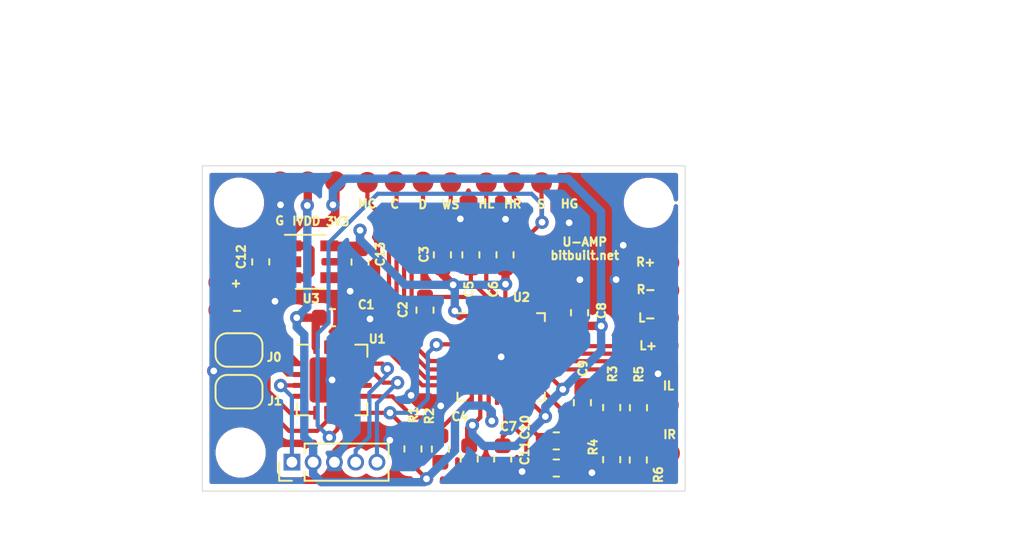
<source format=kicad_pcb>
(kicad_pcb (version 20171130) (host pcbnew "(5.1.4)-1")

  (general
    (thickness 1.6)
    (drawings 30)
    (tracks 352)
    (zones 0)
    (modules 47)
    (nets 41)
  )

  (page A4)
  (layers
    (0 F.Cu signal)
    (31 B.Cu signal)
    (32 B.Adhes user)
    (33 F.Adhes user)
    (34 B.Paste user)
    (35 F.Paste user)
    (36 B.SilkS user)
    (37 F.SilkS user)
    (38 B.Mask user)
    (39 F.Mask user)
    (40 Dwgs.User user)
    (41 Cmts.User user)
    (42 Eco1.User user)
    (43 Eco2.User user)
    (44 Edge.Cuts user)
    (45 Margin user)
    (46 B.CrtYd user)
    (47 F.CrtYd user)
    (48 B.Fab user)
    (49 F.Fab user)
  )

  (setup
    (last_trace_width 0.25)
    (user_trace_width 0.5)
    (trace_clearance 0.2)
    (zone_clearance 0.4)
    (zone_45_only no)
    (trace_min 0.2)
    (via_size 0.8)
    (via_drill 0.4)
    (via_min_size 0.4)
    (via_min_drill 0.3)
    (uvia_size 0.3)
    (uvia_drill 0.1)
    (uvias_allowed no)
    (uvia_min_size 0.2)
    (uvia_min_drill 0.1)
    (edge_width 0.05)
    (segment_width 0.2)
    (pcb_text_width 0.3)
    (pcb_text_size 1.5 1.5)
    (mod_edge_width 0.12)
    (mod_text_size 1 1)
    (mod_text_width 0.15)
    (pad_size 1.524 1.524)
    (pad_drill 0.762)
    (pad_to_mask_clearance 0.051)
    (solder_mask_min_width 0.25)
    (aux_axis_origin 0 0)
    (visible_elements 7FFDFFFF)
    (pcbplotparams
      (layerselection 0x010fc_ffffffff)
      (usegerberextensions false)
      (usegerberattributes false)
      (usegerberadvancedattributes false)
      (creategerberjobfile false)
      (excludeedgelayer true)
      (linewidth 0.100000)
      (plotframeref false)
      (viasonmask false)
      (mode 1)
      (useauxorigin false)
      (hpglpennumber 1)
      (hpglpenspeed 20)
      (hpglpendiameter 15.000000)
      (psnegative false)
      (psa4output false)
      (plotreference true)
      (plotvalue true)
      (plotinvisibletext false)
      (padsonsilk false)
      (subtractmaskfromsilk false)
      (outputformat 1)
      (mirror false)
      (drillshape 0)
      (scaleselection 1)
      (outputdirectory "UNIAMP GERBERS/"))
  )

  (net 0 "")
  (net 1 GND)
  (net 2 +3V3)
  (net 3 "Net-(C2-Pad1)")
  (net 4 "Net-(C2-Pad2)")
  (net 5 +2V5)
  (net 6 "Net-(C5-Pad2)")
  (net 7 "Net-(C7-Pad1)")
  (net 8 "Net-(C9-Pad2)")
  (net 9 "Net-(C10-Pad2)")
  (net 10 "Net-(C10-Pad1)")
  (net 11 "Net-(C11-Pad1)")
  (net 12 "Net-(C11-Pad2)")
  (net 13 dat0)
  (net 14 dat1)
  (net 15 MCLR)
  (net 16 "Net-(J3-Pad4)")
  (net 17 "Net-(J3-Pad5)")
  (net 18 SDA)
  (net 19 SCL)
  (net 20 "Net-(R5-Pad1)")
  (net 21 "Net-(R6-Pad1)")
  (net 22 vol+)
  (net 23 vol-)
  (net 24 "Net-(TP5-Pad1)")
  (net 25 "Net-(TP6-Pad1)")
  (net 26 "Net-(TP7-Pad1)")
  (net 27 "Net-(TP8-Pad1)")
  (net 28 +1V8)
  (net 29 "Net-(TP10-Pad1)")
  (net 30 "Net-(TP11-Pad1)")
  (net 31 "Net-(TP12-Pad1)")
  (net 32 "Net-(TP13-Pad1)")
  (net 33 "Net-(U1-Pad4)")
  (net 34 "Net-(U1-Pad10)")
  (net 35 "Net-(U1-Pad14)")
  (net 36 "Net-(U1-Pad15)")
  (net 37 "Net-(U3-Pad4)")
  (net 38 HPL)
  (net 39 HPR)
  (net 40 HPS)

  (net_class Default "This is the default net class."
    (clearance 0.2)
    (trace_width 0.25)
    (via_dia 0.8)
    (via_drill 0.4)
    (uvia_dia 0.3)
    (uvia_drill 0.1)
    (add_net GND)
    (add_net HPL)
    (add_net HPR)
    (add_net HPS)
    (add_net MCLR)
    (add_net "Net-(C10-Pad1)")
    (add_net "Net-(C10-Pad2)")
    (add_net "Net-(C11-Pad1)")
    (add_net "Net-(C11-Pad2)")
    (add_net "Net-(C2-Pad1)")
    (add_net "Net-(C2-Pad2)")
    (add_net "Net-(C5-Pad2)")
    (add_net "Net-(C7-Pad1)")
    (add_net "Net-(C9-Pad2)")
    (add_net "Net-(J3-Pad4)")
    (add_net "Net-(J3-Pad5)")
    (add_net "Net-(R5-Pad1)")
    (add_net "Net-(R6-Pad1)")
    (add_net "Net-(TP10-Pad1)")
    (add_net "Net-(TP11-Pad1)")
    (add_net "Net-(TP12-Pad1)")
    (add_net "Net-(TP13-Pad1)")
    (add_net "Net-(TP5-Pad1)")
    (add_net "Net-(TP6-Pad1)")
    (add_net "Net-(TP7-Pad1)")
    (add_net "Net-(TP8-Pad1)")
    (add_net "Net-(U1-Pad10)")
    (add_net "Net-(U1-Pad14)")
    (add_net "Net-(U1-Pad15)")
    (add_net "Net-(U1-Pad4)")
    (add_net "Net-(U3-Pad4)")
    (add_net SCL)
    (add_net SDA)
    (add_net dat0)
    (add_net dat1)
    (add_net vol+)
    (add_net vol-)
  )

  (net_class power ""
    (clearance 0.2)
    (trace_width 0.5)
    (via_dia 0.8)
    (via_drill 0.4)
    (uvia_dia 0.3)
    (uvia_drill 0.1)
    (add_net +1V8)
    (add_net +2V5)
    (add_net +3V3)
  )

  (module Capacitor_SMD:C_0603_1608Metric (layer F.Cu) (tedit 5B301BBE) (tstamp 5D96E7CC)
    (at 126.31 65.15 270)
    (descr "Capacitor SMD 0603 (1608 Metric), square (rectangular) end terminal, IPC_7351 nominal, (Body size source: http://www.tortai-tech.com/upload/download/2011102023233369053.pdf), generated with kicad-footprint-generator")
    (tags capacitor)
    (path /5D95ADC3)
    (attr smd)
    (fp_text reference C2 (at -0.03 1.32 90) (layer F.SilkS)
      (effects (font (size 0.5 0.5) (thickness 0.125)))
    )
    (fp_text value C (at 0 1.43 90) (layer F.Fab)
      (effects (font (size 1 1) (thickness 0.15)))
    )
    (fp_line (start -0.8 0.4) (end -0.8 -0.4) (layer F.Fab) (width 0.1))
    (fp_line (start -0.8 -0.4) (end 0.8 -0.4) (layer F.Fab) (width 0.1))
    (fp_line (start 0.8 -0.4) (end 0.8 0.4) (layer F.Fab) (width 0.1))
    (fp_line (start 0.8 0.4) (end -0.8 0.4) (layer F.Fab) (width 0.1))
    (fp_line (start -0.162779 -0.51) (end 0.162779 -0.51) (layer F.SilkS) (width 0.12))
    (fp_line (start -0.162779 0.51) (end 0.162779 0.51) (layer F.SilkS) (width 0.12))
    (fp_line (start -1.48 0.73) (end -1.48 -0.73) (layer F.CrtYd) (width 0.05))
    (fp_line (start -1.48 -0.73) (end 1.48 -0.73) (layer F.CrtYd) (width 0.05))
    (fp_line (start 1.48 -0.73) (end 1.48 0.73) (layer F.CrtYd) (width 0.05))
    (fp_line (start 1.48 0.73) (end -1.48 0.73) (layer F.CrtYd) (width 0.05))
    (fp_text user %R (at 0 0 90) (layer F.Fab)
      (effects (font (size 0.4 0.4) (thickness 0.06)))
    )
    (pad 1 smd roundrect (at -0.7875 0 270) (size 0.875 0.95) (layers F.Cu F.Paste F.Mask) (roundrect_rratio 0.25)
      (net 3 "Net-(C2-Pad1)"))
    (pad 2 smd roundrect (at 0.7875 0 270) (size 0.875 0.95) (layers F.Cu F.Paste F.Mask) (roundrect_rratio 0.25)
      (net 4 "Net-(C2-Pad2)"))
    (model ${KISYS3DMOD}/Capacitor_SMD.3dshapes/C_0603_1608Metric.wrl
      (at (xyz 0 0 0))
      (scale (xyz 1 1 1))
      (rotate (xyz 0 0 0))
    )
  )

  (module MountingHole:MountingHole_2.2mm_M2 (layer F.Cu) (tedit 56D1B4CB) (tstamp 5D98CEA9)
    (at 115.2 58.73)
    (descr "Mounting Hole 2.2mm, no annular, M2")
    (tags "mounting hole 2.2mm no annular m2")
    (attr virtual)
    (fp_text reference REF** (at 0 -3.2) (layer F.SilkS) hide
      (effects (font (size 1 1) (thickness 0.15)))
    )
    (fp_text value MountingHole_2.2mm_M2 (at 0 3.2) (layer F.Fab)
      (effects (font (size 1 1) (thickness 0.15)))
    )
    (fp_circle (center 0 0) (end 2.45 0) (layer F.CrtYd) (width 0.05))
    (fp_circle (center 0 0) (end 2.2 0) (layer Cmts.User) (width 0.15))
    (fp_text user %R (at 0.3 0) (layer F.Fab)
      (effects (font (size 1 1) (thickness 0.15)))
    )
    (pad 1 np_thru_hole circle (at 0 0) (size 2.2 2.2) (drill 2.2) (layers *.Cu *.Mask))
  )

  (module MountingHole:MountingHole_2.2mm_M2 (layer F.Cu) (tedit 56D1B4CB) (tstamp 5D98CEE9)
    (at 139.68 58.74)
    (descr "Mounting Hole 2.2mm, no annular, M2")
    (tags "mounting hole 2.2mm no annular m2")
    (attr virtual)
    (fp_text reference REF** (at 0 -3.2) (layer F.SilkS) hide
      (effects (font (size 1 1) (thickness 0.15)))
    )
    (fp_text value MountingHole_2.2mm_M2 (at 0 3.2) (layer F.Fab)
      (effects (font (size 1 1) (thickness 0.15)))
    )
    (fp_circle (center 0 0) (end 2.45 0) (layer F.CrtYd) (width 0.05))
    (fp_circle (center 0 0) (end 2.2 0) (layer Cmts.User) (width 0.15))
    (fp_text user %R (at 0.3 0) (layer F.Fab)
      (effects (font (size 1 1) (thickness 0.15)))
    )
    (pad 1 np_thru_hole circle (at 0 0) (size 2.2 2.2) (drill 2.2) (layers *.Cu *.Mask))
  )

  (module MountingHole:MountingHole_2.2mm_M2 (layer F.Cu) (tedit 56D1B4CB) (tstamp 5D98BE5D)
    (at 115.3 73.66)
    (descr "Mounting Hole 2.2mm, no annular, M2")
    (tags "mounting hole 2.2mm no annular m2")
    (attr virtual)
    (fp_text reference REF** (at 0 -3.2) (layer F.SilkS) hide
      (effects (font (size 1 1) (thickness 0.15)))
    )
    (fp_text value MountingHole_2.2mm_M2 (at 0 3.2) (layer F.Fab)
      (effects (font (size 1 1) (thickness 0.15)))
    )
    (fp_circle (center 0 0) (end 2.45 0) (layer F.CrtYd) (width 0.05))
    (fp_circle (center 0 0) (end 2.2 0) (layer Cmts.User) (width 0.15))
    (fp_text user %R (at 0.3 0) (layer F.Fab)
      (effects (font (size 1 1) (thickness 0.15)))
    )
    (pad 1 np_thru_hole circle (at 0 0) (size 2.2 2.2) (drill 2.2) (layers *.Cu *.Mask))
  )

  (module Capacitor_SMD:C_0603_1608Metric (layer F.Cu) (tedit 5B301BBE) (tstamp 5D98CD9C)
    (at 120.78 65.6 180)
    (descr "Capacitor SMD 0603 (1608 Metric), square (rectangular) end terminal, IPC_7351 nominal, (Body size source: http://www.tortai-tech.com/upload/download/2011102023233369053.pdf), generated with kicad-footprint-generator")
    (tags capacitor)
    (path /5D98A4E6)
    (attr smd)
    (fp_text reference C1 (at -2.02 0.775) (layer F.SilkS)
      (effects (font (size 0.5 0.5) (thickness 0.125)))
    )
    (fp_text value C (at 0 1.43) (layer F.Fab)
      (effects (font (size 1 1) (thickness 0.15)))
    )
    (fp_line (start -0.8 0.4) (end -0.8 -0.4) (layer F.Fab) (width 0.1))
    (fp_line (start -0.8 -0.4) (end 0.8 -0.4) (layer F.Fab) (width 0.1))
    (fp_line (start 0.8 -0.4) (end 0.8 0.4) (layer F.Fab) (width 0.1))
    (fp_line (start 0.8 0.4) (end -0.8 0.4) (layer F.Fab) (width 0.1))
    (fp_line (start -0.162779 -0.51) (end 0.162779 -0.51) (layer F.SilkS) (width 0.12))
    (fp_line (start -0.162779 0.51) (end 0.162779 0.51) (layer F.SilkS) (width 0.12))
    (fp_line (start -1.48 0.73) (end -1.48 -0.73) (layer F.CrtYd) (width 0.05))
    (fp_line (start -1.48 -0.73) (end 1.48 -0.73) (layer F.CrtYd) (width 0.05))
    (fp_line (start 1.48 -0.73) (end 1.48 0.73) (layer F.CrtYd) (width 0.05))
    (fp_line (start 1.48 0.73) (end -1.48 0.73) (layer F.CrtYd) (width 0.05))
    (fp_text user %R (at 0 0) (layer F.Fab)
      (effects (font (size 0.4 0.4) (thickness 0.06)))
    )
    (pad 1 smd roundrect (at -0.7875 0 180) (size 0.875 0.95) (layers F.Cu F.Paste F.Mask) (roundrect_rratio 0.25)
      (net 1 GND))
    (pad 2 smd roundrect (at 0.7875 0 180) (size 0.875 0.95) (layers F.Cu F.Paste F.Mask) (roundrect_rratio 0.25)
      (net 28 +1V8))
    (model ${KISYS3DMOD}/Capacitor_SMD.3dshapes/C_0603_1608Metric.wrl
      (at (xyz 0 0 0))
      (scale (xyz 1 1 1))
      (rotate (xyz 0 0 0))
    )
  )

  (module Capacitor_SMD:C_0603_1608Metric (layer F.Cu) (tedit 5B301BBE) (tstamp 5D96E7DD)
    (at 127.35 61.8475 270)
    (descr "Capacitor SMD 0603 (1608 Metric), square (rectangular) end terminal, IPC_7351 nominal, (Body size source: http://www.tortai-tech.com/upload/download/2011102023233369053.pdf), generated with kicad-footprint-generator")
    (tags capacitor)
    (path /5D95D0AD)
    (attr smd)
    (fp_text reference C3 (at -0.0275 1.1 90) (layer F.SilkS)
      (effects (font (size 0.5 0.5) (thickness 0.125)))
    )
    (fp_text value C (at 0 1.43 90) (layer F.Fab)
      (effects (font (size 1 1) (thickness 0.15)))
    )
    (fp_text user %R (at 0 0 90) (layer F.Fab)
      (effects (font (size 0.4 0.4) (thickness 0.06)))
    )
    (fp_line (start 1.48 0.73) (end -1.48 0.73) (layer F.CrtYd) (width 0.05))
    (fp_line (start 1.48 -0.73) (end 1.48 0.73) (layer F.CrtYd) (width 0.05))
    (fp_line (start -1.48 -0.73) (end 1.48 -0.73) (layer F.CrtYd) (width 0.05))
    (fp_line (start -1.48 0.73) (end -1.48 -0.73) (layer F.CrtYd) (width 0.05))
    (fp_line (start -0.162779 0.51) (end 0.162779 0.51) (layer F.SilkS) (width 0.12))
    (fp_line (start -0.162779 -0.51) (end 0.162779 -0.51) (layer F.SilkS) (width 0.12))
    (fp_line (start 0.8 0.4) (end -0.8 0.4) (layer F.Fab) (width 0.1))
    (fp_line (start 0.8 -0.4) (end 0.8 0.4) (layer F.Fab) (width 0.1))
    (fp_line (start -0.8 -0.4) (end 0.8 -0.4) (layer F.Fab) (width 0.1))
    (fp_line (start -0.8 0.4) (end -0.8 -0.4) (layer F.Fab) (width 0.1))
    (pad 2 smd roundrect (at 0.7875 0 270) (size 0.875 0.95) (layers F.Cu F.Paste F.Mask) (roundrect_rratio 0.25)
      (net 5 +2V5))
    (pad 1 smd roundrect (at -0.7875 0 270) (size 0.875 0.95) (layers F.Cu F.Paste F.Mask) (roundrect_rratio 0.25)
      (net 1 GND))
    (model ${KISYS3DMOD}/Capacitor_SMD.3dshapes/C_0603_1608Metric.wrl
      (at (xyz 0 0 0))
      (scale (xyz 1 1 1))
      (rotate (xyz 0 0 0))
    )
  )

  (module Capacitor_SMD:C_0603_1608Metric (layer F.Cu) (tedit 5B301BBE) (tstamp 5D96E7EE)
    (at 128.95 74.0375 270)
    (descr "Capacitor SMD 0603 (1608 Metric), square (rectangular) end terminal, IPC_7351 nominal, (Body size source: http://www.tortai-tech.com/upload/download/2011102023233369053.pdf), generated with kicad-footprint-generator")
    (tags capacitor)
    (path /5D958C09)
    (attr smd)
    (fp_text reference C4 (at -2.5275 0.56 180) (layer F.SilkS)
      (effects (font (size 0.5 0.5) (thickness 0.125)))
    )
    (fp_text value C (at 0 1.43 90) (layer F.Fab)
      (effects (font (size 1 1) (thickness 0.15)))
    )
    (fp_line (start -0.8 0.4) (end -0.8 -0.4) (layer F.Fab) (width 0.1))
    (fp_line (start -0.8 -0.4) (end 0.8 -0.4) (layer F.Fab) (width 0.1))
    (fp_line (start 0.8 -0.4) (end 0.8 0.4) (layer F.Fab) (width 0.1))
    (fp_line (start 0.8 0.4) (end -0.8 0.4) (layer F.Fab) (width 0.1))
    (fp_line (start -0.162779 -0.51) (end 0.162779 -0.51) (layer F.SilkS) (width 0.12))
    (fp_line (start -0.162779 0.51) (end 0.162779 0.51) (layer F.SilkS) (width 0.12))
    (fp_line (start -1.48 0.73) (end -1.48 -0.73) (layer F.CrtYd) (width 0.05))
    (fp_line (start -1.48 -0.73) (end 1.48 -0.73) (layer F.CrtYd) (width 0.05))
    (fp_line (start 1.48 -0.73) (end 1.48 0.73) (layer F.CrtYd) (width 0.05))
    (fp_line (start 1.48 0.73) (end -1.48 0.73) (layer F.CrtYd) (width 0.05))
    (fp_text user %R (at 0 0 90) (layer F.Fab)
      (effects (font (size 0.4 0.4) (thickness 0.06)))
    )
    (pad 1 smd roundrect (at -0.7875 0 270) (size 0.875 0.95) (layers F.Cu F.Paste F.Mask) (roundrect_rratio 0.25)
      (net 2 +3V3))
    (pad 2 smd roundrect (at 0.7875 0 270) (size 0.875 0.95) (layers F.Cu F.Paste F.Mask) (roundrect_rratio 0.25)
      (net 1 GND))
    (model ${KISYS3DMOD}/Capacitor_SMD.3dshapes/C_0603_1608Metric.wrl
      (at (xyz 0 0 0))
      (scale (xyz 1 1 1))
      (rotate (xyz 0 0 0))
    )
  )

  (module Capacitor_SMD:C_0603_1608Metric (layer F.Cu) (tedit 5B301BBE) (tstamp 5D98BABB)
    (at 129.05 61.8475 270)
    (descr "Capacitor SMD 0603 (1608 Metric), square (rectangular) end terminal, IPC_7351 nominal, (Body size source: http://www.tortai-tech.com/upload/download/2011102023233369053.pdf), generated with kicad-footprint-generator")
    (tags capacitor)
    (path /5D95C04F)
    (attr smd)
    (fp_text reference C5 (at 2.0525 0.12 90) (layer F.SilkS)
      (effects (font (size 0.5 0.5) (thickness 0.125)))
    )
    (fp_text value C (at 0 1.43 90) (layer F.Fab)
      (effects (font (size 1 1) (thickness 0.15)))
    )
    (fp_text user %R (at 0 0 90) (layer F.Fab)
      (effects (font (size 0.4 0.4) (thickness 0.06)))
    )
    (fp_line (start 1.48 0.73) (end -1.48 0.73) (layer F.CrtYd) (width 0.05))
    (fp_line (start 1.48 -0.73) (end 1.48 0.73) (layer F.CrtYd) (width 0.05))
    (fp_line (start -1.48 -0.73) (end 1.48 -0.73) (layer F.CrtYd) (width 0.05))
    (fp_line (start -1.48 0.73) (end -1.48 -0.73) (layer F.CrtYd) (width 0.05))
    (fp_line (start -0.162779 0.51) (end 0.162779 0.51) (layer F.SilkS) (width 0.12))
    (fp_line (start -0.162779 -0.51) (end 0.162779 -0.51) (layer F.SilkS) (width 0.12))
    (fp_line (start 0.8 0.4) (end -0.8 0.4) (layer F.Fab) (width 0.1))
    (fp_line (start 0.8 -0.4) (end 0.8 0.4) (layer F.Fab) (width 0.1))
    (fp_line (start -0.8 -0.4) (end 0.8 -0.4) (layer F.Fab) (width 0.1))
    (fp_line (start -0.8 0.4) (end -0.8 -0.4) (layer F.Fab) (width 0.1))
    (pad 2 smd roundrect (at 0.7875 0 270) (size 0.875 0.95) (layers F.Cu F.Paste F.Mask) (roundrect_rratio 0.25)
      (net 6 "Net-(C5-Pad2)"))
    (pad 1 smd roundrect (at -0.7875 0 270) (size 0.875 0.95) (layers F.Cu F.Paste F.Mask) (roundrect_rratio 0.25)
      (net 1 GND))
    (model ${KISYS3DMOD}/Capacitor_SMD.3dshapes/C_0603_1608Metric.wrl
      (at (xyz 0 0 0))
      (scale (xyz 1 1 1))
      (rotate (xyz 0 0 0))
    )
  )

  (module Capacitor_SMD:C_0603_1608Metric (layer F.Cu) (tedit 5B301BBE) (tstamp 5D96E810)
    (at 131.09 61.8475 270)
    (descr "Capacitor SMD 0603 (1608 Metric), square (rectangular) end terminal, IPC_7351 nominal, (Body size source: http://www.tortai-tech.com/upload/download/2011102023233369053.pdf), generated with kicad-footprint-generator")
    (tags capacitor)
    (path /5D95C921)
    (attr smd)
    (fp_text reference C6 (at 2.0525 0.7 90) (layer F.SilkS)
      (effects (font (size 0.5 0.5) (thickness 0.125)))
    )
    (fp_text value C (at 0 1.43 90) (layer F.Fab)
      (effects (font (size 1 1) (thickness 0.15)))
    )
    (fp_line (start -0.8 0.4) (end -0.8 -0.4) (layer F.Fab) (width 0.1))
    (fp_line (start -0.8 -0.4) (end 0.8 -0.4) (layer F.Fab) (width 0.1))
    (fp_line (start 0.8 -0.4) (end 0.8 0.4) (layer F.Fab) (width 0.1))
    (fp_line (start 0.8 0.4) (end -0.8 0.4) (layer F.Fab) (width 0.1))
    (fp_line (start -0.162779 -0.51) (end 0.162779 -0.51) (layer F.SilkS) (width 0.12))
    (fp_line (start -0.162779 0.51) (end 0.162779 0.51) (layer F.SilkS) (width 0.12))
    (fp_line (start -1.48 0.73) (end -1.48 -0.73) (layer F.CrtYd) (width 0.05))
    (fp_line (start -1.48 -0.73) (end 1.48 -0.73) (layer F.CrtYd) (width 0.05))
    (fp_line (start 1.48 -0.73) (end 1.48 0.73) (layer F.CrtYd) (width 0.05))
    (fp_line (start 1.48 0.73) (end -1.48 0.73) (layer F.CrtYd) (width 0.05))
    (fp_text user %R (at 0 0 90) (layer F.Fab)
      (effects (font (size 0.4 0.4) (thickness 0.06)))
    )
    (pad 1 smd roundrect (at -0.7875 0 270) (size 0.875 0.95) (layers F.Cu F.Paste F.Mask) (roundrect_rratio 0.25)
      (net 1 GND))
    (pad 2 smd roundrect (at 0.7875 0 270) (size 0.875 0.95) (layers F.Cu F.Paste F.Mask) (roundrect_rratio 0.25)
      (net 5 +2V5))
    (model ${KISYS3DMOD}/Capacitor_SMD.3dshapes/C_0603_1608Metric.wrl
      (at (xyz 0 0 0))
      (scale (xyz 1 1 1))
      (rotate (xyz 0 0 0))
    )
  )

  (module Capacitor_SMD:C_0603_1608Metric (layer F.Cu) (tedit 5B301BBE) (tstamp 5D96E821)
    (at 130.95 74.0375 270)
    (descr "Capacitor SMD 0603 (1608 Metric), square (rectangular) end terminal, IPC_7351 nominal, (Body size source: http://www.tortai-tech.com/upload/download/2011102023233369053.pdf), generated with kicad-footprint-generator")
    (tags capacitor)
    (path /5D959D72)
    (attr smd)
    (fp_text reference C7 (at -1.9375 -0.35 180) (layer F.SilkS)
      (effects (font (size 0.5 0.5) (thickness 0.125)))
    )
    (fp_text value C (at 0 1.43 90) (layer F.Fab)
      (effects (font (size 1 1) (thickness 0.15)))
    )
    (fp_text user %R (at 0 0 90) (layer F.Fab)
      (effects (font (size 0.4 0.4) (thickness 0.06)))
    )
    (fp_line (start 1.48 0.73) (end -1.48 0.73) (layer F.CrtYd) (width 0.05))
    (fp_line (start 1.48 -0.73) (end 1.48 0.73) (layer F.CrtYd) (width 0.05))
    (fp_line (start -1.48 -0.73) (end 1.48 -0.73) (layer F.CrtYd) (width 0.05))
    (fp_line (start -1.48 0.73) (end -1.48 -0.73) (layer F.CrtYd) (width 0.05))
    (fp_line (start -0.162779 0.51) (end 0.162779 0.51) (layer F.SilkS) (width 0.12))
    (fp_line (start -0.162779 -0.51) (end 0.162779 -0.51) (layer F.SilkS) (width 0.12))
    (fp_line (start 0.8 0.4) (end -0.8 0.4) (layer F.Fab) (width 0.1))
    (fp_line (start 0.8 -0.4) (end 0.8 0.4) (layer F.Fab) (width 0.1))
    (fp_line (start -0.8 -0.4) (end 0.8 -0.4) (layer F.Fab) (width 0.1))
    (fp_line (start -0.8 0.4) (end -0.8 -0.4) (layer F.Fab) (width 0.1))
    (pad 2 smd roundrect (at 0.7875 0 270) (size 0.875 0.95) (layers F.Cu F.Paste F.Mask) (roundrect_rratio 0.25)
      (net 1 GND))
    (pad 1 smd roundrect (at -0.7875 0 270) (size 0.875 0.95) (layers F.Cu F.Paste F.Mask) (roundrect_rratio 0.25)
      (net 7 "Net-(C7-Pad1)"))
    (model ${KISYS3DMOD}/Capacitor_SMD.3dshapes/C_0603_1608Metric.wrl
      (at (xyz 0 0 0))
      (scale (xyz 1 1 1))
      (rotate (xyz 0 0 0))
    )
  )

  (module Capacitor_SMD:C_0603_1608Metric (layer F.Cu) (tedit 5B301BBE) (tstamp 5D96E832)
    (at 135.54 65.3025 270)
    (descr "Capacitor SMD 0603 (1608 Metric), square (rectangular) end terminal, IPC_7351 nominal, (Body size source: http://www.tortai-tech.com/upload/download/2011102023233369053.pdf), generated with kicad-footprint-generator")
    (tags capacitor)
    (path /5D9660F3)
    (attr smd)
    (fp_text reference C8 (at -0.1225 -1.31 90) (layer F.SilkS)
      (effects (font (size 0.5 0.5) (thickness 0.125)))
    )
    (fp_text value C (at 0 1.43 90) (layer F.Fab)
      (effects (font (size 1 1) (thickness 0.15)))
    )
    (fp_line (start -0.8 0.4) (end -0.8 -0.4) (layer F.Fab) (width 0.1))
    (fp_line (start -0.8 -0.4) (end 0.8 -0.4) (layer F.Fab) (width 0.1))
    (fp_line (start 0.8 -0.4) (end 0.8 0.4) (layer F.Fab) (width 0.1))
    (fp_line (start 0.8 0.4) (end -0.8 0.4) (layer F.Fab) (width 0.1))
    (fp_line (start -0.162779 -0.51) (end 0.162779 -0.51) (layer F.SilkS) (width 0.12))
    (fp_line (start -0.162779 0.51) (end 0.162779 0.51) (layer F.SilkS) (width 0.12))
    (fp_line (start -1.48 0.73) (end -1.48 -0.73) (layer F.CrtYd) (width 0.05))
    (fp_line (start -1.48 -0.73) (end 1.48 -0.73) (layer F.CrtYd) (width 0.05))
    (fp_line (start 1.48 -0.73) (end 1.48 0.73) (layer F.CrtYd) (width 0.05))
    (fp_line (start 1.48 0.73) (end -1.48 0.73) (layer F.CrtYd) (width 0.05))
    (fp_text user %R (at 0 0 90) (layer F.Fab)
      (effects (font (size 0.4 0.4) (thickness 0.06)))
    )
    (pad 1 smd roundrect (at -0.7875 0 270) (size 0.875 0.95) (layers F.Cu F.Paste F.Mask) (roundrect_rratio 0.25)
      (net 1 GND))
    (pad 2 smd roundrect (at 0.7875 0 270) (size 0.875 0.95) (layers F.Cu F.Paste F.Mask) (roundrect_rratio 0.25)
      (net 2 +3V3))
    (model ${KISYS3DMOD}/Capacitor_SMD.3dshapes/C_0603_1608Metric.wrl
      (at (xyz 0 0 0))
      (scale (xyz 1 1 1))
      (rotate (xyz 0 0 0))
    )
  )

  (module Capacitor_SMD:C_0603_1608Metric (layer F.Cu) (tedit 5B301BBE) (tstamp 5D96E843)
    (at 135.71 70.6775 270)
    (descr "Capacitor SMD 0603 (1608 Metric), square (rectangular) end terminal, IPC_7351 nominal, (Body size source: http://www.tortai-tech.com/upload/download/2011102023233369053.pdf), generated with kicad-footprint-generator")
    (tags capacitor)
    (path /5D968ADC)
    (attr smd)
    (fp_text reference C9 (at -2.0475 -0.03 90) (layer F.SilkS)
      (effects (font (size 0.5 0.5) (thickness 0.125)))
    )
    (fp_text value C (at 0 1.43 90) (layer F.Fab)
      (effects (font (size 1 1) (thickness 0.15)))
    )
    (fp_text user %R (at 0 0 90) (layer F.Fab)
      (effects (font (size 0.4 0.4) (thickness 0.06)))
    )
    (fp_line (start 1.48 0.73) (end -1.48 0.73) (layer F.CrtYd) (width 0.05))
    (fp_line (start 1.48 -0.73) (end 1.48 0.73) (layer F.CrtYd) (width 0.05))
    (fp_line (start -1.48 -0.73) (end 1.48 -0.73) (layer F.CrtYd) (width 0.05))
    (fp_line (start -1.48 0.73) (end -1.48 -0.73) (layer F.CrtYd) (width 0.05))
    (fp_line (start -0.162779 0.51) (end 0.162779 0.51) (layer F.SilkS) (width 0.12))
    (fp_line (start -0.162779 -0.51) (end 0.162779 -0.51) (layer F.SilkS) (width 0.12))
    (fp_line (start 0.8 0.4) (end -0.8 0.4) (layer F.Fab) (width 0.1))
    (fp_line (start 0.8 -0.4) (end 0.8 0.4) (layer F.Fab) (width 0.1))
    (fp_line (start -0.8 -0.4) (end 0.8 -0.4) (layer F.Fab) (width 0.1))
    (fp_line (start -0.8 0.4) (end -0.8 -0.4) (layer F.Fab) (width 0.1))
    (pad 2 smd roundrect (at 0.7875 0 270) (size 0.875 0.95) (layers F.Cu F.Paste F.Mask) (roundrect_rratio 0.25)
      (net 8 "Net-(C9-Pad2)"))
    (pad 1 smd roundrect (at -0.7875 0 270) (size 0.875 0.95) (layers F.Cu F.Paste F.Mask) (roundrect_rratio 0.25)
      (net 1 GND))
    (model ${KISYS3DMOD}/Capacitor_SMD.3dshapes/C_0603_1608Metric.wrl
      (at (xyz 0 0 0))
      (scale (xyz 1 1 1))
      (rotate (xyz 0 0 0))
    )
  )

  (module Capacitor_SMD:C_0603_1608Metric (layer F.Cu) (tedit 5B301BBE) (tstamp 5D970C00)
    (at 134.1525 72.96 180)
    (descr "Capacitor SMD 0603 (1608 Metric), square (rectangular) end terminal, IPC_7351 nominal, (Body size source: http://www.tortai-tech.com/upload/download/2011102023233369053.pdf), generated with kicad-footprint-generator")
    (tags capacitor)
    (path /5D97BB8F)
    (attr smd)
    (fp_text reference C10 (at 1.8725 0.81 90) (layer F.SilkS)
      (effects (font (size 0.5 0.5) (thickness 0.125)))
    )
    (fp_text value C (at 0 1.43) (layer F.Fab)
      (effects (font (size 1 1) (thickness 0.15)))
    )
    (fp_text user %R (at 0 0) (layer F.Fab)
      (effects (font (size 0.4 0.4) (thickness 0.06)))
    )
    (fp_line (start 1.48 0.73) (end -1.48 0.73) (layer F.CrtYd) (width 0.05))
    (fp_line (start 1.48 -0.73) (end 1.48 0.73) (layer F.CrtYd) (width 0.05))
    (fp_line (start -1.48 -0.73) (end 1.48 -0.73) (layer F.CrtYd) (width 0.05))
    (fp_line (start -1.48 0.73) (end -1.48 -0.73) (layer F.CrtYd) (width 0.05))
    (fp_line (start -0.162779 0.51) (end 0.162779 0.51) (layer F.SilkS) (width 0.12))
    (fp_line (start -0.162779 -0.51) (end 0.162779 -0.51) (layer F.SilkS) (width 0.12))
    (fp_line (start 0.8 0.4) (end -0.8 0.4) (layer F.Fab) (width 0.1))
    (fp_line (start 0.8 -0.4) (end 0.8 0.4) (layer F.Fab) (width 0.1))
    (fp_line (start -0.8 -0.4) (end 0.8 -0.4) (layer F.Fab) (width 0.1))
    (fp_line (start -0.8 0.4) (end -0.8 -0.4) (layer F.Fab) (width 0.1))
    (pad 2 smd roundrect (at 0.7875 0 180) (size 0.875 0.95) (layers F.Cu F.Paste F.Mask) (roundrect_rratio 0.25)
      (net 9 "Net-(C10-Pad2)"))
    (pad 1 smd roundrect (at -0.7875 0 180) (size 0.875 0.95) (layers F.Cu F.Paste F.Mask) (roundrect_rratio 0.25)
      (net 10 "Net-(C10-Pad1)"))
    (model ${KISYS3DMOD}/Capacitor_SMD.3dshapes/C_0603_1608Metric.wrl
      (at (xyz 0 0 0))
      (scale (xyz 1 1 1))
      (rotate (xyz 0 0 0))
    )
  )

  (module Capacitor_SMD:C_0603_1608Metric (layer F.Cu) (tedit 5B301BBE) (tstamp 5D970C61)
    (at 134.1525 74.58 180)
    (descr "Capacitor SMD 0603 (1608 Metric), square (rectangular) end terminal, IPC_7351 nominal, (Body size source: http://www.tortai-tech.com/upload/download/2011102023233369053.pdf), generated with kicad-footprint-generator")
    (tags capacitor)
    (path /5D97C6BC)
    (attr smd)
    (fp_text reference C11 (at 1.8825 0.9 270) (layer F.SilkS)
      (effects (font (size 0.5 0.5) (thickness 0.125)))
    )
    (fp_text value C (at 0 1.43) (layer F.Fab)
      (effects (font (size 1 1) (thickness 0.15)))
    )
    (fp_line (start -0.8 0.4) (end -0.8 -0.4) (layer F.Fab) (width 0.1))
    (fp_line (start -0.8 -0.4) (end 0.8 -0.4) (layer F.Fab) (width 0.1))
    (fp_line (start 0.8 -0.4) (end 0.8 0.4) (layer F.Fab) (width 0.1))
    (fp_line (start 0.8 0.4) (end -0.8 0.4) (layer F.Fab) (width 0.1))
    (fp_line (start -0.162779 -0.51) (end 0.162779 -0.51) (layer F.SilkS) (width 0.12))
    (fp_line (start -0.162779 0.51) (end 0.162779 0.51) (layer F.SilkS) (width 0.12))
    (fp_line (start -1.48 0.73) (end -1.48 -0.73) (layer F.CrtYd) (width 0.05))
    (fp_line (start -1.48 -0.73) (end 1.48 -0.73) (layer F.CrtYd) (width 0.05))
    (fp_line (start 1.48 -0.73) (end 1.48 0.73) (layer F.CrtYd) (width 0.05))
    (fp_line (start 1.48 0.73) (end -1.48 0.73) (layer F.CrtYd) (width 0.05))
    (fp_text user %R (at 0 0) (layer F.Fab)
      (effects (font (size 0.4 0.4) (thickness 0.06)))
    )
    (pad 1 smd roundrect (at -0.7875 0 180) (size 0.875 0.95) (layers F.Cu F.Paste F.Mask) (roundrect_rratio 0.25)
      (net 11 "Net-(C11-Pad1)"))
    (pad 2 smd roundrect (at 0.7875 0 180) (size 0.875 0.95) (layers F.Cu F.Paste F.Mask) (roundrect_rratio 0.25)
      (net 12 "Net-(C11-Pad2)"))
    (model ${KISYS3DMOD}/Capacitor_SMD.3dshapes/C_0603_1608Metric.wrl
      (at (xyz 0 0 0))
      (scale (xyz 1 1 1))
      (rotate (xyz 0 0 0))
    )
  )

  (module Capacitor_SMD:C_0603_1608Metric (layer F.Cu) (tedit 5B301BBE) (tstamp 5D98CE08)
    (at 116.5 62.2675 270)
    (descr "Capacitor SMD 0603 (1608 Metric), square (rectangular) end terminal, IPC_7351 nominal, (Body size source: http://www.tortai-tech.com/upload/download/2011102023233369053.pdf), generated with kicad-footprint-generator")
    (tags capacitor)
    (path /5D96B3DC)
    (attr smd)
    (fp_text reference C12 (at -0.3075 1.17 90) (layer F.SilkS)
      (effects (font (size 0.5 0.5) (thickness 0.125)))
    )
    (fp_text value C (at 0 1.43 90) (layer F.Fab)
      (effects (font (size 1 1) (thickness 0.15)))
    )
    (fp_text user %R (at 0 0 90) (layer F.Fab)
      (effects (font (size 0.4 0.4) (thickness 0.06)))
    )
    (fp_line (start 1.48 0.73) (end -1.48 0.73) (layer F.CrtYd) (width 0.05))
    (fp_line (start 1.48 -0.73) (end 1.48 0.73) (layer F.CrtYd) (width 0.05))
    (fp_line (start -1.48 -0.73) (end 1.48 -0.73) (layer F.CrtYd) (width 0.05))
    (fp_line (start -1.48 0.73) (end -1.48 -0.73) (layer F.CrtYd) (width 0.05))
    (fp_line (start -0.162779 0.51) (end 0.162779 0.51) (layer F.SilkS) (width 0.12))
    (fp_line (start -0.162779 -0.51) (end 0.162779 -0.51) (layer F.SilkS) (width 0.12))
    (fp_line (start 0.8 0.4) (end -0.8 0.4) (layer F.Fab) (width 0.1))
    (fp_line (start 0.8 -0.4) (end 0.8 0.4) (layer F.Fab) (width 0.1))
    (fp_line (start -0.8 -0.4) (end 0.8 -0.4) (layer F.Fab) (width 0.1))
    (fp_line (start -0.8 0.4) (end -0.8 -0.4) (layer F.Fab) (width 0.1))
    (pad 2 smd roundrect (at 0.7875 0 270) (size 0.875 0.95) (layers F.Cu F.Paste F.Mask) (roundrect_rratio 0.25)
      (net 1 GND))
    (pad 1 smd roundrect (at -0.7875 0 270) (size 0.875 0.95) (layers F.Cu F.Paste F.Mask) (roundrect_rratio 0.25)
      (net 2 +3V3))
    (model ${KISYS3DMOD}/Capacitor_SMD.3dshapes/C_0603_1608Metric.wrl
      (at (xyz 0 0 0))
      (scale (xyz 1 1 1))
      (rotate (xyz 0 0 0))
    )
  )

  (module Capacitor_SMD:C_0603_1608Metric (layer F.Cu) (tedit 5B301BBE) (tstamp 5D98CE38)
    (at 122.43 62.2775 270)
    (descr "Capacitor SMD 0603 (1608 Metric), square (rectangular) end terminal, IPC_7351 nominal, (Body size source: http://www.tortai-tech.com/upload/download/2011102023233369053.pdf), generated with kicad-footprint-generator")
    (tags capacitor)
    (path /5D96AB6F)
    (attr smd)
    (fp_text reference C13 (at -0.4675 -1.21 90) (layer F.SilkS)
      (effects (font (size 0.5 0.5) (thickness 0.125)))
    )
    (fp_text value C (at 0 1.43 90) (layer F.Fab)
      (effects (font (size 1 1) (thickness 0.15)))
    )
    (fp_line (start -0.8 0.4) (end -0.8 -0.4) (layer F.Fab) (width 0.1))
    (fp_line (start -0.8 -0.4) (end 0.8 -0.4) (layer F.Fab) (width 0.1))
    (fp_line (start 0.8 -0.4) (end 0.8 0.4) (layer F.Fab) (width 0.1))
    (fp_line (start 0.8 0.4) (end -0.8 0.4) (layer F.Fab) (width 0.1))
    (fp_line (start -0.162779 -0.51) (end 0.162779 -0.51) (layer F.SilkS) (width 0.12))
    (fp_line (start -0.162779 0.51) (end 0.162779 0.51) (layer F.SilkS) (width 0.12))
    (fp_line (start -1.48 0.73) (end -1.48 -0.73) (layer F.CrtYd) (width 0.05))
    (fp_line (start -1.48 -0.73) (end 1.48 -0.73) (layer F.CrtYd) (width 0.05))
    (fp_line (start 1.48 -0.73) (end 1.48 0.73) (layer F.CrtYd) (width 0.05))
    (fp_line (start 1.48 0.73) (end -1.48 0.73) (layer F.CrtYd) (width 0.05))
    (fp_text user %R (at 0 0 90) (layer F.Fab)
      (effects (font (size 0.4 0.4) (thickness 0.06)))
    )
    (pad 1 smd roundrect (at -0.7875 0 270) (size 0.875 0.95) (layers F.Cu F.Paste F.Mask) (roundrect_rratio 0.25)
      (net 5 +2V5))
    (pad 2 smd roundrect (at 0.7875 0 270) (size 0.875 0.95) (layers F.Cu F.Paste F.Mask) (roundrect_rratio 0.25)
      (net 1 GND))
    (model ${KISYS3DMOD}/Capacitor_SMD.3dshapes/C_0603_1608Metric.wrl
      (at (xyz 0 0 0))
      (scale (xyz 1 1 1))
      (rotate (xyz 0 0 0))
    )
  )

  (module Jumper:SolderJumper-2_P1.3mm_Open_RoundedPad1.0x1.5mm (layer F.Cu) (tedit 5B391E66) (tstamp 5D98D121)
    (at 115.2 67.53 180)
    (descr "SMD Solder Jumper, 1x1.5mm, rounded Pads, 0.3mm gap, open")
    (tags "solder jumper open")
    (path /5D99DDFA)
    (attr virtual)
    (fp_text reference J1 (at 0 -1.8) (layer F.SilkS) hide
      (effects (font (size 1 1) (thickness 0.15)))
    )
    (fp_text value Conn_01x02_Female (at 0 1.9) (layer F.Fab)
      (effects (font (size 1 1) (thickness 0.15)))
    )
    (fp_line (start 1.65 1.25) (end -1.65 1.25) (layer F.CrtYd) (width 0.05))
    (fp_line (start 1.65 1.25) (end 1.65 -1.25) (layer F.CrtYd) (width 0.05))
    (fp_line (start -1.65 -1.25) (end -1.65 1.25) (layer F.CrtYd) (width 0.05))
    (fp_line (start -1.65 -1.25) (end 1.65 -1.25) (layer F.CrtYd) (width 0.05))
    (fp_line (start -0.7 -1) (end 0.7 -1) (layer F.SilkS) (width 0.12))
    (fp_line (start 1.4 -0.3) (end 1.4 0.3) (layer F.SilkS) (width 0.12))
    (fp_line (start 0.7 1) (end -0.7 1) (layer F.SilkS) (width 0.12))
    (fp_line (start -1.4 0.3) (end -1.4 -0.3) (layer F.SilkS) (width 0.12))
    (fp_arc (start -0.7 -0.3) (end -0.7 -1) (angle -90) (layer F.SilkS) (width 0.12))
    (fp_arc (start -0.7 0.3) (end -1.4 0.3) (angle -90) (layer F.SilkS) (width 0.12))
    (fp_arc (start 0.7 0.3) (end 0.7 1) (angle -90) (layer F.SilkS) (width 0.12))
    (fp_arc (start 0.7 -0.3) (end 1.4 -0.3) (angle -90) (layer F.SilkS) (width 0.12))
    (pad 2 smd custom (at 0.65 0 180) (size 1 0.5) (layers F.Cu F.Mask)
      (net 1 GND) (zone_connect 2)
      (options (clearance outline) (anchor rect))
      (primitives
        (gr_circle (center 0 0.25) (end 0.5 0.25) (width 0))
        (gr_circle (center 0 -0.25) (end 0.5 -0.25) (width 0))
        (gr_poly (pts
           (xy 0 -0.75) (xy -0.5 -0.75) (xy -0.5 0.75) (xy 0 0.75)) (width 0))
      ))
    (pad 1 smd custom (at -0.65 0 180) (size 1 0.5) (layers F.Cu F.Mask)
      (net 13 dat0) (zone_connect 2)
      (options (clearance outline) (anchor rect))
      (primitives
        (gr_circle (center 0 0.25) (end 0.5 0.25) (width 0))
        (gr_circle (center 0 -0.25) (end 0.5 -0.25) (width 0))
        (gr_poly (pts
           (xy 0 -0.75) (xy 0.5 -0.75) (xy 0.5 0.75) (xy 0 0.75)) (width 0))
      ))
  )

  (module Jumper:SolderJumper-2_P1.3mm_Open_RoundedPad1.0x1.5mm (layer F.Cu) (tedit 5B391E66) (tstamp 5D96E8AB)
    (at 115.2 70.02 180)
    (descr "SMD Solder Jumper, 1x1.5mm, rounded Pads, 0.3mm gap, open")
    (tags "solder jumper open")
    (path /5D99F228)
    (attr virtual)
    (fp_text reference J2 (at 0 -1.8) (layer F.SilkS) hide
      (effects (font (size 1 1) (thickness 0.15)))
    )
    (fp_text value Conn_01x02_Female (at 0 1.9) (layer F.Fab)
      (effects (font (size 1 1) (thickness 0.15)))
    )
    (fp_arc (start 0.7 -0.3) (end 1.4 -0.3) (angle -90) (layer F.SilkS) (width 0.12))
    (fp_arc (start 0.7 0.3) (end 0.7 1) (angle -90) (layer F.SilkS) (width 0.12))
    (fp_arc (start -0.7 0.3) (end -1.4 0.3) (angle -90) (layer F.SilkS) (width 0.12))
    (fp_arc (start -0.7 -0.3) (end -0.7 -1) (angle -90) (layer F.SilkS) (width 0.12))
    (fp_line (start -1.4 0.3) (end -1.4 -0.3) (layer F.SilkS) (width 0.12))
    (fp_line (start 0.7 1) (end -0.7 1) (layer F.SilkS) (width 0.12))
    (fp_line (start 1.4 -0.3) (end 1.4 0.3) (layer F.SilkS) (width 0.12))
    (fp_line (start -0.7 -1) (end 0.7 -1) (layer F.SilkS) (width 0.12))
    (fp_line (start -1.65 -1.25) (end 1.65 -1.25) (layer F.CrtYd) (width 0.05))
    (fp_line (start -1.65 -1.25) (end -1.65 1.25) (layer F.CrtYd) (width 0.05))
    (fp_line (start 1.65 1.25) (end 1.65 -1.25) (layer F.CrtYd) (width 0.05))
    (fp_line (start 1.65 1.25) (end -1.65 1.25) (layer F.CrtYd) (width 0.05))
    (pad 1 smd custom (at -0.65 0 180) (size 1 0.5) (layers F.Cu F.Mask)
      (net 14 dat1) (zone_connect 2)
      (options (clearance outline) (anchor rect))
      (primitives
        (gr_circle (center 0 0.25) (end 0.5 0.25) (width 0))
        (gr_circle (center 0 -0.25) (end 0.5 -0.25) (width 0))
        (gr_poly (pts
           (xy 0 -0.75) (xy 0.5 -0.75) (xy 0.5 0.75) (xy 0 0.75)) (width 0))
      ))
    (pad 2 smd custom (at 0.65 0 180) (size 1 0.5) (layers F.Cu F.Mask)
      (net 1 GND) (zone_connect 2)
      (options (clearance outline) (anchor rect))
      (primitives
        (gr_circle (center 0 0.25) (end 0.5 0.25) (width 0))
        (gr_circle (center 0 -0.25) (end 0.5 -0.25) (width 0))
        (gr_poly (pts
           (xy 0 -0.75) (xy -0.5 -0.75) (xy -0.5 0.75) (xy 0 0.75)) (width 0))
      ))
  )

  (module Connector_PinHeader_1.27mm:PinHeader_1x05_P1.27mm_Vertical (layer F.Cu) (tedit 59FED6E3) (tstamp 5D96E8C6)
    (at 118.36 74.23 90)
    (descr "Through hole straight pin header, 1x05, 1.27mm pitch, single row")
    (tags "Through hole pin header THT 1x05 1.27mm single row")
    (path /5D984CC5)
    (fp_text reference J3 (at 0 -1.695 90) (layer F.SilkS) hide
      (effects (font (size 1 1) (thickness 0.15)))
    )
    (fp_text value Conn_01x05_Female (at 0 6.775 90) (layer F.Fab)
      (effects (font (size 1 1) (thickness 0.15)))
    )
    (fp_line (start -0.525 -0.635) (end 1.05 -0.635) (layer F.Fab) (width 0.1))
    (fp_line (start 1.05 -0.635) (end 1.05 5.715) (layer F.Fab) (width 0.1))
    (fp_line (start 1.05 5.715) (end -1.05 5.715) (layer F.Fab) (width 0.1))
    (fp_line (start -1.05 5.715) (end -1.05 -0.11) (layer F.Fab) (width 0.1))
    (fp_line (start -1.05 -0.11) (end -0.525 -0.635) (layer F.Fab) (width 0.1))
    (fp_line (start -1.11 5.775) (end -0.30753 5.775) (layer F.SilkS) (width 0.12))
    (fp_line (start 0.30753 5.775) (end 1.11 5.775) (layer F.SilkS) (width 0.12))
    (fp_line (start -1.11 0.76) (end -1.11 5.775) (layer F.SilkS) (width 0.12))
    (fp_line (start 1.11 0.76) (end 1.11 5.775) (layer F.SilkS) (width 0.12))
    (fp_line (start -1.11 0.76) (end -0.563471 0.76) (layer F.SilkS) (width 0.12))
    (fp_line (start 0.563471 0.76) (end 1.11 0.76) (layer F.SilkS) (width 0.12))
    (fp_line (start -1.11 0) (end -1.11 -0.76) (layer F.SilkS) (width 0.12))
    (fp_line (start -1.11 -0.76) (end 0 -0.76) (layer F.SilkS) (width 0.12))
    (fp_line (start -1.55 -1.15) (end -1.55 6.25) (layer F.CrtYd) (width 0.05))
    (fp_line (start -1.55 6.25) (end 1.55 6.25) (layer F.CrtYd) (width 0.05))
    (fp_line (start 1.55 6.25) (end 1.55 -1.15) (layer F.CrtYd) (width 0.05))
    (fp_line (start 1.55 -1.15) (end -1.55 -1.15) (layer F.CrtYd) (width 0.05))
    (fp_text user %R (at 0 2.54) (layer F.Fab)
      (effects (font (size 1 1) (thickness 0.15)))
    )
    (pad 1 thru_hole rect (at 0 0 90) (size 1 1) (drill 0.65) (layers *.Cu *.Mask)
      (net 15 MCLR))
    (pad 2 thru_hole oval (at 0 1.27 90) (size 1 1) (drill 0.65) (layers *.Cu *.Mask)
      (net 28 +1V8))
    (pad 3 thru_hole oval (at 0 2.54 90) (size 1 1) (drill 0.65) (layers *.Cu *.Mask)
      (net 1 GND))
    (pad 4 thru_hole oval (at 0 3.81 90) (size 1 1) (drill 0.65) (layers *.Cu *.Mask)
      (net 16 "Net-(J3-Pad4)"))
    (pad 5 thru_hole oval (at 0 5.08 90) (size 1 1) (drill 0.65) (layers *.Cu *.Mask)
      (net 17 "Net-(J3-Pad5)"))
    (model ${KISYS3DMOD}/Connector_PinHeader_1.27mm.3dshapes/PinHeader_1x05_P1.27mm_Vertical.wrl
      (at (xyz 0 0 0))
      (scale (xyz 1 1 1))
      (rotate (xyz 0 0 0))
    )
  )

  (module Resistor_SMD:R_0603_1608Metric (layer F.Cu) (tedit 5B301BBD) (tstamp 5D96E901)
    (at 125.59 73.44 90)
    (descr "Resistor SMD 0603 (1608 Metric), square (rectangular) end terminal, IPC_7351 nominal, (Body size source: http://www.tortai-tech.com/upload/download/2011102023233369053.pdf), generated with kicad-footprint-generator")
    (tags resistor)
    (path /5D990D5B)
    (attr smd)
    (fp_text reference R1 (at 2.03 0.03 90) (layer F.SilkS)
      (effects (font (size 0.5 0.5) (thickness 0.125)))
    )
    (fp_text value R (at 0 1.43 90) (layer F.Fab)
      (effects (font (size 1 1) (thickness 0.15)))
    )
    (fp_text user %R (at 0 0 90) (layer F.Fab)
      (effects (font (size 0.4 0.4) (thickness 0.06)))
    )
    (fp_line (start 1.48 0.73) (end -1.48 0.73) (layer F.CrtYd) (width 0.05))
    (fp_line (start 1.48 -0.73) (end 1.48 0.73) (layer F.CrtYd) (width 0.05))
    (fp_line (start -1.48 -0.73) (end 1.48 -0.73) (layer F.CrtYd) (width 0.05))
    (fp_line (start -1.48 0.73) (end -1.48 -0.73) (layer F.CrtYd) (width 0.05))
    (fp_line (start -0.162779 0.51) (end 0.162779 0.51) (layer F.SilkS) (width 0.12))
    (fp_line (start -0.162779 -0.51) (end 0.162779 -0.51) (layer F.SilkS) (width 0.12))
    (fp_line (start 0.8 0.4) (end -0.8 0.4) (layer F.Fab) (width 0.1))
    (fp_line (start 0.8 -0.4) (end 0.8 0.4) (layer F.Fab) (width 0.1))
    (fp_line (start -0.8 -0.4) (end 0.8 -0.4) (layer F.Fab) (width 0.1))
    (fp_line (start -0.8 0.4) (end -0.8 -0.4) (layer F.Fab) (width 0.1))
    (pad 2 smd roundrect (at 0.7875 0 90) (size 0.875 0.95) (layers F.Cu F.Paste F.Mask) (roundrect_rratio 0.25)
      (net 18 SDA))
    (pad 1 smd roundrect (at -0.7875 0 90) (size 0.875 0.95) (layers F.Cu F.Paste F.Mask) (roundrect_rratio 0.25)
      (net 28 +1V8))
    (model ${KISYS3DMOD}/Resistor_SMD.3dshapes/R_0603_1608Metric.wrl
      (at (xyz 0 0 0))
      (scale (xyz 1 1 1))
      (rotate (xyz 0 0 0))
    )
  )

  (module Resistor_SMD:R_0603_1608Metric (layer F.Cu) (tedit 5B301BBD) (tstamp 5D96E912)
    (at 127.23 73.45 270)
    (descr "Resistor SMD 0603 (1608 Metric), square (rectangular) end terminal, IPC_7351 nominal, (Body size source: http://www.tortai-tech.com/upload/download/2011102023233369053.pdf), generated with kicad-footprint-generator")
    (tags resistor)
    (path /5D98FF15)
    (attr smd)
    (fp_text reference R2 (at -1.98 0.66 90) (layer F.SilkS)
      (effects (font (size 0.5 0.5) (thickness 0.125)))
    )
    (fp_text value R (at 0 1.43 90) (layer F.Fab)
      (effects (font (size 1 1) (thickness 0.15)))
    )
    (fp_line (start -0.8 0.4) (end -0.8 -0.4) (layer F.Fab) (width 0.1))
    (fp_line (start -0.8 -0.4) (end 0.8 -0.4) (layer F.Fab) (width 0.1))
    (fp_line (start 0.8 -0.4) (end 0.8 0.4) (layer F.Fab) (width 0.1))
    (fp_line (start 0.8 0.4) (end -0.8 0.4) (layer F.Fab) (width 0.1))
    (fp_line (start -0.162779 -0.51) (end 0.162779 -0.51) (layer F.SilkS) (width 0.12))
    (fp_line (start -0.162779 0.51) (end 0.162779 0.51) (layer F.SilkS) (width 0.12))
    (fp_line (start -1.48 0.73) (end -1.48 -0.73) (layer F.CrtYd) (width 0.05))
    (fp_line (start -1.48 -0.73) (end 1.48 -0.73) (layer F.CrtYd) (width 0.05))
    (fp_line (start 1.48 -0.73) (end 1.48 0.73) (layer F.CrtYd) (width 0.05))
    (fp_line (start 1.48 0.73) (end -1.48 0.73) (layer F.CrtYd) (width 0.05))
    (fp_text user %R (at 0 0 90) (layer F.Fab)
      (effects (font (size 0.4 0.4) (thickness 0.06)))
    )
    (pad 1 smd roundrect (at -0.7875 0 270) (size 0.875 0.95) (layers F.Cu F.Paste F.Mask) (roundrect_rratio 0.25)
      (net 19 SCL))
    (pad 2 smd roundrect (at 0.7875 0 270) (size 0.875 0.95) (layers F.Cu F.Paste F.Mask) (roundrect_rratio 0.25)
      (net 28 +1V8))
    (model ${KISYS3DMOD}/Resistor_SMD.3dshapes/R_0603_1608Metric.wrl
      (at (xyz 0 0 0))
      (scale (xyz 1 1 1))
      (rotate (xyz 0 0 0))
    )
  )

  (module Resistor_SMD:R_0603_1608Metric (layer F.Cu) (tedit 5B301BBD) (tstamp 5D970138)
    (at 137.46 70.9675 90)
    (descr "Resistor SMD 0603 (1608 Metric), square (rectangular) end terminal, IPC_7351 nominal, (Body size source: http://www.tortai-tech.com/upload/download/2011102023233369053.pdf), generated with kicad-footprint-generator")
    (tags resistor)
    (path /5D97B3E6)
    (attr smd)
    (fp_text reference R3 (at 2.0075 0.05 90) (layer F.SilkS)
      (effects (font (size 0.5 0.5) (thickness 0.125)))
    )
    (fp_text value R (at 0 1.43 90) (layer F.Fab)
      (effects (font (size 1 1) (thickness 0.15)))
    )
    (fp_text user %R (at 0 0 90) (layer F.Fab)
      (effects (font (size 0.4 0.4) (thickness 0.06)))
    )
    (fp_line (start 1.48 0.73) (end -1.48 0.73) (layer F.CrtYd) (width 0.05))
    (fp_line (start 1.48 -0.73) (end 1.48 0.73) (layer F.CrtYd) (width 0.05))
    (fp_line (start -1.48 -0.73) (end 1.48 -0.73) (layer F.CrtYd) (width 0.05))
    (fp_line (start -1.48 0.73) (end -1.48 -0.73) (layer F.CrtYd) (width 0.05))
    (fp_line (start -0.162779 0.51) (end 0.162779 0.51) (layer F.SilkS) (width 0.12))
    (fp_line (start -0.162779 -0.51) (end 0.162779 -0.51) (layer F.SilkS) (width 0.12))
    (fp_line (start 0.8 0.4) (end -0.8 0.4) (layer F.Fab) (width 0.1))
    (fp_line (start 0.8 -0.4) (end 0.8 0.4) (layer F.Fab) (width 0.1))
    (fp_line (start -0.8 -0.4) (end 0.8 -0.4) (layer F.Fab) (width 0.1))
    (fp_line (start -0.8 0.4) (end -0.8 -0.4) (layer F.Fab) (width 0.1))
    (pad 2 smd roundrect (at 0.7875 0 90) (size 0.875 0.95) (layers F.Cu F.Paste F.Mask) (roundrect_rratio 0.25)
      (net 1 GND))
    (pad 1 smd roundrect (at -0.7875 0 90) (size 0.875 0.95) (layers F.Cu F.Paste F.Mask) (roundrect_rratio 0.25)
      (net 10 "Net-(C10-Pad1)"))
    (model ${KISYS3DMOD}/Resistor_SMD.3dshapes/R_0603_1608Metric.wrl
      (at (xyz 0 0 0))
      (scale (xyz 1 1 1))
      (rotate (xyz 0 0 0))
    )
  )

  (module Resistor_SMD:R_0603_1608Metric (layer F.Cu) (tedit 5B301BBD) (tstamp 5D98F08A)
    (at 137.46 74.0775 270)
    (descr "Resistor SMD 0603 (1608 Metric), square (rectangular) end terminal, IPC_7351 nominal, (Body size source: http://www.tortai-tech.com/upload/download/2011102023233369053.pdf), generated with kicad-footprint-generator")
    (tags resistor)
    (path /5D97D5BC)
    (attr smd)
    (fp_text reference R4 (at -0.7475 1.11 90) (layer F.SilkS)
      (effects (font (size 0.5 0.5) (thickness 0.125)))
    )
    (fp_text value R (at 0 1.43 90) (layer F.Fab)
      (effects (font (size 1 1) (thickness 0.15)))
    )
    (fp_line (start -0.8 0.4) (end -0.8 -0.4) (layer F.Fab) (width 0.1))
    (fp_line (start -0.8 -0.4) (end 0.8 -0.4) (layer F.Fab) (width 0.1))
    (fp_line (start 0.8 -0.4) (end 0.8 0.4) (layer F.Fab) (width 0.1))
    (fp_line (start 0.8 0.4) (end -0.8 0.4) (layer F.Fab) (width 0.1))
    (fp_line (start -0.162779 -0.51) (end 0.162779 -0.51) (layer F.SilkS) (width 0.12))
    (fp_line (start -0.162779 0.51) (end 0.162779 0.51) (layer F.SilkS) (width 0.12))
    (fp_line (start -1.48 0.73) (end -1.48 -0.73) (layer F.CrtYd) (width 0.05))
    (fp_line (start -1.48 -0.73) (end 1.48 -0.73) (layer F.CrtYd) (width 0.05))
    (fp_line (start 1.48 -0.73) (end 1.48 0.73) (layer F.CrtYd) (width 0.05))
    (fp_line (start 1.48 0.73) (end -1.48 0.73) (layer F.CrtYd) (width 0.05))
    (fp_text user %R (at 0 0 90) (layer F.Fab)
      (effects (font (size 0.4 0.4) (thickness 0.06)))
    )
    (pad 1 smd roundrect (at -0.7875 0 270) (size 0.875 0.95) (layers F.Cu F.Paste F.Mask) (roundrect_rratio 0.25)
      (net 11 "Net-(C11-Pad1)"))
    (pad 2 smd roundrect (at 0.7875 0 270) (size 0.875 0.95) (layers F.Cu F.Paste F.Mask) (roundrect_rratio 0.25)
      (net 1 GND))
    (model ${KISYS3DMOD}/Resistor_SMD.3dshapes/R_0603_1608Metric.wrl
      (at (xyz 0 0 0))
      (scale (xyz 1 1 1))
      (rotate (xyz 0 0 0))
    )
  )

  (module Resistor_SMD:R_0603_1608Metric (layer F.Cu) (tedit 5B301BBD) (tstamp 5D98F230)
    (at 139.06 70.9775 270)
    (descr "Resistor SMD 0603 (1608 Metric), square (rectangular) end terminal, IPC_7351 nominal, (Body size source: http://www.tortai-tech.com/upload/download/2011102023233369053.pdf), generated with kicad-footprint-generator")
    (tags resistor)
    (path /5D97A631)
    (attr smd)
    (fp_text reference R5 (at -1.9975 -0.02 90) (layer F.SilkS)
      (effects (font (size 0.5 0.5) (thickness 0.125)))
    )
    (fp_text value R (at 0 1.43 90) (layer F.Fab)
      (effects (font (size 1 1) (thickness 0.15)))
    )
    (fp_line (start -0.8 0.4) (end -0.8 -0.4) (layer F.Fab) (width 0.1))
    (fp_line (start -0.8 -0.4) (end 0.8 -0.4) (layer F.Fab) (width 0.1))
    (fp_line (start 0.8 -0.4) (end 0.8 0.4) (layer F.Fab) (width 0.1))
    (fp_line (start 0.8 0.4) (end -0.8 0.4) (layer F.Fab) (width 0.1))
    (fp_line (start -0.162779 -0.51) (end 0.162779 -0.51) (layer F.SilkS) (width 0.12))
    (fp_line (start -0.162779 0.51) (end 0.162779 0.51) (layer F.SilkS) (width 0.12))
    (fp_line (start -1.48 0.73) (end -1.48 -0.73) (layer F.CrtYd) (width 0.05))
    (fp_line (start -1.48 -0.73) (end 1.48 -0.73) (layer F.CrtYd) (width 0.05))
    (fp_line (start 1.48 -0.73) (end 1.48 0.73) (layer F.CrtYd) (width 0.05))
    (fp_line (start 1.48 0.73) (end -1.48 0.73) (layer F.CrtYd) (width 0.05))
    (fp_text user %R (at 0 0 90) (layer F.Fab)
      (effects (font (size 0.4 0.4) (thickness 0.06)))
    )
    (pad 1 smd roundrect (at -0.7875 0 270) (size 0.875 0.95) (layers F.Cu F.Paste F.Mask) (roundrect_rratio 0.25)
      (net 20 "Net-(R5-Pad1)"))
    (pad 2 smd roundrect (at 0.7875 0 270) (size 0.875 0.95) (layers F.Cu F.Paste F.Mask) (roundrect_rratio 0.25)
      (net 10 "Net-(C10-Pad1)"))
    (model ${KISYS3DMOD}/Resistor_SMD.3dshapes/R_0603_1608Metric.wrl
      (at (xyz 0 0 0))
      (scale (xyz 1 1 1))
      (rotate (xyz 0 0 0))
    )
  )

  (module Resistor_SMD:R_0603_1608Metric (layer F.Cu) (tedit 5B301BBD) (tstamp 5D970430)
    (at 139.05 74.0975 90)
    (descr "Resistor SMD 0603 (1608 Metric), square (rectangular) end terminal, IPC_7351 nominal, (Body size source: http://www.tortai-tech.com/upload/download/2011102023233369053.pdf), generated with kicad-footprint-generator")
    (tags resistor)
    (path /5D97DF77)
    (attr smd)
    (fp_text reference R6 (at -0.8825 1.2 90) (layer F.SilkS)
      (effects (font (size 0.5 0.5) (thickness 0.125)))
    )
    (fp_text value R (at 0 1.43 90) (layer F.Fab)
      (effects (font (size 1 1) (thickness 0.15)))
    )
    (fp_text user %R (at 0 0 90) (layer F.Fab)
      (effects (font (size 0.4 0.4) (thickness 0.06)))
    )
    (fp_line (start 1.48 0.73) (end -1.48 0.73) (layer F.CrtYd) (width 0.05))
    (fp_line (start 1.48 -0.73) (end 1.48 0.73) (layer F.CrtYd) (width 0.05))
    (fp_line (start -1.48 -0.73) (end 1.48 -0.73) (layer F.CrtYd) (width 0.05))
    (fp_line (start -1.48 0.73) (end -1.48 -0.73) (layer F.CrtYd) (width 0.05))
    (fp_line (start -0.162779 0.51) (end 0.162779 0.51) (layer F.SilkS) (width 0.12))
    (fp_line (start -0.162779 -0.51) (end 0.162779 -0.51) (layer F.SilkS) (width 0.12))
    (fp_line (start 0.8 0.4) (end -0.8 0.4) (layer F.Fab) (width 0.1))
    (fp_line (start 0.8 -0.4) (end 0.8 0.4) (layer F.Fab) (width 0.1))
    (fp_line (start -0.8 -0.4) (end 0.8 -0.4) (layer F.Fab) (width 0.1))
    (fp_line (start -0.8 0.4) (end -0.8 -0.4) (layer F.Fab) (width 0.1))
    (pad 2 smd roundrect (at 0.7875 0 90) (size 0.875 0.95) (layers F.Cu F.Paste F.Mask) (roundrect_rratio 0.25)
      (net 11 "Net-(C11-Pad1)"))
    (pad 1 smd roundrect (at -0.7875 0 90) (size 0.875 0.95) (layers F.Cu F.Paste F.Mask) (roundrect_rratio 0.25)
      (net 21 "Net-(R6-Pad1)"))
    (model ${KISYS3DMOD}/Resistor_SMD.3dshapes/R_0603_1608Metric.wrl
      (at (xyz 0 0 0))
      (scale (xyz 1 1 1))
      (rotate (xyz 0 0 0))
    )
  )

  (module "Wiiboy Parts:1.25mm pad" (layer F.Cu) (tedit 5C02D627) (tstamp 5D96E95B)
    (at 114 63.5)
    (path /5D9953DD)
    (fp_text reference TP1 (at 0 -1 180) (layer F.SilkS) hide
      (effects (font (size 0.5 0.5) (thickness 0.125)))
    )
    (fp_text value TestPoint (at 0 1) (layer F.Fab) hide
      (effects (font (size 0.25 0.25) (thickness 0.0625)))
    )
    (pad 1 smd circle (at 0 0) (size 1.25 1.25) (layers F.Cu F.Paste F.Mask)
      (net 22 vol+))
  )

  (module "Wiiboy Parts:1.25mm pad" (layer F.Cu) (tedit 5C02D627) (tstamp 5D96E960)
    (at 114 65.15)
    (path /5D995D16)
    (fp_text reference TP2 (at 0 -1 180) (layer F.SilkS) hide
      (effects (font (size 0.5 0.5) (thickness 0.125)))
    )
    (fp_text value TestPoint (at 0 1) (layer F.Fab) hide
      (effects (font (size 0.25 0.25) (thickness 0.0625)))
    )
    (pad 1 smd circle (at 0 0) (size 1.25 1.25) (layers F.Cu F.Paste F.Mask)
      (net 23 vol-))
  )

  (module "Wiiboy Parts:1.25mm pad" (layer F.Cu) (tedit 5C02D627) (tstamp 5D98BBFE)
    (at 117.66 57.49)
    (path /5D97A06F)
    (fp_text reference TP3 (at 0 -1 180) (layer F.SilkS) hide
      (effects (font (size 0.5 0.5) (thickness 0.125)))
    )
    (fp_text value TestPoint (at 0 1) (layer F.Fab) hide
      (effects (font (size 0.25 0.25) (thickness 0.0625)))
    )
    (pad 1 smd circle (at 0 0) (size 1.25 1.25) (layers F.Cu F.Paste F.Mask)
      (net 1 GND))
  )

  (module "Wiiboy Parts:1.25mm pad" (layer F.Cu) (tedit 5C02D627) (tstamp 5D98BBF2)
    (at 120.96 57.48)
    (path /5D97A76F)
    (fp_text reference TP4 (at 0 -1 180) (layer F.SilkS) hide
      (effects (font (size 0.5 0.5) (thickness 0.125)))
    )
    (fp_text value TestPoint (at 0 1) (layer F.Fab) hide
      (effects (font (size 0.25 0.25) (thickness 0.0625)))
    )
    (pad 1 smd circle (at 0 0) (size 1.25 1.25) (layers F.Cu F.Paste F.Mask)
      (net 2 +3V3))
  )

  (module "Wiiboy Parts:1.25mm pad" (layer F.Cu) (tedit 5C02D627) (tstamp 5D96E96F)
    (at 127.85 57.54)
    (path /5D9734DA)
    (fp_text reference TP5 (at 0 -1 180) (layer F.SilkS) hide
      (effects (font (size 0.5 0.5) (thickness 0.125)))
    )
    (fp_text value TestPoint (at 0 1) (layer F.Fab) hide
      (effects (font (size 0.25 0.25) (thickness 0.0625)))
    )
    (pad 1 smd circle (at 0 0) (size 1.25 1.25) (layers F.Cu F.Paste F.Mask)
      (net 24 "Net-(TP5-Pad1)"))
  )

  (module "Wiiboy Parts:1.25mm pad" (layer F.Cu) (tedit 5C02D627) (tstamp 5D96E974)
    (at 126.19 57.5)
    (path /5D974B7B)
    (fp_text reference TP6 (at 0 -1 180) (layer F.SilkS) hide
      (effects (font (size 0.5 0.5) (thickness 0.125)))
    )
    (fp_text value TestPoint (at 0 1) (layer F.Fab) hide
      (effects (font (size 0.25 0.25) (thickness 0.0625)))
    )
    (pad 1 smd circle (at 0 0) (size 1.25 1.25) (layers F.Cu F.Paste F.Mask)
      (net 25 "Net-(TP6-Pad1)"))
  )

  (module "Wiiboy Parts:1.25mm pad" (layer F.Cu) (tedit 5C02D627) (tstamp 5D96E979)
    (at 124.53 57.48)
    (path /5D9751E4)
    (fp_text reference TP7 (at 0 -1 180) (layer F.SilkS) hide
      (effects (font (size 0.5 0.5) (thickness 0.125)))
    )
    (fp_text value TestPoint (at 0 1) (layer F.Fab) hide
      (effects (font (size 0.25 0.25) (thickness 0.0625)))
    )
    (pad 1 smd circle (at 0 0) (size 1.25 1.25) (layers F.Cu F.Paste F.Mask)
      (net 26 "Net-(TP7-Pad1)"))
  )

  (module "Wiiboy Parts:1.25mm pad" (layer F.Cu) (tedit 5C02D627) (tstamp 5D96E97E)
    (at 122.87 57.52)
    (path /5D9756EA)
    (fp_text reference TP8 (at 0 -1 180) (layer F.SilkS) hide
      (effects (font (size 0.5 0.5) (thickness 0.125)))
    )
    (fp_text value TestPoint (at 0 1) (layer F.Fab) hide
      (effects (font (size 0.25 0.25) (thickness 0.0625)))
    )
    (pad 1 smd circle (at 0 0) (size 1.25 1.25) (layers F.Cu F.Paste F.Mask)
      (net 27 "Net-(TP8-Pad1)"))
  )

  (module "Wiiboy Parts:1.25mm pad" (layer F.Cu) (tedit 5C02D627) (tstamp 5D98BBE6)
    (at 119.31 57.49)
    (path /5D97AE8B)
    (fp_text reference TP9 (at 0 -1 180) (layer F.SilkS) hide
      (effects (font (size 0.5 0.5) (thickness 0.125)))
    )
    (fp_text value TestPoint (at 0 1) (layer F.Fab) hide
      (effects (font (size 0.25 0.25) (thickness 0.0625)))
    )
    (pad 1 smd circle (at 0 0) (size 1.25 1.25) (layers F.Cu F.Paste F.Mask)
      (net 28 +1V8))
  )

  (module "Wiiboy Parts:1.25mm pad" (layer F.Cu) (tedit 5C02D627) (tstamp 5D98F3D9)
    (at 140.87 62.31 270)
    (path /5D988A5E)
    (fp_text reference TP10 (at 0 -1 270) (layer F.SilkS) hide
      (effects (font (size 0.5 0.5) (thickness 0.125)))
    )
    (fp_text value TestPoint (at 0 1 90) (layer F.Fab) hide
      (effects (font (size 0.25 0.25) (thickness 0.0625)))
    )
    (pad 1 smd circle (at 0 0 270) (size 1.25 1.25) (layers F.Cu F.Paste F.Mask)
      (net 29 "Net-(TP10-Pad1)"))
  )

  (module "Wiiboy Parts:1.25mm pad" (layer F.Cu) (tedit 5C02D627) (tstamp 5D98F409)
    (at 140.87 63.97 270)
    (path /5D9895F8)
    (fp_text reference TP11 (at 0 -1 270) (layer F.SilkS) hide
      (effects (font (size 0.5 0.5) (thickness 0.125)))
    )
    (fp_text value TestPoint (at 0 1 90) (layer F.Fab) hide
      (effects (font (size 0.25 0.25) (thickness 0.0625)))
    )
    (pad 1 smd circle (at 0 0 270) (size 1.25 1.25) (layers F.Cu F.Paste F.Mask)
      (net 30 "Net-(TP11-Pad1)"))
  )

  (module "Wiiboy Parts:1.25mm pad" (layer F.Cu) (tedit 5C02D627) (tstamp 5D98F3F1)
    (at 140.85 65.62 270)
    (path /5D98CF14)
    (fp_text reference TP12 (at 0 -1 270) (layer F.SilkS) hide
      (effects (font (size 0.5 0.5) (thickness 0.125)))
    )
    (fp_text value TestPoint (at 0 1 90) (layer F.Fab) hide
      (effects (font (size 0.25 0.25) (thickness 0.0625)))
    )
    (pad 1 smd circle (at 0 0 270) (size 1.25 1.25) (layers F.Cu F.Paste F.Mask)
      (net 31 "Net-(TP12-Pad1)"))
  )

  (module "Wiiboy Parts:1.25mm pad" (layer F.Cu) (tedit 5C02D627) (tstamp 5D98F3E5)
    (at 140.83 67.27 270)
    (path /5D98D87B)
    (fp_text reference TP13 (at 0 -1 270) (layer F.SilkS) hide
      (effects (font (size 0.5 0.5) (thickness 0.125)))
    )
    (fp_text value TestPoint (at 0 1 90) (layer F.Fab) hide
      (effects (font (size 0.25 0.25) (thickness 0.0625)))
    )
    (pad 1 smd circle (at 0 0 270) (size 1.25 1.25) (layers F.Cu F.Paste F.Mask)
      (net 32 "Net-(TP13-Pad1)"))
  )

  (module "Wiiboy Parts:1.25mm pad" (layer F.Cu) (tedit 5C02D627) (tstamp 5D98F3CD)
    (at 140.84 70.82)
    (path /5D97E7BA)
    (fp_text reference TP14 (at 0 -1 180) (layer F.SilkS) hide
      (effects (font (size 0.5 0.5) (thickness 0.125)))
    )
    (fp_text value TestPoint (at 0 1) (layer F.Fab) hide
      (effects (font (size 0.25 0.25) (thickness 0.0625)))
    )
    (pad 1 smd circle (at 0 0) (size 1.25 1.25) (layers F.Cu F.Paste F.Mask)
      (net 20 "Net-(R5-Pad1)"))
  )

  (module "Wiiboy Parts:1.25mm pad" (layer F.Cu) (tedit 5C02D627) (tstamp 5D98F3FD)
    (at 140.91 73.7)
    (path /5D97F3BD)
    (fp_text reference TP15 (at 0 -1 180) (layer F.SilkS) hide
      (effects (font (size 0.5 0.5) (thickness 0.125)))
    )
    (fp_text value TestPoint (at 0 1) (layer F.Fab) hide
      (effects (font (size 0.25 0.25) (thickness 0.0625)))
    )
    (pad 1 smd circle (at 0 0) (size 1.25 1.25) (layers F.Cu F.Paste F.Mask)
      (net 21 "Net-(R6-Pad1)"))
  )

  (module Package_DFN_QFN:QFN-16-1EP_4x4mm_P0.65mm_EP2.7x2.7mm (layer F.Cu) (tedit 5B32DAA0) (tstamp 5D96FA48)
    (at 120.76 69.32)
    (descr "QFN, 16 Pin (https://www.allegromicro.com/~/media/Files/Datasheets/A4403-Datasheet.ashx), generated with kicad-footprint-generator ipc_dfn_qfn_generator.py")
    (tags "QFN DFN_QFN")
    (path /5D9556E9)
    (attr smd)
    (fp_text reference U1 (at 2.7 -2.45) (layer F.SilkS)
      (effects (font (size 0.5 0.5) (thickness 0.125)))
    )
    (fp_text value PIC16F15324 (at 0 3.32) (layer F.Fab)
      (effects (font (size 1 1) (thickness 0.15)))
    )
    (fp_line (start 1.385 -2.11) (end 2.11 -2.11) (layer F.SilkS) (width 0.12))
    (fp_line (start 2.11 -2.11) (end 2.11 -1.385) (layer F.SilkS) (width 0.12))
    (fp_line (start -1.385 2.11) (end -2.11 2.11) (layer F.SilkS) (width 0.12))
    (fp_line (start -2.11 2.11) (end -2.11 1.385) (layer F.SilkS) (width 0.12))
    (fp_line (start 1.385 2.11) (end 2.11 2.11) (layer F.SilkS) (width 0.12))
    (fp_line (start 2.11 2.11) (end 2.11 1.385) (layer F.SilkS) (width 0.12))
    (fp_line (start -1.385 -2.11) (end -2.11 -2.11) (layer F.SilkS) (width 0.12))
    (fp_line (start -1 -2) (end 2 -2) (layer F.Fab) (width 0.1))
    (fp_line (start 2 -2) (end 2 2) (layer F.Fab) (width 0.1))
    (fp_line (start 2 2) (end -2 2) (layer F.Fab) (width 0.1))
    (fp_line (start -2 2) (end -2 -1) (layer F.Fab) (width 0.1))
    (fp_line (start -2 -1) (end -1 -2) (layer F.Fab) (width 0.1))
    (fp_line (start -2.62 -2.62) (end -2.62 2.62) (layer F.CrtYd) (width 0.05))
    (fp_line (start -2.62 2.62) (end 2.62 2.62) (layer F.CrtYd) (width 0.05))
    (fp_line (start 2.62 2.62) (end 2.62 -2.62) (layer F.CrtYd) (width 0.05))
    (fp_line (start 2.62 -2.62) (end -2.62 -2.62) (layer F.CrtYd) (width 0.05))
    (fp_text user %R (at 0 0) (layer F.Fab)
      (effects (font (size 1 1) (thickness 0.15)))
    )
    (pad 17 smd roundrect (at 0 0) (size 2.7 2.7) (layers F.Cu F.Mask) (roundrect_rratio 0.09259299999999999)
      (net 1 GND))
    (pad "" smd roundrect (at -0.675 -0.675) (size 1.09 1.09) (layers F.Paste) (roundrect_rratio 0.229358))
    (pad "" smd roundrect (at -0.675 0.675) (size 1.09 1.09) (layers F.Paste) (roundrect_rratio 0.229358))
    (pad "" smd roundrect (at 0.675 -0.675) (size 1.09 1.09) (layers F.Paste) (roundrect_rratio 0.229358))
    (pad "" smd roundrect (at 0.675 0.675) (size 1.09 1.09) (layers F.Paste) (roundrect_rratio 0.229358))
    (pad 1 smd roundrect (at -1.9625 -0.975) (size 0.825 0.3) (layers F.Cu F.Paste F.Mask) (roundrect_rratio 0.25)
      (net 22 vol+))
    (pad 2 smd roundrect (at -1.9625 -0.325) (size 0.825 0.3) (layers F.Cu F.Paste F.Mask) (roundrect_rratio 0.25)
      (net 23 vol-))
    (pad 3 smd roundrect (at -1.9625 0.325) (size 0.825 0.3) (layers F.Cu F.Paste F.Mask) (roundrect_rratio 0.25)
      (net 15 MCLR))
    (pad 4 smd roundrect (at -1.9625 0.975) (size 0.825 0.3) (layers F.Cu F.Paste F.Mask) (roundrect_rratio 0.25)
      (net 33 "Net-(U1-Pad4)"))
    (pad 5 smd roundrect (at -0.975 1.9625) (size 0.3 0.825) (layers F.Cu F.Paste F.Mask) (roundrect_rratio 0.25)
      (net 13 dat0))
    (pad 6 smd roundrect (at -0.325 1.9625) (size 0.3 0.825) (layers F.Cu F.Paste F.Mask) (roundrect_rratio 0.25)
      (net 14 dat1))
    (pad 7 smd roundrect (at 0.325 1.9625) (size 0.3 0.825) (layers F.Cu F.Paste F.Mask) (roundrect_rratio 0.25)
      (net 40 HPS))
    (pad 8 smd roundrect (at 0.975 1.9625) (size 0.3 0.825) (layers F.Cu F.Paste F.Mask) (roundrect_rratio 0.25)
      (net 18 SDA))
    (pad 9 smd roundrect (at 1.9625 0.975) (size 0.825 0.3) (layers F.Cu F.Paste F.Mask) (roundrect_rratio 0.25)
      (net 19 SCL))
    (pad 10 smd roundrect (at 1.9625 0.325) (size 0.825 0.3) (layers F.Cu F.Paste F.Mask) (roundrect_rratio 0.25)
      (net 34 "Net-(U1-Pad10)"))
    (pad 11 smd roundrect (at 1.9625 -0.325) (size 0.825 0.3) (layers F.Cu F.Paste F.Mask) (roundrect_rratio 0.25)
      (net 17 "Net-(J3-Pad5)"))
    (pad 12 smd roundrect (at 1.9625 -0.975) (size 0.825 0.3) (layers F.Cu F.Paste F.Mask) (roundrect_rratio 0.25)
      (net 16 "Net-(J3-Pad4)"))
    (pad 13 smd roundrect (at 0.975 -1.9625) (size 0.3 0.825) (layers F.Cu F.Paste F.Mask) (roundrect_rratio 0.25)
      (net 1 GND))
    (pad 14 smd roundrect (at 0.325 -1.9625) (size 0.3 0.825) (layers F.Cu F.Paste F.Mask) (roundrect_rratio 0.25)
      (net 35 "Net-(U1-Pad14)"))
    (pad 15 smd roundrect (at -0.325 -1.9625) (size 0.3 0.825) (layers F.Cu F.Paste F.Mask) (roundrect_rratio 0.25)
      (net 36 "Net-(U1-Pad15)"))
    (pad 16 smd roundrect (at -0.975 -1.9625) (size 0.3 0.825) (layers F.Cu F.Paste F.Mask) (roundrect_rratio 0.25)
      (net 28 +1V8))
    (model ${KISYS3DMOD}/Package_DFN_QFN.3dshapes/QFN-16-1EP_4x4mm_P0.65mm_EP2.7x2.7mm.wrl
      (at (xyz 0 0 0))
      (scale (xyz 1 1 1))
      (rotate (xyz 0 0 0))
    )
  )

  (module Package_DFN_QFN:QFN-32-1EP_5x5mm_P0.5mm_EP3.1x3.1mm (layer F.Cu) (tedit 5B4E60CE) (tstamp 5D96EA0A)
    (at 130.86 67.94)
    (descr "QFN, 32 Pin (http://ww1.microchip.com/downloads/en/DeviceDoc/8008S.pdf (Page 20)), generated with kicad-footprint-generator ipc_dfn_qfn_generator.py")
    (tags "QFN DFN_QFN")
    (path /5D95481C)
    (attr smd)
    (fp_text reference U2 (at 1.21 -3.56) (layer F.SilkS)
      (effects (font (size 0.5 0.5) (thickness 0.125)))
    )
    (fp_text value Audio-pcb-rescue_LM49450-Wiiboy_parts (at 0 3.82) (layer F.Fab)
      (effects (font (size 1 1) (thickness 0.15)))
    )
    (fp_line (start 2.135 -2.61) (end 2.61 -2.61) (layer F.SilkS) (width 0.12))
    (fp_line (start 2.61 -2.61) (end 2.61 -2.135) (layer F.SilkS) (width 0.12))
    (fp_line (start -2.135 2.61) (end -2.61 2.61) (layer F.SilkS) (width 0.12))
    (fp_line (start -2.61 2.61) (end -2.61 2.135) (layer F.SilkS) (width 0.12))
    (fp_line (start 2.135 2.61) (end 2.61 2.61) (layer F.SilkS) (width 0.12))
    (fp_line (start 2.61 2.61) (end 2.61 2.135) (layer F.SilkS) (width 0.12))
    (fp_line (start -2.135 -2.61) (end -2.61 -2.61) (layer F.SilkS) (width 0.12))
    (fp_line (start -1.5 -2.5) (end 2.5 -2.5) (layer F.Fab) (width 0.1))
    (fp_line (start 2.5 -2.5) (end 2.5 2.5) (layer F.Fab) (width 0.1))
    (fp_line (start 2.5 2.5) (end -2.5 2.5) (layer F.Fab) (width 0.1))
    (fp_line (start -2.5 2.5) (end -2.5 -1.5) (layer F.Fab) (width 0.1))
    (fp_line (start -2.5 -1.5) (end -1.5 -2.5) (layer F.Fab) (width 0.1))
    (fp_line (start -3.12 -3.12) (end -3.12 3.12) (layer F.CrtYd) (width 0.05))
    (fp_line (start -3.12 3.12) (end 3.12 3.12) (layer F.CrtYd) (width 0.05))
    (fp_line (start 3.12 3.12) (end 3.12 -3.12) (layer F.CrtYd) (width 0.05))
    (fp_line (start 3.12 -3.12) (end -3.12 -3.12) (layer F.CrtYd) (width 0.05))
    (fp_text user %R (at 0 0) (layer F.Fab)
      (effects (font (size 1 1) (thickness 0.15)))
    )
    (pad 33 smd roundrect (at 0 0) (size 3.1 3.1) (layers F.Cu F.Mask) (roundrect_rratio 0.08064499999999999)
      (net 1 GND))
    (pad "" smd roundrect (at -1.03 -1.03) (size 0.83 0.83) (layers F.Paste) (roundrect_rratio 0.25))
    (pad "" smd roundrect (at -1.03 0) (size 0.83 0.83) (layers F.Paste) (roundrect_rratio 0.25))
    (pad "" smd roundrect (at -1.03 1.03) (size 0.83 0.83) (layers F.Paste) (roundrect_rratio 0.25))
    (pad "" smd roundrect (at 0 -1.03) (size 0.83 0.83) (layers F.Paste) (roundrect_rratio 0.25))
    (pad "" smd roundrect (at 0 0) (size 0.83 0.83) (layers F.Paste) (roundrect_rratio 0.25))
    (pad "" smd roundrect (at 0 1.03) (size 0.83 0.83) (layers F.Paste) (roundrect_rratio 0.25))
    (pad "" smd roundrect (at 1.03 -1.03) (size 0.83 0.83) (layers F.Paste) (roundrect_rratio 0.25))
    (pad "" smd roundrect (at 1.03 0) (size 0.83 0.83) (layers F.Paste) (roundrect_rratio 0.25))
    (pad "" smd roundrect (at 1.03 1.03) (size 0.83 0.83) (layers F.Paste) (roundrect_rratio 0.25))
    (pad 1 smd roundrect (at -2.4375 -1.75) (size 0.875 0.25) (layers F.Cu F.Paste F.Mask) (roundrect_rratio 0.25)
      (net 4 "Net-(C2-Pad2)"))
    (pad 2 smd roundrect (at -2.4375 -1.25) (size 0.875 0.25) (layers F.Cu F.Paste F.Mask) (roundrect_rratio 0.25)
      (net 1 GND))
    (pad 3 smd roundrect (at -2.4375 -0.75) (size 0.875 0.25) (layers F.Cu F.Paste F.Mask) (roundrect_rratio 0.25)
      (net 18 SDA))
    (pad 4 smd roundrect (at -2.4375 -0.25) (size 0.875 0.25) (layers F.Cu F.Paste F.Mask) (roundrect_rratio 0.25)
      (net 1 GND))
    (pad 5 smd roundrect (at -2.4375 0.25) (size 0.875 0.25) (layers F.Cu F.Paste F.Mask) (roundrect_rratio 0.25)
      (net 24 "Net-(TP5-Pad1)"))
    (pad 6 smd roundrect (at -2.4375 0.75) (size 0.875 0.25) (layers F.Cu F.Paste F.Mask) (roundrect_rratio 0.25)
      (net 25 "Net-(TP6-Pad1)"))
    (pad 7 smd roundrect (at -2.4375 1.25) (size 0.875 0.25) (layers F.Cu F.Paste F.Mask) (roundrect_rratio 0.25)
      (net 26 "Net-(TP7-Pad1)"))
    (pad 8 smd roundrect (at -2.4375 1.75) (size 0.875 0.25) (layers F.Cu F.Paste F.Mask) (roundrect_rratio 0.25)
      (net 27 "Net-(TP8-Pad1)"))
    (pad 9 smd roundrect (at -1.75 2.4375) (size 0.25 0.875) (layers F.Cu F.Paste F.Mask) (roundrect_rratio 0.25)
      (net 19 SCL))
    (pad 10 smd roundrect (at -1.25 2.4375) (size 0.25 0.875) (layers F.Cu F.Paste F.Mask) (roundrect_rratio 0.25)
      (net 2 +3V3))
    (pad 11 smd roundrect (at -0.75 2.4375) (size 0.25 0.875) (layers F.Cu F.Paste F.Mask) (roundrect_rratio 0.25)
      (net 28 +1V8))
    (pad 12 smd roundrect (at -0.25 2.4375) (size 0.25 0.875) (layers F.Cu F.Paste F.Mask) (roundrect_rratio 0.25)
      (net 1 GND))
    (pad 13 smd roundrect (at 0.25 2.4375) (size 0.25 0.875) (layers F.Cu F.Paste F.Mask) (roundrect_rratio 0.25)
      (net 7 "Net-(C7-Pad1)"))
    (pad 14 smd roundrect (at 0.75 2.4375) (size 0.25 0.875) (layers F.Cu F.Paste F.Mask) (roundrect_rratio 0.25)
      (net 12 "Net-(C11-Pad2)"))
    (pad 15 smd roundrect (at 1.25 2.4375) (size 0.25 0.875) (layers F.Cu F.Paste F.Mask) (roundrect_rratio 0.25)
      (net 9 "Net-(C10-Pad2)"))
    (pad 16 smd roundrect (at 1.75 2.4375) (size 0.25 0.875) (layers F.Cu F.Paste F.Mask) (roundrect_rratio 0.25)
      (net 2 +3V3))
    (pad 17 smd roundrect (at 2.4375 1.75) (size 0.875 0.25) (layers F.Cu F.Paste F.Mask) (roundrect_rratio 0.25)
      (net 8 "Net-(C9-Pad2)"))
    (pad 18 smd roundrect (at 2.4375 1.25) (size 0.875 0.25) (layers F.Cu F.Paste F.Mask) (roundrect_rratio 0.25)
      (net 2 +3V3))
    (pad 19 smd roundrect (at 2.4375 0.75) (size 0.875 0.25) (layers F.Cu F.Paste F.Mask) (roundrect_rratio 0.25)
      (net 32 "Net-(TP13-Pad1)"))
    (pad 20 smd roundrect (at 2.4375 0.25) (size 0.875 0.25) (layers F.Cu F.Paste F.Mask) (roundrect_rratio 0.25)
      (net 31 "Net-(TP12-Pad1)"))
    (pad 21 smd roundrect (at 2.4375 -0.25) (size 0.875 0.25) (layers F.Cu F.Paste F.Mask) (roundrect_rratio 0.25)
      (net 1 GND))
    (pad 22 smd roundrect (at 2.4375 -0.75) (size 0.875 0.25) (layers F.Cu F.Paste F.Mask) (roundrect_rratio 0.25)
      (net 30 "Net-(TP11-Pad1)"))
    (pad 23 smd roundrect (at 2.4375 -1.25) (size 0.875 0.25) (layers F.Cu F.Paste F.Mask) (roundrect_rratio 0.25)
      (net 29 "Net-(TP10-Pad1)"))
    (pad 24 smd roundrect (at 2.4375 -1.75) (size 0.875 0.25) (layers F.Cu F.Paste F.Mask) (roundrect_rratio 0.25)
      (net 2 +3V3))
    (pad 25 smd roundrect (at 1.75 -2.4375) (size 0.25 0.875) (layers F.Cu F.Paste F.Mask) (roundrect_rratio 0.25)
      (net 1 GND))
    (pad 26 smd roundrect (at 1.25 -2.4375) (size 0.25 0.875) (layers F.Cu F.Paste F.Mask) (roundrect_rratio 0.25)
      (net 40 HPS))
    (pad 27 smd roundrect (at 0.75 -2.4375) (size 0.25 0.875) (layers F.Cu F.Paste F.Mask) (roundrect_rratio 0.25)
      (net 39 HPR))
    (pad 28 smd roundrect (at 0.25 -2.4375) (size 0.25 0.875) (layers F.Cu F.Paste F.Mask) (roundrect_rratio 0.25)
      (net 5 +2V5))
    (pad 29 smd roundrect (at -0.25 -2.4375) (size 0.25 0.875) (layers F.Cu F.Paste F.Mask) (roundrect_rratio 0.25)
      (net 38 HPL))
    (pad 30 smd roundrect (at -0.75 -2.4375) (size 0.25 0.875) (layers F.Cu F.Paste F.Mask) (roundrect_rratio 0.25)
      (net 6 "Net-(C5-Pad2)"))
    (pad 31 smd roundrect (at -1.25 -2.4375) (size 0.25 0.875) (layers F.Cu F.Paste F.Mask) (roundrect_rratio 0.25)
      (net 3 "Net-(C2-Pad1)"))
    (pad 32 smd roundrect (at -1.75 -2.4375) (size 0.25 0.875) (layers F.Cu F.Paste F.Mask) (roundrect_rratio 0.25)
      (net 5 +2V5))
    (model ${KISYS3DMOD}/Package_DFN_QFN.3dshapes/QFN-32-1EP_5x5mm_P0.5mm_EP3.1x3.1mm.wrl
      (at (xyz 0 0 0))
      (scale (xyz 1 1 1))
      (rotate (xyz 0 0 0))
    )
  )

  (module Package_TO_SOT_SMD:SOT-23-5 (layer F.Cu) (tedit 5A02FF57) (tstamp 5D98CDD0)
    (at 119.49 62.26)
    (descr "5-pin SOT23 package")
    (tags SOT-23-5)
    (path /5D957FEC)
    (attr smd)
    (fp_text reference U3 (at 0.02 2.2) (layer F.SilkS)
      (effects (font (size 0.5 0.5) (thickness 0.125)))
    )
    (fp_text value LP5907MFX-1.8 (at 0 2.9) (layer F.Fab)
      (effects (font (size 1 1) (thickness 0.15)))
    )
    (fp_text user %R (at 0 0 90) (layer F.Fab)
      (effects (font (size 0.5 0.5) (thickness 0.075)))
    )
    (fp_line (start -0.9 1.61) (end 0.9 1.61) (layer F.SilkS) (width 0.12))
    (fp_line (start 0.9 -1.61) (end -1.55 -1.61) (layer F.SilkS) (width 0.12))
    (fp_line (start -1.9 -1.8) (end 1.9 -1.8) (layer F.CrtYd) (width 0.05))
    (fp_line (start 1.9 -1.8) (end 1.9 1.8) (layer F.CrtYd) (width 0.05))
    (fp_line (start 1.9 1.8) (end -1.9 1.8) (layer F.CrtYd) (width 0.05))
    (fp_line (start -1.9 1.8) (end -1.9 -1.8) (layer F.CrtYd) (width 0.05))
    (fp_line (start -0.9 -0.9) (end -0.25 -1.55) (layer F.Fab) (width 0.1))
    (fp_line (start 0.9 -1.55) (end -0.25 -1.55) (layer F.Fab) (width 0.1))
    (fp_line (start -0.9 -0.9) (end -0.9 1.55) (layer F.Fab) (width 0.1))
    (fp_line (start 0.9 1.55) (end -0.9 1.55) (layer F.Fab) (width 0.1))
    (fp_line (start 0.9 -1.55) (end 0.9 1.55) (layer F.Fab) (width 0.1))
    (pad 1 smd rect (at -1.1 -0.95) (size 1.06 0.65) (layers F.Cu F.Paste F.Mask)
      (net 2 +3V3))
    (pad 2 smd rect (at -1.1 0) (size 1.06 0.65) (layers F.Cu F.Paste F.Mask)
      (net 1 GND))
    (pad 3 smd rect (at -1.1 0.95) (size 1.06 0.65) (layers F.Cu F.Paste F.Mask)
      (net 2 +3V3))
    (pad 4 smd rect (at 1.1 0.95) (size 1.06 0.65) (layers F.Cu F.Paste F.Mask)
      (net 37 "Net-(U3-Pad4)"))
    (pad 5 smd rect (at 1.1 -0.95) (size 1.06 0.65) (layers F.Cu F.Paste F.Mask)
      (net 5 +2V5))
    (model ${KISYS3DMOD}/Package_TO_SOT_SMD.3dshapes/SOT-23-5.wrl
      (at (xyz 0 0 0))
      (scale (xyz 1 1 1))
      (rotate (xyz 0 0 0))
    )
  )

  (module "Wiiboy Parts:1.25mm pad" (layer F.Cu) (tedit 5C02D627) (tstamp 5D98B9D4)
    (at 129.97 57.55)
    (path /5D98D6A8)
    (fp_text reference TP16 (at 0 -1 180) (layer F.SilkS) hide
      (effects (font (size 0.5 0.5) (thickness 0.125)))
    )
    (fp_text value TestPoint (at 0 1) (layer F.Fab) hide
      (effects (font (size 0.25 0.25) (thickness 0.0625)))
    )
    (pad 1 smd circle (at 0 0) (size 1.25 1.25) (layers F.Cu F.Paste F.Mask)
      (net 38 HPL))
  )

  (module "Wiiboy Parts:1.25mm pad" (layer F.Cu) (tedit 5C02D627) (tstamp 5D98B9D9)
    (at 131.62 57.53)
    (path /5D98E611)
    (fp_text reference TP17 (at 0 -1 180) (layer F.SilkS) hide
      (effects (font (size 0.5 0.5) (thickness 0.125)))
    )
    (fp_text value TestPoint (at 0 1) (layer F.Fab) hide
      (effects (font (size 0.25 0.25) (thickness 0.0625)))
    )
    (pad 1 smd circle (at 0 0) (size 1.25 1.25) (layers F.Cu F.Paste F.Mask)
      (net 39 HPR))
  )

  (module "Wiiboy Parts:1.25mm pad" (layer F.Cu) (tedit 5C02D627) (tstamp 5D98B9DE)
    (at 133.27 57.54)
    (path /5D98F0AE)
    (fp_text reference TP18 (at 0 -1 180) (layer F.SilkS) hide
      (effects (font (size 0.5 0.5) (thickness 0.125)))
    )
    (fp_text value TestPoint (at 0 1) (layer F.Fab) hide
      (effects (font (size 0.25 0.25) (thickness 0.0625)))
    )
    (pad 1 smd circle (at 0 0) (size 1.25 1.25) (layers F.Cu F.Paste F.Mask)
      (net 40 HPS))
  )

  (module "Wiiboy Parts:1.25mm pad" (layer F.Cu) (tedit 5C02D627) (tstamp 5D98B9E3)
    (at 134.92 57.54)
    (path /5D98F4BA)
    (fp_text reference TP19 (at 0 -1 180) (layer F.SilkS) hide
      (effects (font (size 0.5 0.5) (thickness 0.125)))
    )
    (fp_text value TestPoint (at 0 1) (layer F.Fab) hide
      (effects (font (size 0.25 0.25) (thickness 0.0625)))
    )
    (pad 1 smd circle (at 0 0) (size 1.25 1.25) (layers F.Cu F.Paste F.Mask)
      (net 1 GND))
  )

  (gr_text MC (at 122.85 58.8) (layer F.SilkS)
    (effects (font (size 0.5 0.5) (thickness 0.125)))
  )
  (gr_text C (at 124.5 58.82) (layer F.SilkS)
    (effects (font (size 0.5 0.5) (thickness 0.125)))
  )
  (gr_text WS (at 127.84 58.85) (layer F.SilkS)
    (effects (font (size 0.5 0.5) (thickness 0.125)))
  )
  (gr_text D (at 126.17 58.84) (layer F.SilkS)
    (effects (font (size 0.5 0.5) (thickness 0.125)))
  )
  (gr_text J1 (at 117.34 70.57) (layer F.SilkS)
    (effects (font (size 0.5 0.5) (thickness 0.125)))
  )
  (gr_text J0 (at 117.3 67.96) (layer F.SilkS)
    (effects (font (size 0.5 0.5) (thickness 0.125)))
  )
  (gr_text IR (at 140.92 72.58) (layer F.SilkS)
    (effects (font (size 0.5 0.5) (thickness 0.125)))
  )
  (gr_text IL (at 140.85 69.67) (layer F.SilkS)
    (effects (font (size 0.5 0.5) (thickness 0.125)))
  )
  (gr_text R- (at 139.52 63.92) (layer F.SilkS)
    (effects (font (size 0.5 0.5) (thickness 0.125)))
  )
  (gr_text R+ (at 139.49 62.28) (layer F.SilkS)
    (effects (font (size 0.5 0.5) (thickness 0.125)))
  )
  (gr_text L- (at 139.56 65.61) (layer F.SilkS)
    (effects (font (size 0.5 0.5) (thickness 0.125)))
  )
  (gr_text L+ (at 139.63 67.27) (layer F.SilkS)
    (effects (font (size 0.5 0.5) (thickness 0.125)))
  )
  (gr_text - (at 115.08 65.16) (layer F.SilkS)
    (effects (font (size 0.5 0.5) (thickness 0.125)))
  )
  (gr_text + (at 115.02 63.53) (layer F.SilkS)
    (effects (font (size 0.5 0.5) (thickness 0.125)))
  )
  (gr_text 3V3 (at 121.09 59.86) (layer F.SilkS)
    (effects (font (size 0.5 0.5) (thickness 0.125)))
  )
  (gr_text IVDD (at 119.22 59.83) (layer F.SilkS)
    (effects (font (size 0.5 0.5) (thickness 0.125)))
  )
  (gr_text G (at 117.63 59.81) (layer F.SilkS)
    (effects (font (size 0.5 0.5) (thickness 0.125)))
  )
  (gr_text HG (at 134.94 58.8) (layer F.SilkS)
    (effects (font (size 0.5 0.5) (thickness 0.125)))
  )
  (gr_text S (at 133.26 58.82) (layer F.SilkS)
    (effects (font (size 0.5 0.5) (thickness 0.125)))
  )
  (gr_text HR (at 131.55 58.81) (layer F.SilkS)
    (effects (font (size 0.5 0.5) (thickness 0.125)))
  )
  (gr_text HL (at 129.97 58.8) (layer F.SilkS)
    (effects (font (size 0.5 0.5) (thickness 0.125)))
  )
  (gr_text "U-AMP\nbitbuilt.net" (at 135.85 61.48) (layer F.SilkS)
    (effects (font (size 0.5 0.5) (thickness 0.125)))
  )
  (gr_line (start 113.01 56.53) (end 113.01 75.96) (layer Edge.Cuts) (width 0.05) (tstamp 5D990412))
  (gr_line (start 141.85 56.53) (end 113.01 56.53) (layer Edge.Cuts) (width 0.05))
  (gr_line (start 141.85 75.96) (end 141.85 56.53) (layer Edge.Cuts) (width 0.05))
  (gr_line (start 113.01 75.96) (end 141.85 75.96) (layer Edge.Cuts) (width 0.05))
  (gr_line (start 141.85 46.7) (end 141.85 79.38) (layer Eco1.User) (width 0.15))
  (gr_line (start 113.01 48.47) (end 113.01 79.72) (layer Eco1.User) (width 0.15) (tstamp 5D98BBCB))
  (gr_line (start 102.49 56.53) (end 154.49 56.53) (layer Eco1.User) (width 0.15))
  (gr_line (start 101 75.96) (end 162.02 75.96) (layer Eco1.User) (width 0.15))

  (via (at 131.12 59.72) (size 0.8) (drill 0.4) (layers F.Cu B.Cu) (net 1))
  (segment (start 131.09 61.06) (end 131.09 59.75) (width 0.25) (layer F.Cu) (net 1))
  (segment (start 131.09 59.75) (end 131.12 59.72) (width 0.25) (layer F.Cu) (net 1))
  (via (at 128.42 59.7) (size 0.8) (drill 0.4) (layers F.Cu B.Cu) (net 1))
  (segment (start 129.05 61.06) (end 129.05 60.33) (width 0.25) (layer F.Cu) (net 1))
  (segment (start 129.05 60.33) (end 128.42 59.7) (width 0.25) (layer F.Cu) (net 1))
  (segment (start 130.61 68.19) (end 130.86 67.94) (width 0.25) (layer F.Cu) (net 1))
  (segment (start 130.61 70.3775) (end 130.61 68.19) (width 0.25) (layer F.Cu) (net 1))
  (segment (start 131.11 67.69) (end 130.86 67.94) (width 0.25) (layer F.Cu) (net 1))
  (segment (start 133.2975 67.69) (end 131.11 67.69) (width 0.25) (layer F.Cu) (net 1))
  (segment (start 130.61 67.69) (end 130.86 67.94) (width 0.25) (layer F.Cu) (net 1))
  (segment (start 128.4225 67.69) (end 130.61 67.69) (width 0.25) (layer F.Cu) (net 1))
  (segment (start 129.61 66.69) (end 130.86 67.94) (width 0.25) (layer F.Cu) (net 1))
  (segment (start 128.4225 66.69) (end 129.61 66.69) (width 0.25) (layer F.Cu) (net 1))
  (via (at 132.11 74.79) (size 0.8) (drill 0.4) (layers F.Cu B.Cu) (net 1))
  (segment (start 130.95 74.825) (end 132.075 74.825) (width 0.25) (layer F.Cu) (net 1))
  (segment (start 132.075 74.825) (end 132.11 74.79) (width 0.25) (layer F.Cu) (net 1))
  (via (at 130.86 67.94) (size 0.8) (drill 0.4) (layers F.Cu B.Cu) (net 1))
  (via (at 120.76 69.32) (size 0.8) (drill 0.4) (layers F.Cu B.Cu) (net 1))
  (via (at 136.28 74.86) (size 0.8) (drill 0.4) (layers F.Cu B.Cu) (net 1))
  (segment (start 137.46 74.865) (end 136.285 74.865) (width 0.25) (layer F.Cu) (net 1))
  (segment (start 136.285 74.865) (end 136.28 74.86) (width 0.25) (layer F.Cu) (net 1))
  (via (at 113.69 68.78) (size 0.8) (drill 0.4) (layers F.Cu B.Cu) (net 1))
  (segment (start 114.55 67.53) (end 114.55 67.92) (width 0.25) (layer F.Cu) (net 1))
  (segment (start 114.55 67.92) (end 113.69 68.78) (width 0.25) (layer F.Cu) (net 1))
  (segment (start 114.55 69.64) (end 113.69 68.78) (width 0.25) (layer F.Cu) (net 1))
  (segment (start 114.55 70.02) (end 114.55 69.64) (width 0.25) (layer F.Cu) (net 1))
  (via (at 135.56 63.33) (size 0.8) (drill 0.4) (layers F.Cu B.Cu) (net 1))
  (segment (start 135.54 64.515) (end 135.54 63.35) (width 0.25) (layer F.Cu) (net 1))
  (segment (start 135.54 63.35) (end 135.56 63.33) (width 0.25) (layer F.Cu) (net 1))
  (segment (start 137.46 69.6425) (end 137.6525 69.45) (width 0.25) (layer F.Cu) (net 1))
  (segment (start 137.46 70.18) (end 137.46 69.6425) (width 0.25) (layer F.Cu) (net 1))
  (segment (start 137.6525 69.45) (end 138.09 69.45) (width 0.25) (layer F.Cu) (net 1))
  (segment (start 138.39999 69.14001) (end 139.17999 69.14001) (width 0.25) (layer F.Cu) (net 1))
  (segment (start 138.09 69.45) (end 138.39999 69.14001) (width 0.25) (layer F.Cu) (net 1))
  (via (at 140.23 68.95) (size 0.8) (drill 0.4) (layers F.Cu B.Cu) (net 1))
  (segment (start 139.17999 69.14001) (end 139.37 68.95) (width 0.25) (layer F.Cu) (net 1))
  (segment (start 139.37 68.95) (end 140.23 68.95) (width 0.25) (layer F.Cu) (net 1))
  (via (at 117.35 64.62) (size 0.8) (drill 0.4) (layers F.Cu B.Cu) (net 1))
  (segment (start 116.5 63.055) (end 116.5 63.77) (width 0.25) (layer F.Cu) (net 1))
  (segment (start 116.5 63.77) (end 117.35 64.62) (width 0.25) (layer F.Cu) (net 1))
  (via (at 121.84 64.02) (size 0.8) (drill 0.4) (layers F.Cu B.Cu) (net 1))
  (segment (start 120.76 67.87) (end 121.69 66.94) (width 0.25) (layer B.Cu) (net 1))
  (segment (start 120.76 69.32) (end 120.76 67.87) (width 0.25) (layer B.Cu) (net 1))
  (segment (start 121.69 66.94) (end 125.29 66.94) (width 0.25) (layer B.Cu) (net 1))
  (segment (start 125.29 66.94) (end 125.72 67.37) (width 0.25) (layer B.Cu) (net 1))
  (via (at 125.48 70.24) (size 0.8) (drill 0.4) (layers F.Cu B.Cu) (net 1))
  (segment (start 125.72 67.37) (end 125.72 70) (width 0.25) (layer B.Cu) (net 1))
  (segment (start 125.72 70) (end 125.48 70.24) (width 0.25) (layer B.Cu) (net 1))
  (via (at 127.25 70.87) (size 0.8) (drill 0.4) (layers F.Cu B.Cu) (net 1))
  (segment (start 125.48 70.24) (end 126.62 70.24) (width 0.25) (layer F.Cu) (net 1))
  (segment (start 126.62 70.24) (end 127.25 70.87) (width 0.25) (layer F.Cu) (net 1))
  (segment (start 120.9 73.522894) (end 121.742894 72.68) (width 0.25) (layer F.Cu) (net 1))
  (segment (start 120.9 74.23) (end 120.9 73.522894) (width 0.25) (layer F.Cu) (net 1))
  (via (at 124.21 72.92) (size 0.8) (drill 0.4) (layers F.Cu B.Cu) (net 1))
  (segment (start 124.21 72.82502) (end 124.21 72.92) (width 0.25) (layer F.Cu) (net 1))
  (segment (start 121.742894 72.68) (end 124.06498 72.68) (width 0.25) (layer F.Cu) (net 1))
  (segment (start 124.06498 72.68) (end 124.21 72.82502) (width 0.25) (layer F.Cu) (net 1))
  (via (at 117.68 58.86) (size 0.8) (drill 0.4) (layers F.Cu B.Cu) (net 1))
  (segment (start 117.66 58.84) (end 117.68 58.86) (width 0.25) (layer F.Cu) (net 1))
  (segment (start 117.66 57.49) (end 117.66 58.84) (width 0.25) (layer F.Cu) (net 1))
  (via (at 134.92 59.93) (size 0.8) (drill 0.4) (layers F.Cu B.Cu) (net 1))
  (segment (start 134.92 57.54) (end 134.92 59.93) (width 0.25) (layer F.Cu) (net 1))
  (segment (start 121.84 64.02) (end 122.405685 64.02) (width 0.25) (layer F.Cu) (net 1))
  (segment (start 122.239999 64.419999) (end 122.239999 64.439999) (width 0.25) (layer F.Cu) (net 1))
  (segment (start 121.84 64.02) (end 122.239999 64.419999) (width 0.25) (layer F.Cu) (net 1))
  (via (at 123.025 65.675) (size 0.8) (drill 0.4) (layers F.Cu B.Cu) (net 1))
  (segment (start 122.239999 64.439999) (end 123.025 65.225) (width 0.25) (layer F.Cu) (net 1))
  (segment (start 123.025 65.225) (end 123.025 65.675) (width 0.25) (layer F.Cu) (net 1))
  (via (at 137.725 63.325) (size 0.8) (drill 0.4) (layers F.Cu B.Cu) (net 1))
  (segment (start 135.56 63.33) (end 137.72 63.33) (width 0.25) (layer F.Cu) (net 1))
  (segment (start 137.72 63.33) (end 137.725 63.325) (width 0.25) (layer F.Cu) (net 1))
  (via (at 138.15 61.275) (size 0.8) (drill 0.4) (layers F.Cu B.Cu) (net 1))
  (segment (start 137.725 63.325) (end 137.725 61.7) (width 0.25) (layer B.Cu) (net 1))
  (segment (start 137.725 61.7) (end 138.15 61.275) (width 0.25) (layer B.Cu) (net 1))
  (segment (start 135.44 66.19) (end 135.54 66.09) (width 0.5) (layer F.Cu) (net 2))
  (segment (start 133.2975 66.19) (end 135.44 66.19) (width 0.25) (layer F.Cu) (net 2))
  (via (at 136.83 66.1) (size 0.8) (drill 0.4) (layers F.Cu B.Cu) (net 2))
  (segment (start 135.54 66.09) (end 136.82 66.09) (width 0.5) (layer F.Cu) (net 2))
  (segment (start 136.82 66.09) (end 136.83 66.1) (width 0.5) (layer F.Cu) (net 2))
  (via (at 129.14 72.02) (size 0.8) (drill 0.4) (layers F.Cu B.Cu) (net 2))
  (segment (start 129.61 70.3775) (end 129.61 71.55) (width 0.25) (layer F.Cu) (net 2))
  (segment (start 129.61 71.55) (end 129.14 72.02) (width 0.25) (layer F.Cu) (net 2))
  (segment (start 128.95 72.21) (end 129.14 72.02) (width 0.5) (layer F.Cu) (net 2))
  (segment (start 128.95 73.25) (end 128.95 72.21) (width 0.5) (layer F.Cu) (net 2))
  (via (at 133.5 71.5) (size 0.8) (drill 0.4) (layers F.Cu B.Cu) (net 2))
  (segment (start 132.61 70.3775) (end 132.61 70.61) (width 0.25) (layer F.Cu) (net 2))
  (segment (start 132.61 70.61) (end 133.5 71.5) (width 0.25) (layer F.Cu) (net 2))
  (segment (start 119.785 65.8075) (end 119.9925 65.6) (width 0.5) (layer F.Cu) (net 28))
  (segment (start 119.785 67.3575) (end 119.785 65.8075) (width 0.5) (layer F.Cu) (net 28))
  (via (at 134.54 69.88) (size 0.8) (drill 0.4) (layers F.Cu B.Cu) (net 2))
  (segment (start 133.2975 69.19) (end 133.85 69.19) (width 0.25) (layer F.Cu) (net 2))
  (segment (start 133.85 69.19) (end 134.54 69.88) (width 0.25) (layer F.Cu) (net 2))
  (segment (start 116.67 61.31) (end 116.5 61.48) (width 0.5) (layer F.Cu) (net 2))
  (segment (start 118.39 61.31) (end 116.67 61.31) (width 0.5) (layer F.Cu) (net 2))
  (segment (start 119.17 63.21) (end 119.47 62.91) (width 0.5) (layer F.Cu) (net 2))
  (segment (start 118.39 63.21) (end 119.17 63.21) (width 0.5) (layer F.Cu) (net 2))
  (segment (start 119.47 62.91) (end 119.47 61.55) (width 0.5) (layer F.Cu) (net 2))
  (segment (start 119.23 61.31) (end 118.39 61.31) (width 0.5) (layer F.Cu) (net 2))
  (segment (start 119.47 61.55) (end 119.23 61.31) (width 0.5) (layer F.Cu) (net 2))
  (segment (start 120.96 57.48) (end 120.96 58.85) (width 0.5) (layer F.Cu) (net 2) (tstamp 5DC8859F))
  (segment (start 120.96 58.85) (end 120.95 58.86) (width 0.5) (layer F.Cu) (net 2) (tstamp 5DC88598))
  (segment (start 129.14 72.585685) (end 129.814315 73.26) (width 0.5) (layer B.Cu) (net 2))
  (segment (start 129.14 72.02) (end 129.14 72.585685) (width 0.5) (layer B.Cu) (net 2))
  (segment (start 131.74 73.26) (end 133.5 71.5) (width 0.5) (layer B.Cu) (net 2))
  (segment (start 129.814315 73.26) (end 131.74 73.26) (width 0.5) (layer B.Cu) (net 2))
  (segment (start 133.5 70.92) (end 134.54 69.88) (width 0.5) (layer B.Cu) (net 2))
  (segment (start 133.5 71.5) (end 133.5 70.92) (width 0.5) (layer B.Cu) (net 2))
  (segment (start 136.83 67.59) (end 136.83 66.1) (width 0.5) (layer B.Cu) (net 2))
  (segment (start 134.54 69.88) (end 136.83 67.59) (width 0.5) (layer B.Cu) (net 2))
  (segment (start 120.95 59.425685) (end 120.435685 59.94) (width 0.5) (layer F.Cu) (net 2))
  (segment (start 120.95 58.86) (end 120.95 59.425685) (width 0.5) (layer F.Cu) (net 2))
  (segment (start 120.435685 59.94) (end 118.91 59.94) (width 0.5) (layer F.Cu) (net 2))
  (segment (start 118.39 60.46) (end 118.39 61.31) (width 0.5) (layer F.Cu) (net 2))
  (segment (start 118.91 59.94) (end 118.39 60.46) (width 0.5) (layer F.Cu) (net 2))
  (segment (start 136.83 65.534315) (end 136.825 65.529315) (width 0.25) (layer B.Cu) (net 2))
  (segment (start 136.83 66.1) (end 136.83 65.534315) (width 0.25) (layer B.Cu) (net 2))
  (segment (start 136.825 59.275) (end 134.85 57.3) (width 0.5) (layer B.Cu) (net 2))
  (segment (start 134.85 57.3) (end 121.525 57.3) (width 0.5) (layer B.Cu) (net 2))
  (via (at 120.811724 58.858722) (size 0.8) (drill 0.4) (layers F.Cu B.Cu) (net 2))
  (segment (start 121.525 57.3) (end 120.811724 58.013276) (width 0.5) (layer B.Cu) (net 2))
  (segment (start 120.811724 58.013276) (end 120.811724 58.858722) (width 0.5) (layer B.Cu) (net 2))
  (segment (start 136.83 64.78) (end 136.825 64.775) (width 0.5) (layer B.Cu) (net 2))
  (segment (start 136.83 66.1) (end 136.83 64.78) (width 0.5) (layer B.Cu) (net 2))
  (segment (start 136.825 65.529315) (end 136.825 64.775) (width 0.5) (layer B.Cu) (net 2))
  (segment (start 136.825 64.775) (end 136.825 59.275) (width 0.5) (layer B.Cu) (net 2))
  (segment (start 126.885 64.3625) (end 126.31 64.3625) (width 0.25) (layer F.Cu) (net 3))
  (segment (start 129.0075 64.3625) (end 126.885 64.3625) (width 0.25) (layer F.Cu) (net 3))
  (segment (start 129.61 64.965) (end 129.0075 64.3625) (width 0.25) (layer F.Cu) (net 3))
  (segment (start 129.61 65.5025) (end 129.61 64.965) (width 0.25) (layer F.Cu) (net 3))
  (segment (start 126.5625 66.19) (end 126.31 65.9375) (width 0.25) (layer F.Cu) (net 4))
  (segment (start 128.4225 66.19) (end 126.5625 66.19) (width 0.25) (layer F.Cu) (net 4))
  (via (at 131.12 63.6) (size 0.8) (drill 0.4) (layers F.Cu B.Cu) (net 5))
  (segment (start 131.11 65.5025) (end 131.11 63.61) (width 0.25) (layer F.Cu) (net 5))
  (segment (start 131.11 63.61) (end 131.12 63.6) (width 0.5) (layer F.Cu) (net 5))
  (segment (start 131.12 62.665) (end 131.09 62.635) (width 0.5) (layer F.Cu) (net 5))
  (segment (start 131.12 63.6) (end 131.12 62.665) (width 0.5) (layer F.Cu) (net 5))
  (via (at 128.09 65.2) (size 0.8) (drill 0.4) (layers F.Cu B.Cu) (net 5))
  (segment (start 129.11 65.5025) (end 128.3925 65.5025) (width 0.25) (layer F.Cu) (net 5))
  (segment (start 128.3925 65.5025) (end 128.09 65.2) (width 0.5) (layer F.Cu) (net 5))
  (via (at 127.99 63.6375) (size 0.8) (drill 0.4) (layers F.Cu B.Cu) (net 5))
  (segment (start 127.35 62.635) (end 127.35 62.9975) (width 0.5) (layer F.Cu) (net 5))
  (segment (start 127.35 62.9975) (end 127.99 63.6375) (width 0.5) (layer F.Cu) (net 5))
  (segment (start 122.25 61.31) (end 122.43 61.49) (width 0.5) (layer F.Cu) (net 5))
  (segment (start 120.59 61.31) (end 122.25 61.31) (width 0.5) (layer F.Cu) (net 5))
  (via (at 122.43 60.38) (size 0.8) (drill 0.4) (layers F.Cu B.Cu) (net 5))
  (segment (start 122.43 61.49) (end 122.43 60.38) (width 0.5) (layer F.Cu) (net 5))
  (segment (start 127.424315 63.6375) (end 127.99 63.6375) (width 0.5) (layer B.Cu) (net 5))
  (segment (start 125.121815 63.6375) (end 127.424315 63.6375) (width 0.5) (layer B.Cu) (net 5))
  (segment (start 122.43 60.945685) (end 125.121815 63.6375) (width 0.5) (layer B.Cu) (net 5))
  (segment (start 122.43 60.38) (end 122.43 60.945685) (width 0.5) (layer B.Cu) (net 5))
  (segment (start 131.0825 63.6375) (end 131.12 63.6) (width 0.5) (layer B.Cu) (net 5))
  (segment (start 127.99 63.6375) (end 131.0825 63.6375) (width 0.5) (layer B.Cu) (net 5))
  (segment (start 128.09 63.7375) (end 127.99 63.6375) (width 0.5) (layer B.Cu) (net 5))
  (segment (start 128.09 65.2) (end 128.09 63.7375) (width 0.5) (layer B.Cu) (net 5))
  (segment (start 129.05 63.1725) (end 129.05 62.635) (width 0.25) (layer F.Cu) (net 6))
  (segment (start 129.05 63.39641) (end 129.05 63.1725) (width 0.25) (layer F.Cu) (net 6))
  (segment (start 130.11 64.45641) (end 129.05 63.39641) (width 0.25) (layer F.Cu) (net 6))
  (segment (start 130.11 65.5025) (end 130.11 64.45641) (width 0.25) (layer F.Cu) (net 6))
  (segment (start 131.11 70.915) (end 131.11 70.3775) (width 0.25) (layer F.Cu) (net 7))
  (segment (start 131.11 72.5525) (end 131.11 70.915) (width 0.25) (layer F.Cu) (net 7))
  (segment (start 130.95 72.7125) (end 131.11 72.5525) (width 0.25) (layer F.Cu) (net 7))
  (segment (start 130.95 73.25) (end 130.95 72.7125) (width 0.25) (layer F.Cu) (net 7))
  (segment (start 135.135 71.465) (end 135.71 71.465) (width 0.25) (layer F.Cu) (net 8))
  (segment (start 134.8475 71.465) (end 135.135 71.465) (width 0.25) (layer F.Cu) (net 8))
  (segment (start 133.2975 69.915) (end 134.8475 71.465) (width 0.25) (layer F.Cu) (net 8))
  (segment (start 133.2975 69.69) (end 133.2975 69.915) (width 0.25) (layer F.Cu) (net 8))
  (segment (start 132.11 71.705) (end 133.365 72.96) (width 0.25) (layer F.Cu) (net 9))
  (segment (start 132.11 70.3775) (end 132.11 71.705) (width 0.25) (layer F.Cu) (net 9))
  (segment (start 136.255 72.96) (end 137.46 71.755) (width 0.25) (layer F.Cu) (net 10) (tstamp 5D990986))
  (segment (start 134.94 72.96) (end 136.255 72.96) (width 0.25) (layer F.Cu) (net 10) (tstamp 5D990970))
  (segment (start 139.05 71.755) (end 139.06 71.765) (width 0.25) (layer F.Cu) (net 10))
  (segment (start 137.46 71.755) (end 139.05 71.755) (width 0.25) (layer F.Cu) (net 10))
  (segment (start 139.03 73.29) (end 139.05 73.31) (width 0.25) (layer F.Cu) (net 11))
  (segment (start 137.46 73.29) (end 139.03 73.29) (width 0.25) (layer F.Cu) (net 11))
  (segment (start 136.998388 73.751612) (end 137.46 73.29) (width 0.25) (layer F.Cu) (net 11))
  (segment (start 136.631612 74.118388) (end 136.998388 73.751612) (width 0.25) (layer F.Cu) (net 11))
  (segment (start 135.401612 74.118388) (end 136.631612 74.118388) (width 0.25) (layer F.Cu) (net 11))
  (segment (start 134.94 74.58) (end 135.401612 74.118388) (width 0.25) (layer F.Cu) (net 11))
  (segment (start 131.61 70.3775) (end 131.61 72.12) (width 0.25) (layer F.Cu) (net 12))
  (segment (start 131.61 72.12) (end 132.36 72.87) (width 0.25) (layer F.Cu) (net 12))
  (segment (start 132.36 73.575) (end 133.365 74.58) (width 0.25) (layer F.Cu) (net 12))
  (segment (start 132.36 72.87) (end 132.36 73.575) (width 0.25) (layer F.Cu) (net 12))
  (segment (start 116.964999 69.998001) (end 116.964999 67.785001) (width 0.25) (layer F.Cu) (net 13))
  (segment (start 119.785 71.2825) (end 118.249498 71.2825) (width 0.25) (layer F.Cu) (net 13))
  (segment (start 118.249498 71.2825) (end 116.964999 69.998001) (width 0.25) (layer F.Cu) (net 13))
  (segment (start 116.709998 67.53) (end 115.85 67.53) (width 0.25) (layer F.Cu) (net 13))
  (segment (start 116.964999 67.785001) (end 116.709998 67.53) (width 0.25) (layer F.Cu) (net 13))
  (segment (start 118.19 72.36) (end 115.85 70.02) (width 0.25) (layer F.Cu) (net 14))
  (segment (start 119.87 72.36) (end 118.19 72.36) (width 0.25) (layer F.Cu) (net 14))
  (segment (start 120.435 71.2825) (end 120.435 71.795) (width 0.25) (layer F.Cu) (net 14))
  (segment (start 120.435 71.795) (end 119.87 72.36) (width 0.25) (layer F.Cu) (net 14))
  (via (at 117.69 69.65) (size 0.8) (drill 0.4) (layers F.Cu B.Cu) (net 15))
  (segment (start 118.7975 69.645) (end 117.695 69.645) (width 0.25) (layer F.Cu) (net 15))
  (segment (start 117.695 69.645) (end 117.69 69.65) (width 0.25) (layer F.Cu) (net 15))
  (segment (start 118.36 70.32) (end 117.69 69.65) (width 0.25) (layer B.Cu) (net 15))
  (segment (start 118.36 74.23) (end 118.36 70.32) (width 0.25) (layer B.Cu) (net 15))
  (via (at 124.06 68.65) (size 0.8) (drill 0.4) (layers F.Cu B.Cu) (net 16))
  (segment (start 122.7225 68.345) (end 123.755 68.345) (width 0.25) (layer F.Cu) (net 16))
  (segment (start 123.755 68.345) (end 124.06 68.65) (width 0.25) (layer F.Cu) (net 16))
  (segment (start 122.17 73.522894) (end 122.17 74.23) (width 0.25) (layer B.Cu) (net 16))
  (segment (start 122.98999 72.702904) (end 122.17 73.522894) (width 0.25) (layer B.Cu) (net 16))
  (segment (start 122.989991 70.087007) (end 122.98999 72.702904) (width 0.25) (layer B.Cu) (net 16))
  (segment (start 124.06 69.016998) (end 122.989991 70.087007) (width 0.25) (layer B.Cu) (net 16))
  (segment (start 124.06 68.65) (end 124.06 69.016998) (width 0.25) (layer B.Cu) (net 16))
  (via (at 124.67 69.48) (size 0.8) (drill 0.4) (layers F.Cu B.Cu) (net 17))
  (segment (start 123.816998 69.48) (end 124.67 69.48) (width 0.25) (layer F.Cu) (net 17))
  (segment (start 122.7225 68.995) (end 123.331998 68.995) (width 0.25) (layer F.Cu) (net 17))
  (segment (start 123.331998 68.995) (end 123.816998 69.48) (width 0.25) (layer F.Cu) (net 17))
  (segment (start 123.44 70.71) (end 124.67 69.48) (width 0.25) (layer B.Cu) (net 17))
  (segment (start 123.44 74.23) (end 123.44 70.71) (width 0.25) (layer B.Cu) (net 17))
  (segment (start 124.22 71.2825) (end 125.59 72.6525) (width 0.25) (layer F.Cu) (net 18))
  (segment (start 121.735 71.2825) (end 124.22 71.2825) (width 0.25) (layer F.Cu) (net 18))
  (via (at 126.99 67.21) (size 0.8) (drill 0.4) (layers F.Cu B.Cu) (net 18))
  (segment (start 128.4225 67.19) (end 127.01 67.19) (width 0.25) (layer F.Cu) (net 18))
  (segment (start 127.01 67.19) (end 126.99 67.21) (width 0.25) (layer F.Cu) (net 18))
  (segment (start 126.99 67.21) (end 126.48 67.72) (width 0.25) (layer B.Cu) (net 18))
  (segment (start 126.48 67.72) (end 126.48 70.44) (width 0.25) (layer B.Cu) (net 18))
  (via (at 124.22 71.2825) (size 0.8) (drill 0.4) (layers F.Cu B.Cu) (net 18))
  (segment (start 126.48 70.44) (end 125.6375 71.2825) (width 0.25) (layer B.Cu) (net 18))
  (segment (start 125.6375 71.2825) (end 124.22 71.2825) (width 0.25) (layer B.Cu) (net 18))
  (segment (start 123.235 70.295) (end 123.24 70.3) (width 0.25) (layer F.Cu) (net 19))
  (segment (start 122.7225 70.295) (end 123.235 70.295) (width 0.25) (layer F.Cu) (net 19))
  (segment (start 123.24 70.3) (end 124.36 70.3) (width 0.25) (layer F.Cu) (net 19))
  (segment (start 124.36 70.3) (end 125.62 71.56) (width 0.25) (layer F.Cu) (net 19))
  (segment (start 126.1275 71.56) (end 127.23 72.6625) (width 0.25) (layer F.Cu) (net 19))
  (segment (start 125.62 71.56) (end 126.1275 71.56) (width 0.25) (layer F.Cu) (net 19))
  (segment (start 127.23 72.2575) (end 127.23 72.6625) (width 0.25) (layer F.Cu) (net 19))
  (segment (start 129.11 70.3775) (end 127.23 72.2575) (width 0.25) (layer F.Cu) (net 19))
  (segment (start 140.21 70.19) (end 140.84 70.82) (width 0.25) (layer F.Cu) (net 20))
  (segment (start 139.06 70.19) (end 140.21 70.19) (width 0.25) (layer F.Cu) (net 20))
  (segment (start 139.725 74.885) (end 140.91 73.7) (width 0.25) (layer F.Cu) (net 21))
  (segment (start 139.05 74.885) (end 139.725 74.885) (width 0.25) (layer F.Cu) (net 21))
  (segment (start 117.865019 67.412519) (end 118.7975 68.345) (width 0.25) (layer F.Cu) (net 22))
  (segment (start 117.865019 66.958609) (end 117.865019 67.412519) (width 0.25) (layer F.Cu) (net 22))
  (segment (start 115.031409 64.124999) (end 117.865019 66.958609) (width 0.25) (layer F.Cu) (net 22))
  (segment (start 114 63.5) (end 114.624999 64.124999) (width 0.25) (layer F.Cu) (net 22))
  (segment (start 114.624999 64.124999) (end 115.031409 64.124999) (width 0.25) (layer F.Cu) (net 22))
  (segment (start 118.108002 68.995) (end 117.415009 68.302007) (width 0.25) (layer F.Cu) (net 23))
  (segment (start 118.7975 68.995) (end 118.108002 68.995) (width 0.25) (layer F.Cu) (net 23))
  (segment (start 117.415009 68.302007) (end 117.415009 67.145009) (width 0.25) (layer F.Cu) (net 23))
  (segment (start 115.42 65.15) (end 114 65.15) (width 0.25) (layer F.Cu) (net 23))
  (segment (start 117.415009 67.145009) (end 115.42 65.15) (width 0.25) (layer F.Cu) (net 23))
  (segment (start 128.4225 68.19) (end 126.61 68.19) (width 0.25) (layer F.Cu) (net 24))
  (segment (start 125.50999 67.08999) (end 125.50999 61.32001) (width 0.25) (layer F.Cu) (net 24))
  (segment (start 126.61 68.19) (end 125.50999 67.08999) (width 0.25) (layer F.Cu) (net 24))
  (segment (start 127.85 58.98) (end 127.85 57.54) (width 0.25) (layer F.Cu) (net 24))
  (segment (start 125.50999 61.32001) (end 127.85 58.98) (width 0.25) (layer F.Cu) (net 24))
  (segment (start 126.47359 68.69) (end 125.05998 67.27639) (width 0.25) (layer F.Cu) (net 25))
  (segment (start 128.4225 68.69) (end 126.47359 68.69) (width 0.25) (layer F.Cu) (net 25))
  (segment (start 125.05998 67.27639) (end 125.059981 61.133609) (width 0.25) (layer F.Cu) (net 25))
  (segment (start 126.19 60.00359) (end 126.19 57.5) (width 0.25) (layer F.Cu) (net 25))
  (segment (start 125.059981 61.133609) (end 126.19 60.00359) (width 0.25) (layer F.Cu) (net 25))
  (segment (start 124.61 57.56) (end 124.53 57.48) (width 0.25) (layer F.Cu) (net 26))
  (segment (start 124.61 58.8) (end 124.61 57.56) (width 0.25) (layer F.Cu) (net 26))
  (segment (start 124.609972 58.800028) (end 124.61 58.8) (width 0.25) (layer F.Cu) (net 26))
  (segment (start 124.609971 67.462789) (end 124.609972 58.800028) (width 0.25) (layer F.Cu) (net 26))
  (segment (start 128.4225 69.19) (end 126.337179 69.19) (width 0.25) (layer F.Cu) (net 26))
  (segment (start 126.337179 69.19) (end 124.609971 67.462789) (width 0.25) (layer F.Cu) (net 26))
  (segment (start 122.87 58.67) (end 122.87 57.52) (width 0.25) (layer F.Cu) (net 27))
  (segment (start 128.4225 69.6525) (end 128.41001 69.64001) (width 0.25) (layer F.Cu) (net 27))
  (segment (start 128.4225 69.69) (end 128.4225 69.6525) (width 0.25) (layer F.Cu) (net 27))
  (segment (start 128.41001 69.64001) (end 126.150779 69.64001) (width 0.25) (layer F.Cu) (net 27))
  (segment (start 126.150779 69.64001) (end 124.159962 67.649188) (width 0.25) (layer F.Cu) (net 27))
  (segment (start 124.159962 67.649188) (end 124.159962 59.959962) (width 0.25) (layer F.Cu) (net 27))
  (segment (start 124.159962 59.959962) (end 122.87 58.67) (width 0.25) (layer F.Cu) (net 27))
  (via (at 130.30074 71.770236) (size 0.8) (drill 0.4) (layers F.Cu B.Cu) (net 28))
  (segment (start 130.11 70.3775) (end 130.11 71.579496) (width 0.25) (layer F.Cu) (net 28))
  (segment (start 130.11 71.579496) (end 130.30074 71.770236) (width 0.25) (layer F.Cu) (net 28))
  (via (at 119.28 58.9) (size 0.8) (drill 0.4) (layers F.Cu B.Cu) (net 28))
  (segment (start 119.31 57.49) (end 119.31 58.87) (width 0.5) (layer F.Cu) (net 28))
  (segment (start 119.31 58.87) (end 119.28 58.9) (width 0.25) (layer F.Cu) (net 28))
  (segment (start 119.28 58.9) (end 119.28 59.465685) (width 0.5) (layer B.Cu) (net 28))
  (segment (start 119.63 74.937106) (end 120.117894 75.425) (width 0.5) (layer B.Cu) (net 28))
  (segment (start 119.63 74.23) (end 119.63 74.937106) (width 0.5) (layer B.Cu) (net 28))
  (segment (start 120.117894 75.425) (end 126.275 75.425) (width 0.5) (layer B.Cu) (net 28))
  (via (at 126.4 75.225) (size 0.8) (drill 0.4) (layers F.Cu B.Cu) (net 28))
  (segment (start 126.275 75.425) (end 126.275 75.35) (width 0.25) (layer B.Cu) (net 28))
  (segment (start 126.275 75.35) (end 126.4 75.225) (width 0.25) (layer B.Cu) (net 28))
  (segment (start 127.23 74.395) (end 126.4 75.225) (width 0.25) (layer F.Cu) (net 28))
  (segment (start 127.23 74.2375) (end 127.23 74.395) (width 0.25) (layer F.Cu) (net 28))
  (segment (start 125.59 74.415) (end 126.4 75.225) (width 0.25) (layer F.Cu) (net 28))
  (segment (start 125.59 74.2275) (end 125.59 74.415) (width 0.25) (layer F.Cu) (net 28))
  (segment (start 126.4 75.225) (end 128.1 73.525) (width 0.5) (layer B.Cu) (net 28))
  (segment (start 128.1 73.525) (end 128.1 71.575) (width 0.5) (layer B.Cu) (net 28))
  (via (at 118.65 65.6) (size 0.8) (drill 0.4) (layers F.Cu B.Cu) (net 28))
  (segment (start 119.9925 65.6) (end 118.65 65.6) (width 0.5) (layer F.Cu) (net 28))
  (segment (start 118.65 66.165685) (end 119.1 66.615685) (width 0.5) (layer B.Cu) (net 28))
  (segment (start 118.65 65.6) (end 118.65 66.165685) (width 0.5) (layer B.Cu) (net 28))
  (segment (start 119.1 66.615685) (end 119.1 72.725) (width 0.5) (layer B.Cu) (net 28))
  (segment (start 119.63 73.255) (end 119.63 74.23) (width 0.5) (layer B.Cu) (net 28))
  (segment (start 119.1 72.725) (end 119.63 73.255) (width 0.5) (layer B.Cu) (net 28))
  (segment (start 119.28 64.97) (end 118.65 65.6) (width 0.5) (layer B.Cu) (net 28))
  (segment (start 119.28 58.9) (end 119.28 64.97) (width 0.5) (layer B.Cu) (net 28))
  (segment (start 130.30074 71.204551) (end 129.946189 70.85) (width 0.5) (layer B.Cu) (net 28))
  (segment (start 128.825 70.85) (end 128.1 71.575) (width 0.5) (layer B.Cu) (net 28))
  (segment (start 129.946189 70.85) (end 128.825 70.85) (width 0.5) (layer B.Cu) (net 28))
  (segment (start 130.30074 71.770236) (end 130.30074 71.204551) (width 0.5) (layer B.Cu) (net 28))
  (segment (start 134.05 66.69) (end 133.2975 66.69) (width 0.25) (layer F.Cu) (net 29))
  (segment (start 140.87 62.31) (end 139.986117 62.31) (width 0.25) (layer F.Cu) (net 29))
  (segment (start 139.986117 62.31) (end 138.70999 63.586127) (width 0.25) (layer F.Cu) (net 29))
  (segment (start 138.70999 63.586127) (end 138.70999 66.58719) (width 0.25) (layer F.Cu) (net 29))
  (segment (start 138.70999 66.58719) (end 137.9972 67.29998) (width 0.25) (layer F.Cu) (net 29))
  (segment (start 137.9972 67.29998) (end 134.65998 67.29998) (width 0.25) (layer F.Cu) (net 29))
  (segment (start 134.65998 67.29998) (end 134.05 66.69) (width 0.25) (layer F.Cu) (net 29))
  (segment (start 140.82 63.92) (end 140.87 63.97) (width 0.25) (layer F.Cu) (net 30))
  (segment (start 140.06 63.92) (end 140.82 63.92) (width 0.25) (layer F.Cu) (net 30))
  (segment (start 133.835 67.19) (end 134.39499 67.74999) (width 0.25) (layer F.Cu) (net 30))
  (segment (start 133.2975 67.19) (end 133.835 67.19) (width 0.25) (layer F.Cu) (net 30))
  (segment (start 134.39499 67.74999) (end 138.1836 67.74999) (width 0.25) (layer F.Cu) (net 30))
  (segment (start 138.1836 67.74999) (end 139.16 66.77359) (width 0.25) (layer F.Cu) (net 30))
  (segment (start 139.16 66.77359) (end 139.16 64.82) (width 0.25) (layer F.Cu) (net 30))
  (segment (start 139.16 64.82) (end 140.06 63.92) (width 0.25) (layer F.Cu) (net 30))
  (segment (start 139.966117 65.62) (end 140.85 65.62) (width 0.25) (layer F.Cu) (net 31))
  (segment (start 133.2975 68.19) (end 134.19859 68.19) (width 0.25) (layer F.Cu) (net 31))
  (segment (start 134.19859 68.19) (end 134.20859 68.2) (width 0.25) (layer F.Cu) (net 31))
  (segment (start 134.20859 68.2) (end 138.370001 68.199999) (width 0.25) (layer F.Cu) (net 31))
  (segment (start 138.370001 68.199999) (end 139.61001 66.95999) (width 0.25) (layer F.Cu) (net 31))
  (segment (start 139.61001 66.95999) (end 139.61001 65.976107) (width 0.25) (layer F.Cu) (net 31))
  (segment (start 139.61001 65.976107) (end 139.966117 65.62) (width 0.25) (layer F.Cu) (net 31))
  (segment (start 139.93641 67.27) (end 140.83 67.27) (width 0.25) (layer F.Cu) (net 32))
  (segment (start 138.556402 68.650008) (end 139.93641 67.27) (width 0.25) (layer F.Cu) (net 32))
  (segment (start 133.2975 68.69) (end 138.516408 68.69) (width 0.25) (layer F.Cu) (net 32) (tstamp 5D99099C))
  (segment (start 138.516408 68.69) (end 138.556402 68.650008) (width 0.25) (layer F.Cu) (net 32))
  (segment (start 129.97 63.68) (end 129.97 57.55) (width 0.25) (layer F.Cu) (net 38))
  (segment (start 130.6 64.31) (end 129.97 63.68) (width 0.25) (layer F.Cu) (net 38))
  (segment (start 130.6 64.955) (end 130.6 64.31) (width 0.25) (layer F.Cu) (net 38))
  (segment (start 130.61 65.5025) (end 130.61 64.965) (width 0.25) (layer F.Cu) (net 38))
  (segment (start 130.61 64.965) (end 130.6 64.955) (width 0.25) (layer F.Cu) (net 38))
  (segment (start 131.61 65.5025) (end 131.61 64.6) (width 0.25) (layer F.Cu) (net 39))
  (segment (start 131.61 64.6) (end 132.12 64.09) (width 0.25) (layer F.Cu) (net 39))
  (segment (start 132.12 64.09) (end 132.12 58.93) (width 0.25) (layer F.Cu) (net 39))
  (segment (start 131.62 58.43) (end 131.62 57.53) (width 0.25) (layer F.Cu) (net 39))
  (segment (start 132.12 58.93) (end 131.62 58.43) (width 0.25) (layer F.Cu) (net 39))
  (via (at 120.6 72.75) (size 0.8) (drill 0.4) (layers F.Cu B.Cu) (net 40))
  (segment (start 121.085 71.2825) (end 121.085 72.265) (width 0.25) (layer F.Cu) (net 40))
  (segment (start 121.085 72.265) (end 120.6 72.75) (width 0.25) (layer F.Cu) (net 40))
  (via (at 133.3 59.9) (size 0.8) (drill 0.4) (layers F.Cu B.Cu) (net 40))
  (segment (start 133.27 57.54) (end 133.27 59.87) (width 0.25) (layer F.Cu) (net 40))
  (segment (start 133.27 59.87) (end 133.3 59.9) (width 0.25) (layer F.Cu) (net 40))
  (segment (start 133.3 59.9) (end 132.57001 60.62999) (width 0.25) (layer F.Cu) (net 40))
  (segment (start 132.57001 60.62999) (end 132.57001 64.2764) (width 0.25) (layer F.Cu) (net 40))
  (segment (start 132.11 64.73641) (end 132.11 65.5025) (width 0.25) (layer F.Cu) (net 40))
  (segment (start 132.57001 64.2764) (end 132.11 64.73641) (width 0.25) (layer F.Cu) (net 40))
  (segment (start 123.483002 58.2) (end 120.55 61.133002) (width 0.25) (layer B.Cu) (net 40))
  (segment (start 132.675 58.2) (end 123.483002 58.2) (width 0.25) (layer B.Cu) (net 40))
  (segment (start 133.3 58.825) (end 132.675 58.2) (width 0.25) (layer B.Cu) (net 40))
  (segment (start 133.3 59.9) (end 133.3 58.825) (width 0.25) (layer B.Cu) (net 40))
  (segment (start 120.6 72.75) (end 119.9 72.05) (width 0.25) (layer B.Cu) (net 40))
  (segment (start 119.9 72.05) (end 119.9 66.55) (width 0.25) (layer B.Cu) (net 40))
  (segment (start 120.55 65.9) (end 120.55 61.133002) (width 0.25) (layer B.Cu) (net 40))
  (segment (start 119.9 66.55) (end 120.55 65.9) (width 0.25) (layer B.Cu) (net 40))

  (zone (net 1) (net_name GND) (layer F.Cu) (tstamp 5DC1426D) (hatch edge 0.508)
    (connect_pads yes (clearance 0.4))
    (min_thickness 0.254)
    (fill yes (arc_segments 32) (thermal_gap 0.508) (thermal_bridge_width 0.508))
    (polygon
      (pts
        (xy 113.01 56.53) (xy 141.85 56.53) (xy 141.85 75.96) (xy 113.01 75.97)
      )
    )
    (filled_polygon
      (pts
        (xy 129.959829 73.614736) (xy 130.002412 73.755112) (xy 130.071562 73.884483) (xy 130.164623 73.997877) (xy 130.278017 74.090938)
        (xy 130.407388 74.160088) (xy 130.547764 74.202671) (xy 130.69375 74.217049) (xy 131.20625 74.217049) (xy 131.352236 74.202671)
        (xy 131.492612 74.160088) (xy 131.621983 74.090938) (xy 131.735377 73.997877) (xy 131.802816 73.915703) (xy 131.81526 73.938984)
        (xy 131.896737 74.038264) (xy 131.921614 74.05868) (xy 132.397951 74.535017) (xy 132.397951 74.83625) (xy 132.412329 74.982236)
        (xy 132.454912 75.122612) (xy 132.524062 75.251983) (xy 132.617123 75.365377) (xy 132.669059 75.408) (xy 127.30876 75.408)
        (xy 127.327 75.316301) (xy 127.327 75.220067) (xy 127.342518 75.204549) (xy 127.48625 75.204549) (xy 127.632236 75.190171)
        (xy 127.772612 75.147588) (xy 127.901983 75.078438) (xy 128.015377 74.985377) (xy 128.108438 74.871983) (xy 128.177588 74.742612)
        (xy 128.220171 74.602236) (xy 128.234549 74.45625) (xy 128.234549 74.055264) (xy 128.278017 74.090938) (xy 128.407388 74.160088)
        (xy 128.547764 74.202671) (xy 128.69375 74.217049) (xy 129.20625 74.217049) (xy 129.352236 74.202671) (xy 129.492612 74.160088)
        (xy 129.621983 74.090938) (xy 129.735377 73.997877) (xy 129.828438 73.884483) (xy 129.897588 73.755112) (xy 129.940171 73.614736)
        (xy 129.95 73.514938)
      )
    )
    (filled_polygon
      (pts
        (xy 115.598384 66.25045) (xy 115.35 66.25045) (xy 115.24669 66.260625) (xy 115.14735 66.29076) (xy 115.055798 66.339695)
        (xy 114.975552 66.405552) (xy 114.909695 66.485798) (xy 114.86076 66.57735) (xy 114.830625 66.67669) (xy 114.82045 66.78)
        (xy 114.82045 68.28) (xy 114.830625 68.38331) (xy 114.86076 68.48265) (xy 114.909695 68.574202) (xy 114.975552 68.654448)
        (xy 115.055798 68.720305) (xy 115.14735 68.76924) (xy 115.166338 68.775) (xy 115.14735 68.78076) (xy 115.055798 68.829695)
        (xy 114.975552 68.895552) (xy 114.909695 68.975798) (xy 114.86076 69.06735) (xy 114.830625 69.16669) (xy 114.82045 69.27)
        (xy 114.82045 70.77) (xy 114.830625 70.87331) (xy 114.86076 70.97265) (xy 114.909695 71.064202) (xy 114.975552 71.144448)
        (xy 115.055798 71.210305) (xy 115.14735 71.25924) (xy 115.24669 71.289375) (xy 115.35 71.29955) (xy 115.85 71.29955)
        (xy 115.874449 71.297142) (xy 115.899009 71.297142) (xy 116.002319 71.286967) (xy 116.098452 71.267845) (xy 116.157781 71.249848)
        (xy 117.70632 72.798387) (xy 117.726736 72.823264) (xy 117.826016 72.904741) (xy 117.939283 72.965283) (xy 117.973808 72.975756)
        (xy 118.062185 73.002565) (xy 118.19 73.015154) (xy 118.222022 73.012) (xy 119.706954 73.012) (xy 119.708624 73.020396)
        (xy 119.778504 73.189099) (xy 119.795354 73.214317) (xy 119.680451 73.203) (xy 119.579549 73.203) (xy 119.428673 73.21786)
        (xy 119.235083 73.276585) (xy 119.176428 73.307937) (xy 119.154202 73.289696) (xy 119.06265 73.240761) (xy 118.96331 73.210626)
        (xy 118.86 73.200451) (xy 117.86 73.200451) (xy 117.75669 73.210626) (xy 117.65735 73.240761) (xy 117.565798 73.289696)
        (xy 117.485552 73.355552) (xy 117.419696 73.435798) (xy 117.370761 73.52735) (xy 117.340626 73.62669) (xy 117.330451 73.73)
        (xy 117.330451 74.73) (xy 117.340626 74.83331) (xy 117.370761 74.93265) (xy 117.419696 75.024202) (xy 117.485552 75.104448)
        (xy 117.565798 75.170304) (xy 117.65735 75.219239) (xy 117.75669 75.249374) (xy 117.86 75.259549) (xy 118.86 75.259549)
        (xy 118.96331 75.249374) (xy 119.06265 75.219239) (xy 119.154202 75.170304) (xy 119.176428 75.152063) (xy 119.235083 75.183415)
        (xy 119.428673 75.24214) (xy 119.579549 75.257) (xy 119.680451 75.257) (xy 119.831327 75.24214) (xy 120.024917 75.183415)
        (xy 120.203331 75.088051) (xy 120.359712 74.959712) (xy 120.488051 74.803331) (xy 120.583415 74.624917) (xy 120.64214 74.431327)
        (xy 120.661969 74.23) (xy 121.138031 74.23) (xy 121.15786 74.431327) (xy 121.216585 74.624917) (xy 121.311949 74.803331)
        (xy 121.440288 74.959712) (xy 121.596669 75.088051) (xy 121.775083 75.183415) (xy 121.968673 75.24214) (xy 122.119549 75.257)
        (xy 122.220451 75.257) (xy 122.371327 75.24214) (xy 122.564917 75.183415) (xy 122.743331 75.088051) (xy 122.805 75.03744)
        (xy 122.866669 75.088051) (xy 123.045083 75.183415) (xy 123.238673 75.24214) (xy 123.389549 75.257) (xy 123.490451 75.257)
        (xy 123.641327 75.24214) (xy 123.834917 75.183415) (xy 124.013331 75.088051) (xy 124.169712 74.959712) (xy 124.298051 74.803331)
        (xy 124.393415 74.624917) (xy 124.45214 74.431327) (xy 124.471969 74.23) (xy 124.45214 74.028673) (xy 124.393415 73.835083)
        (xy 124.298051 73.656669) (xy 124.169712 73.500288) (xy 124.013331 73.371949) (xy 123.834917 73.276585) (xy 123.641327 73.21786)
        (xy 123.490451 73.203) (xy 123.389549 73.203) (xy 123.238673 73.21786) (xy 123.045083 73.276585) (xy 122.866669 73.371949)
        (xy 122.805 73.42256) (xy 122.743331 73.371949) (xy 122.564917 73.276585) (xy 122.371327 73.21786) (xy 122.220451 73.203)
        (xy 122.119549 73.203) (xy 121.968673 73.21786) (xy 121.775083 73.276585) (xy 121.596669 73.371949) (xy 121.440288 73.500288)
        (xy 121.311949 73.656669) (xy 121.216585 73.835083) (xy 121.15786 74.028673) (xy 121.138031 74.23) (xy 120.661969 74.23)
        (xy 120.64214 74.028673) (xy 120.583415 73.835083) (xy 120.497754 73.674823) (xy 120.508699 73.677) (xy 120.691301 73.677)
        (xy 120.870396 73.641376) (xy 121.039099 73.571496) (xy 121.190928 73.470048) (xy 121.320048 73.340928) (xy 121.421496 73.189099)
        (xy 121.491376 73.020396) (xy 121.527 72.841301) (xy 121.527 72.745715) (xy 121.548264 72.728264) (xy 121.629741 72.628984)
        (xy 121.690283 72.515717) (xy 121.720111 72.417388) (xy 121.727565 72.392815) (xy 121.740154 72.265) (xy 121.737 72.232978)
        (xy 121.737 72.224549) (xy 121.81 72.224549) (xy 121.927942 72.212933) (xy 122.041351 72.17853) (xy 122.145869 72.122664)
        (xy 122.237481 72.047481) (xy 122.312664 71.955869) (xy 122.324086 71.9345) (xy 123.561024 71.9345) (xy 123.629072 72.002548)
        (xy 123.780901 72.103996) (xy 123.949604 72.173876) (xy 124.128699 72.2095) (xy 124.224934 72.2095) (xy 124.585451 72.570018)
        (xy 124.585451 72.87125) (xy 124.599829 73.017236) (xy 124.642412 73.157612) (xy 124.711562 73.286983) (xy 124.804623 73.400377)
        (xy 124.852903 73.44) (xy 124.804623 73.479623) (xy 124.711562 73.593017) (xy 124.642412 73.722388) (xy 124.599829 73.862764)
        (xy 124.585451 74.00875) (xy 124.585451 74.44625) (xy 124.599829 74.592236) (xy 124.642412 74.732612) (xy 124.711562 74.861983)
        (xy 124.804623 74.975377) (xy 124.918017 75.068438) (xy 125.047388 75.137588) (xy 125.187764 75.180171) (xy 125.33375 75.194549)
        (xy 125.447483 75.194549) (xy 125.473 75.220066) (xy 125.473 75.316301) (xy 125.49124 75.408) (xy 113.562 75.408)
        (xy 113.562 73.499755) (xy 113.673 73.499755) (xy 113.673 73.820245) (xy 113.735525 74.134578) (xy 113.858172 74.430673)
        (xy 114.036227 74.697152) (xy 114.262848 74.923773) (xy 114.529327 75.101828) (xy 114.825422 75.224475) (xy 115.139755 75.287)
        (xy 115.460245 75.287) (xy 115.774578 75.224475) (xy 116.070673 75.101828) (xy 116.337152 74.923773) (xy 116.563773 74.697152)
        (xy 116.741828 74.430673) (xy 116.864475 74.134578) (xy 116.927 73.820245) (xy 116.927 73.499755) (xy 116.864475 73.185422)
        (xy 116.741828 72.889327) (xy 116.563773 72.622848) (xy 116.337152 72.396227) (xy 116.070673 72.218172) (xy 115.774578 72.095525)
        (xy 115.460245 72.033) (xy 115.139755 72.033) (xy 114.825422 72.095525) (xy 114.529327 72.218172) (xy 114.262848 72.396227)
        (xy 114.036227 72.622848) (xy 113.858172 72.889327) (xy 113.735525 73.185422) (xy 113.673 73.499755) (xy 113.562 73.499755)
        (xy 113.562 66.21549) (xy 113.663974 66.257729) (xy 113.886538 66.302) (xy 114.113462 66.302) (xy 114.336026 66.257729)
        (xy 114.545677 66.170889) (xy 114.734357 66.044817) (xy 114.894817 65.884357) (xy 114.949846 65.802) (xy 115.149934 65.802)
      )
    )
    (filled_polygon
      (pts
        (xy 138.264623 74.057877) (xy 138.312903 74.0975) (xy 138.264623 74.137123) (xy 138.171562 74.250517) (xy 138.102412 74.379888)
        (xy 138.059829 74.520264) (xy 138.045451 74.66625) (xy 138.045451 75.10375) (xy 138.059829 75.249736) (xy 138.102412 75.390112)
        (xy 138.111973 75.408) (xy 135.635941 75.408) (xy 135.687877 75.365377) (xy 135.780938 75.251983) (xy 135.850088 75.122612)
        (xy 135.892671 74.982236) (xy 135.907049 74.83625) (xy 135.907049 74.770388) (xy 136.59959 74.770388) (xy 136.631612 74.773542)
        (xy 136.663634 74.770388) (xy 136.759426 74.760953) (xy 136.882329 74.723671) (xy 136.995596 74.663129) (xy 137.094876 74.581652)
        (xy 137.115297 74.556769) (xy 137.415017 74.257049) (xy 137.71625 74.257049) (xy 137.862236 74.242671) (xy 138.002612 74.200088)
        (xy 138.131983 74.130938) (xy 138.245377 74.037877) (xy 138.246793 74.036151)
      )
    )
    (filled_polygon
      (pts
        (xy 125.667101 70.0784) (xy 125.687515 70.103274) (xy 125.712387 70.123686) (xy 125.716161 70.126783) (xy 125.786795 70.184751)
        (xy 125.891896 70.240928) (xy 125.900062 70.245293) (xy 126.022963 70.282575) (xy 126.150778 70.295164) (xy 126.1828 70.29201)
        (xy 127.806954 70.29201) (xy 127.820933 70.299482) (xy 127.931997 70.333173) (xy 128.0475 70.344549) (xy 128.220884 70.344549)
        (xy 127.0275 71.537934) (xy 126.611185 71.121619) (xy 126.590764 71.096736) (xy 126.491484 71.015259) (xy 126.378217 70.954717)
        (xy 126.255314 70.917435) (xy 126.159522 70.908) (xy 126.1275 70.904846) (xy 126.095478 70.908) (xy 125.890067 70.908)
        (xy 125.213682 70.231616) (xy 125.260928 70.200048) (xy 125.390048 70.070928) (xy 125.491496 69.919099) (xy 125.496272 69.90757)
      )
    )
    (filled_polygon
      (pts
        (xy 138.388017 69.349062) (xy 138.274623 69.442123) (xy 138.181562 69.555517) (xy 138.112412 69.684888) (xy 138.069829 69.825264)
        (xy 138.055451 69.97125) (xy 138.055451 70.40875) (xy 138.069829 70.554736) (xy 138.112412 70.695112) (xy 138.181562 70.824483)
        (xy 138.274623 70.937877) (xy 138.322903 70.9775) (xy 138.274623 71.017123) (xy 138.264103 71.029941) (xy 138.245377 71.007123)
        (xy 138.131983 70.914062) (xy 138.002612 70.844912) (xy 137.862236 70.802329) (xy 137.71625 70.787951) (xy 137.20375 70.787951)
        (xy 137.057764 70.802329) (xy 136.917388 70.844912) (xy 136.788017 70.914062) (xy 136.674623 71.007123) (xy 136.672647 71.009531)
        (xy 136.657588 70.959888) (xy 136.588438 70.830517) (xy 136.495377 70.717123) (xy 136.381983 70.624062) (xy 136.252612 70.554912)
        (xy 136.112236 70.512329) (xy 135.96625 70.497951) (xy 135.45375 70.497951) (xy 135.307764 70.512329) (xy 135.179842 70.551134)
        (xy 135.260048 70.470928) (xy 135.361496 70.319099) (xy 135.431376 70.150396) (xy 135.467 69.971301) (xy 135.467 69.788699)
        (xy 135.431376 69.609604) (xy 135.361496 69.440901) (xy 135.295413 69.342) (xy 138.401229 69.342)
      )
    )
    (filled_polygon
      (pts
        (xy 118.202271 57.153974) (xy 118.158 57.376538) (xy 118.158 57.603462) (xy 118.202271 57.826026) (xy 118.289111 58.035677)
        (xy 118.415183 58.224357) (xy 118.533001 58.342175) (xy 118.533001 58.349408) (xy 118.458504 58.460901) (xy 118.388624 58.629604)
        (xy 118.353 58.808699) (xy 118.353 58.991301) (xy 118.388624 59.170396) (xy 118.448078 59.31393) (xy 118.35792 59.38792)
        (xy 118.333587 59.41757) (xy 117.86757 59.883587) (xy 117.83792 59.90792) (xy 117.810854 59.940901) (xy 117.740823 60.026234)
        (xy 117.684608 60.131405) (xy 117.668673 60.161217) (xy 117.624243 60.307682) (xy 117.613699 60.414741) (xy 117.609241 60.46)
        (xy 117.613 60.498163) (xy 117.613 60.519466) (xy 117.58768 60.533) (xy 116.920931 60.533) (xy 116.902236 60.527329)
        (xy 116.75625 60.512951) (xy 116.24375 60.512951) (xy 116.097764 60.527329) (xy 115.957388 60.569912) (xy 115.828017 60.639062)
        (xy 115.714623 60.732123) (xy 115.621562 60.845517) (xy 115.552412 60.974888) (xy 115.509829 61.115264) (xy 115.495451 61.26125)
        (xy 115.495451 61.69875) (xy 115.509829 61.844736) (xy 115.552412 61.985112) (xy 115.621562 62.114483) (xy 115.714623 62.227877)
        (xy 115.828017 62.320938) (xy 115.957388 62.390088) (xy 116.097764 62.432671) (xy 116.24375 62.447049) (xy 116.75625 62.447049)
        (xy 116.902236 62.432671) (xy 117.042612 62.390088) (xy 117.171983 62.320938) (xy 117.285377 62.227877) (xy 117.378438 62.114483)
        (xy 117.393128 62.087) (xy 117.58768 62.087) (xy 117.65735 62.124239) (xy 117.75669 62.154374) (xy 117.86 62.164549)
        (xy 118.693001 62.164549) (xy 118.693 62.355451) (xy 117.86 62.355451) (xy 117.75669 62.365626) (xy 117.65735 62.395761)
        (xy 117.565798 62.444696) (xy 117.485552 62.510552) (xy 117.419696 62.590798) (xy 117.370761 62.68235) (xy 117.340626 62.78169)
        (xy 117.330451 62.885) (xy 117.330451 63.535) (xy 117.340626 63.63831) (xy 117.370761 63.73765) (xy 117.419696 63.829202)
        (xy 117.485552 63.909448) (xy 117.565798 63.975304) (xy 117.65735 64.024239) (xy 117.75669 64.054374) (xy 117.86 64.064549)
        (xy 118.92 64.064549) (xy 119.02331 64.054374) (xy 119.12265 64.024239) (xy 119.188741 63.988913) (xy 119.208163 63.987)
        (xy 119.208166 63.987) (xy 119.322319 63.975757) (xy 119.468784 63.931327) (xy 119.603766 63.859177) (xy 119.627984 63.839302)
        (xy 119.685552 63.909448) (xy 119.765798 63.975304) (xy 119.85735 64.024239) (xy 119.95669 64.054374) (xy 120.06 64.064549)
        (xy 121.12 64.064549) (xy 121.22331 64.054374) (xy 121.32265 64.024239) (xy 121.414202 63.975304) (xy 121.494448 63.909448)
        (xy 121.560304 63.829202) (xy 121.609239 63.73765) (xy 121.639374 63.63831) (xy 121.649549 63.535) (xy 121.649549 62.885)
        (xy 121.639374 62.78169) (xy 121.609239 62.68235) (xy 121.560304 62.590798) (xy 121.494448 62.510552) (xy 121.414202 62.444696)
        (xy 121.32265 62.395761) (xy 121.22331 62.365626) (xy 121.12 62.355451) (xy 120.247 62.355451) (xy 120.247 62.164549)
        (xy 121.12 62.164549) (xy 121.22331 62.154374) (xy 121.32265 62.124239) (xy 121.39232 62.087) (xy 121.531527 62.087)
        (xy 121.551562 62.124483) (xy 121.644623 62.237877) (xy 121.758017 62.330938) (xy 121.887388 62.400088) (xy 122.027764 62.442671)
        (xy 122.17375 62.457049) (xy 122.68625 62.457049) (xy 122.832236 62.442671) (xy 122.972612 62.400088) (xy 123.101983 62.330938)
        (xy 123.215377 62.237877) (xy 123.308438 62.124483) (xy 123.377588 61.995112) (xy 123.420171 61.854736) (xy 123.434549 61.70875)
        (xy 123.434549 61.27125) (xy 123.420171 61.125264) (xy 123.377588 60.984888) (xy 123.308438 60.855517) (xy 123.260571 60.797191)
        (xy 123.321376 60.650396) (xy 123.357 60.471301) (xy 123.357 60.288699) (xy 123.321376 60.109604) (xy 123.274592 59.996658)
        (xy 123.507963 60.23003) (xy 123.507962 67.617166) (xy 123.504808 67.649188) (xy 123.509123 67.693) (xy 123.230465 67.693)
        (xy 123.177942 67.677067) (xy 123.06 67.665451) (xy 122.385 67.665451) (xy 122.267058 67.677067) (xy 122.153649 67.71147)
        (xy 122.049131 67.767336) (xy 121.957519 67.842519) (xy 121.882336 67.934131) (xy 121.82647 68.038649) (xy 121.792067 68.152058)
        (xy 121.780451 68.27) (xy 121.780451 68.42) (xy 121.792067 68.537942) (xy 121.82647 68.651351) (xy 121.836438 68.67)
        (xy 121.82647 68.688649) (xy 121.792067 68.802058) (xy 121.780451 68.92) (xy 121.780451 69.07) (xy 121.792067 69.187942)
        (xy 121.82647 69.301351) (xy 121.836438 69.32) (xy 121.82647 69.338649) (xy 121.792067 69.452058) (xy 121.780451 69.57)
        (xy 121.780451 69.72) (xy 121.792067 69.837942) (xy 121.82647 69.951351) (xy 121.836438 69.97) (xy 121.82647 69.988649)
        (xy 121.792067 70.102058) (xy 121.780451 70.22) (xy 121.780451 70.340451) (xy 121.66 70.340451) (xy 121.542058 70.352067)
        (xy 121.428649 70.38647) (xy 121.41 70.396438) (xy 121.391351 70.38647) (xy 121.277942 70.352067) (xy 121.16 70.340451)
        (xy 121.01 70.340451) (xy 120.892058 70.352067) (xy 120.778649 70.38647) (xy 120.76 70.396438) (xy 120.741351 70.38647)
        (xy 120.627942 70.352067) (xy 120.51 70.340451) (xy 120.36 70.340451) (xy 120.242058 70.352067) (xy 120.128649 70.38647)
        (xy 120.11 70.396438) (xy 120.091351 70.38647) (xy 119.977942 70.352067) (xy 119.86 70.340451) (xy 119.739549 70.340451)
        (xy 119.739549 70.22) (xy 119.727933 70.102058) (xy 119.69353 69.988649) (xy 119.683562 69.97) (xy 119.69353 69.951351)
        (xy 119.727933 69.837942) (xy 119.739549 69.72) (xy 119.739549 69.57) (xy 119.727933 69.452058) (xy 119.69353 69.338649)
        (xy 119.683562 69.32) (xy 119.69353 69.301351) (xy 119.727933 69.187942) (xy 119.739549 69.07) (xy 119.739549 68.92)
        (xy 119.727933 68.802058) (xy 119.69353 68.688649) (xy 119.683562 68.67) (xy 119.69353 68.651351) (xy 119.727933 68.537942)
        (xy 119.739549 68.42) (xy 119.739549 68.299549) (xy 119.86 68.299549) (xy 119.977942 68.287933) (xy 120.091351 68.25353)
        (xy 120.11 68.243562) (xy 120.128649 68.25353) (xy 120.242058 68.287933) (xy 120.36 68.299549) (xy 120.51 68.299549)
        (xy 120.627942 68.287933) (xy 120.741351 68.25353) (xy 120.76 68.243562) (xy 120.778649 68.25353) (xy 120.892058 68.287933)
        (xy 121.01 68.299549) (xy 121.16 68.299549) (xy 121.277942 68.287933) (xy 121.391351 68.25353) (xy 121.495869 68.197664)
        (xy 121.587481 68.122481) (xy 121.662664 68.030869) (xy 121.71853 67.926351) (xy 121.752933 67.812942) (xy 121.764549 67.695)
        (xy 121.764549 67.02) (xy 121.752933 66.902058) (xy 121.71853 66.788649) (xy 121.662664 66.684131) (xy 121.587481 66.592519)
        (xy 121.495869 66.517336) (xy 121.391351 66.46147) (xy 121.277942 66.427067) (xy 121.16 66.415451) (xy 121.01 66.415451)
        (xy 120.892058 66.427067) (xy 120.778649 66.46147) (xy 120.76 66.471438) (xy 120.741351 66.46147) (xy 120.672944 66.440718)
        (xy 120.740377 66.385377) (xy 120.833438 66.271983) (xy 120.902588 66.142612) (xy 120.945171 66.002236) (xy 120.959549 65.85625)
        (xy 120.959549 65.34375) (xy 120.945171 65.197764) (xy 120.902588 65.057388) (xy 120.833438 64.928017) (xy 120.740377 64.814623)
        (xy 120.626983 64.721562) (xy 120.497612 64.652412) (xy 120.357236 64.609829) (xy 120.21125 64.595451) (xy 119.77375 64.595451)
        (xy 119.627764 64.609829) (xy 119.487388 64.652412) (xy 119.358017 64.721562) (xy 119.244623 64.814623) (xy 119.237748 64.823)
        (xy 119.155693 64.823) (xy 119.089099 64.778504) (xy 118.920396 64.708624) (xy 118.741301 64.673) (xy 118.558699 64.673)
        (xy 118.379604 64.708624) (xy 118.210901 64.778504) (xy 118.059072 64.879952) (xy 117.929952 65.009072) (xy 117.828504 65.160901)
        (xy 117.758624 65.329604) (xy 117.723 65.508699) (xy 117.723 65.691301) (xy 117.758624 65.870396) (xy 117.800875 65.972399)
        (xy 115.515094 63.686618) (xy 115.494673 63.661735) (xy 115.395393 63.580258) (xy 115.282126 63.519716) (xy 115.159223 63.482434)
        (xy 115.152 63.481723) (xy 115.152 63.386538) (xy 115.107729 63.163974) (xy 115.020889 62.954323) (xy 114.894817 62.765643)
        (xy 114.734357 62.605183) (xy 114.545677 62.479111) (xy 114.336026 62.392271) (xy 114.113462 62.348) (xy 113.886538 62.348)
        (xy 113.663974 62.392271) (xy 113.562 62.43451) (xy 113.562 58.569755) (xy 113.573 58.569755) (xy 113.573 58.890245)
        (xy 113.635525 59.204578) (xy 113.758172 59.500673) (xy 113.936227 59.767152) (xy 114.162848 59.993773) (xy 114.429327 60.171828)
        (xy 114.725422 60.294475) (xy 115.039755 60.357) (xy 115.360245 60.357) (xy 115.674578 60.294475) (xy 115.970673 60.171828)
        (xy 116.237152 59.993773) (xy 116.463773 59.767152) (xy 116.641828 59.500673) (xy 116.764475 59.204578) (xy 116.827 58.890245)
        (xy 116.827 58.569755) (xy 116.764475 58.255422) (xy 116.641828 57.959327) (xy 116.463773 57.692848) (xy 116.237152 57.466227)
        (xy 115.970673 57.288172) (xy 115.674578 57.165525) (xy 115.360245 57.103) (xy 115.039755 57.103) (xy 114.725422 57.165525)
        (xy 114.429327 57.288172) (xy 114.162848 57.466227) (xy 113.936227 57.692848) (xy 113.758172 57.959327) (xy 113.635525 58.255422)
        (xy 113.573 58.569755) (xy 113.562 58.569755) (xy 113.562 57.082) (xy 118.232084 57.082)
      )
    )
    (filled_polygon
      (pts
        (xy 140.095643 68.164817) (xy 140.284323 68.290889) (xy 140.493974 68.377729) (xy 140.716538 68.422) (xy 140.943462 68.422)
        (xy 141.166026 68.377729) (xy 141.298 68.323064) (xy 141.298 69.762794) (xy 141.176026 69.712271) (xy 140.953462 69.668)
        (xy 140.726538 69.668) (xy 140.62605 69.687988) (xy 140.573984 69.645259) (xy 140.460717 69.584717) (xy 140.337814 69.547435)
        (xy 140.242022 69.538) (xy 140.21 69.534846) (xy 140.177978 69.538) (xy 139.924062 69.538) (xy 139.845377 69.442123)
        (xy 139.731983 69.349062) (xy 139.602612 69.279912) (xy 139.462236 69.237329) (xy 139.31625 69.222951) (xy 138.894758 69.222951)
        (xy 138.979672 69.153264) (xy 139.000084 69.128392) (xy 139.028217 69.100259) (xy 139.040067 69.08841) (xy 139.040071 69.088405)
        (xy 140.029651 68.098825)
      )
    )
    (filled_polygon
      (pts
        (xy 132.363667 66.44) (xy 132.341827 66.511997) (xy 132.330451 66.6275) (xy 132.330451 66.7525) (xy 132.341827 66.868003)
        (xy 132.363667 66.94) (xy 132.341827 67.011997) (xy 132.330451 67.1275) (xy 132.330451 67.2525) (xy 132.341827 67.368003)
        (xy 132.375518 67.479067) (xy 132.430229 67.581425) (xy 132.503858 67.671142) (xy 132.526836 67.69) (xy 132.503858 67.708858)
        (xy 132.430229 67.798575) (xy 132.375518 67.900933) (xy 132.341827 68.011997) (xy 132.330451 68.1275) (xy 132.330451 68.2525)
        (xy 132.341827 68.368003) (xy 132.363667 68.44) (xy 132.341827 68.511997) (xy 132.330451 68.6275) (xy 132.330451 68.7525)
        (xy 132.341827 68.868003) (xy 132.363667 68.94) (xy 132.341827 69.011997) (xy 132.330451 69.1275) (xy 132.330451 69.2525)
        (xy 132.341827 69.368003) (xy 132.363667 69.44) (xy 132.362814 69.442814) (xy 132.36 69.443667) (xy 132.288003 69.421827)
        (xy 132.1725 69.410451) (xy 132.0475 69.410451) (xy 131.931997 69.421827) (xy 131.86 69.443667) (xy 131.788003 69.421827)
        (xy 131.6725 69.410451) (xy 131.5475 69.410451) (xy 131.431997 69.421827) (xy 131.36 69.443667) (xy 131.288003 69.421827)
        (xy 131.1725 69.410451) (xy 131.0475 69.410451) (xy 130.931997 69.421827) (xy 130.820933 69.455518) (xy 130.718575 69.510229)
        (xy 130.628858 69.583858) (xy 130.61 69.606836) (xy 130.591142 69.583858) (xy 130.501425 69.510229) (xy 130.399067 69.455518)
        (xy 130.288003 69.421827) (xy 130.1725 69.410451) (xy 130.0475 69.410451) (xy 129.931997 69.421827) (xy 129.86 69.443667)
        (xy 129.788003 69.421827) (xy 129.6725 69.410451) (xy 129.5475 69.410451) (xy 129.431997 69.421827) (xy 129.36 69.443667)
        (xy 129.357186 69.442814) (xy 129.356333 69.44) (xy 129.378173 69.368003) (xy 129.389549 69.2525) (xy 129.389549 69.1275)
        (xy 129.378173 69.011997) (xy 129.356333 68.94) (xy 129.378173 68.868003) (xy 129.389549 68.7525) (xy 129.389549 68.6275)
        (xy 129.378173 68.511997) (xy 129.356333 68.44) (xy 129.378173 68.368003) (xy 129.389549 68.2525) (xy 129.389549 68.1275)
        (xy 129.378173 68.011997) (xy 129.344482 67.900933) (xy 129.289771 67.798575) (xy 129.216142 67.708858) (xy 129.193164 67.69)
        (xy 129.216142 67.671142) (xy 129.289771 67.581425) (xy 129.344482 67.479067) (xy 129.378173 67.368003) (xy 129.389549 67.2525)
        (xy 129.389549 67.1275) (xy 129.378173 67.011997) (xy 129.344482 66.900933) (xy 129.289771 66.798575) (xy 129.216142 66.708858)
        (xy 129.193164 66.69) (xy 129.216142 66.671142) (xy 129.289771 66.581425) (xy 129.344482 66.479067) (xy 129.357186 66.437186)
        (xy 129.36 66.436333) (xy 129.431997 66.458173) (xy 129.5475 66.469549) (xy 129.6725 66.469549) (xy 129.788003 66.458173)
        (xy 129.86 66.436333) (xy 129.931997 66.458173) (xy 130.0475 66.469549) (xy 130.1725 66.469549) (xy 130.288003 66.458173)
        (xy 130.36 66.436333) (xy 130.431997 66.458173) (xy 130.5475 66.469549) (xy 130.6725 66.469549) (xy 130.788003 66.458173)
        (xy 130.86 66.436333) (xy 130.931997 66.458173) (xy 131.0475 66.469549) (xy 131.1725 66.469549) (xy 131.288003 66.458173)
        (xy 131.36 66.436333) (xy 131.431997 66.458173) (xy 131.5475 66.469549) (xy 131.6725 66.469549) (xy 131.788003 66.458173)
        (xy 131.86 66.436333) (xy 131.931997 66.458173) (xy 132.0475 66.469549) (xy 132.1725 66.469549) (xy 132.288003 66.458173)
        (xy 132.362339 66.435623)
      )
    )
    (filled_polygon
      (pts
        (xy 141.298001 58.534514) (xy 141.244475 58.265422) (xy 141.121828 57.969327) (xy 140.943773 57.702848) (xy 140.717152 57.476227)
        (xy 140.450673 57.298172) (xy 140.154578 57.175525) (xy 139.840245 57.113) (xy 139.519755 57.113) (xy 139.205422 57.175525)
        (xy 138.909327 57.298172) (xy 138.642848 57.476227) (xy 138.416227 57.702848) (xy 138.238172 57.969327) (xy 138.115525 58.265422)
        (xy 138.053 58.579755) (xy 138.053 58.900245) (xy 138.115525 59.214578) (xy 138.238172 59.510673) (xy 138.416227 59.777152)
        (xy 138.642848 60.003773) (xy 138.909327 60.181828) (xy 139.205422 60.304475) (xy 139.519755 60.367) (xy 139.840245 60.367)
        (xy 140.154578 60.304475) (xy 140.450673 60.181828) (xy 140.717152 60.003773) (xy 140.943773 59.777152) (xy 141.121828 59.510673)
        (xy 141.244475 59.214578) (xy 141.298001 58.945486) (xy 141.298001 61.240368) (xy 141.206026 61.202271) (xy 140.983462 61.158)
        (xy 140.756538 61.158) (xy 140.533974 61.202271) (xy 140.324323 61.289111) (xy 140.135643 61.415183) (xy 139.975183 61.575643)
        (xy 139.917763 61.661578) (xy 139.858302 61.667435) (xy 139.803718 61.683993) (xy 139.7354 61.704717) (xy 139.622133 61.765259)
        (xy 139.522853 61.846736) (xy 139.502437 61.871613) (xy 138.271609 63.102442) (xy 138.246726 63.122863) (xy 138.165249 63.222144)
        (xy 138.117639 63.311217) (xy 138.104707 63.335411) (xy 138.067425 63.458313) (xy 138.054836 63.586127) (xy 138.05799 63.618149)
        (xy 138.057991 66.317122) (xy 137.727134 66.64798) (xy 137.578745 66.64798) (xy 137.651496 66.539099) (xy 137.721376 66.370396)
        (xy 137.757 66.191301) (xy 137.757 66.008699) (xy 137.721376 65.829604) (xy 137.651496 65.660901) (xy 137.550048 65.509072)
        (xy 137.420928 65.379952) (xy 137.269099 65.278504) (xy 137.100396 65.208624) (xy 136.921301 65.173) (xy 136.738699 65.173)
        (xy 136.559604 65.208624) (xy 136.390901 65.278504) (xy 136.339274 65.313) (xy 136.289891 65.313) (xy 136.211983 65.249062)
        (xy 136.082612 65.179912) (xy 135.942236 65.137329) (xy 135.79625 65.122951) (xy 135.28375 65.122951) (xy 135.137764 65.137329)
        (xy 134.997388 65.179912) (xy 134.868017 65.249062) (xy 134.754623 65.342123) (xy 134.661562 65.455517) (xy 134.617474 65.538)
        (xy 133.698381 65.538) (xy 133.6725 65.535451) (xy 132.9225 65.535451) (xy 132.806997 65.546827) (xy 132.764549 65.559703)
        (xy 132.764549 65.1275) (xy 132.762 65.101619) (xy 132.762 65.006476) (xy 133.008396 64.760081) (xy 133.033274 64.739664)
        (xy 133.114751 64.640384) (xy 133.175293 64.527117) (xy 133.182992 64.501736) (xy 133.212575 64.404215) (xy 133.216363 64.365757)
        (xy 133.22201 64.308422) (xy 133.22201 64.308415) (xy 133.225163 64.276401) (xy 133.22201 64.244386) (xy 133.22201 60.900056)
        (xy 133.295066 60.827) (xy 133.391301 60.827) (xy 133.570396 60.791376) (xy 133.739099 60.721496) (xy 133.890928 60.620048)
        (xy 134.020048 60.490928) (xy 134.121496 60.339099) (xy 134.191376 60.170396) (xy 134.227 59.991301) (xy 134.227 59.808699)
        (xy 134.191376 59.629604) (xy 134.121496 59.460901) (xy 134.020048 59.309072) (xy 133.922 59.211024) (xy 133.922 58.489846)
        (xy 134.004357 58.434817) (xy 134.164817 58.274357) (xy 134.290889 58.085677) (xy 134.377729 57.876026) (xy 134.422 57.653462)
        (xy 134.422 57.426538) (xy 134.377729 57.203974) (xy 134.327206 57.082) (xy 141.298001 57.082)
      )
    )
    (filled_polygon
      (pts
        (xy 128.949111 58.095677) (xy 129.075183 58.284357) (xy 129.235643 58.444817) (xy 129.318001 58.499847) (xy 129.318 61.669108)
        (xy 129.30625 61.667951) (xy 128.79375 61.667951) (xy 128.647764 61.682329) (xy 128.507388 61.724912) (xy 128.378017 61.794062)
        (xy 128.264623 61.887123) (xy 128.2 61.965866) (xy 128.135377 61.887123) (xy 128.021983 61.794062) (xy 127.892612 61.724912)
        (xy 127.752236 61.682329) (xy 127.60625 61.667951) (xy 127.09375 61.667951) (xy 126.947764 61.682329) (xy 126.807388 61.724912)
        (xy 126.678017 61.794062) (xy 126.564623 61.887123) (xy 126.471562 62.000517) (xy 126.402412 62.129888) (xy 126.359829 62.270264)
        (xy 126.345451 62.41625) (xy 126.345451 62.85375) (xy 126.359829 62.999736) (xy 126.402412 63.140112) (xy 126.471562 63.269483)
        (xy 126.564623 63.382877) (xy 126.581812 63.396984) (xy 126.56625 63.395451) (xy 126.16199 63.395451) (xy 126.16199 61.590076)
        (xy 128.288388 59.463679) (xy 128.313264 59.443264) (xy 128.394741 59.343984) (xy 128.455283 59.230717) (xy 128.486103 59.129118)
        (xy 128.492565 59.107815) (xy 128.505154 58.98) (xy 128.502 58.947978) (xy 128.502 58.489846) (xy 128.584357 58.434817)
        (xy 128.744817 58.274357) (xy 128.870889 58.085677) (xy 128.907929 57.996254)
      )
    )
    (filled_polygon
      (pts
        (xy 130.885643 58.424817) (xy 130.969879 58.481102) (xy 130.977435 58.557814) (xy 131.005182 58.649284) (xy 131.014717 58.680716)
        (xy 131.075259 58.793983) (xy 131.156736 58.893264) (xy 131.181618 58.913684) (xy 131.468001 59.200068) (xy 131.468 61.679942)
        (xy 131.34625 61.667951) (xy 130.83375 61.667951) (xy 130.687764 61.682329) (xy 130.622 61.702278) (xy 130.622 58.499846)
        (xy 130.704357 58.444817) (xy 130.805 58.344174)
      )
    )
  )
  (zone (net 1) (net_name GND) (layer B.Cu) (tstamp 5DC1426A) (hatch edge 0.508)
    (connect_pads yes (clearance 0.4))
    (min_thickness 0.254)
    (fill yes (arc_segments 32) (thermal_gap 0.508) (thermal_bridge_width 0.508))
    (polygon
      (pts
        (xy 113.01 56.54) (xy 113.01 75.96) (xy 141.85 75.96) (xy 141.86 56.53) (xy 141.85 56.53)
        (xy 141.86 56.53)
      )
    )
    (filled_polygon
      (pts
        (xy 120.289293 57.436864) (xy 120.259644 57.461196) (xy 120.235315 57.490842) (xy 120.162547 57.57951) (xy 120.122058 57.65526)
        (xy 120.090397 57.714493) (xy 120.045967 57.860958) (xy 120.037268 57.949283) (xy 120.030965 58.013276) (xy 120.034724 58.051439)
        (xy 120.034724 58.353029) (xy 120.032072 58.356999) (xy 120.000048 58.309072) (xy 119.870928 58.179952) (xy 119.719099 58.078504)
        (xy 119.550396 58.008624) (xy 119.371301 57.973) (xy 119.188699 57.973) (xy 119.009604 58.008624) (xy 118.840901 58.078504)
        (xy 118.689072 58.179952) (xy 118.559952 58.309072) (xy 118.458504 58.460901) (xy 118.388624 58.629604) (xy 118.353 58.808699)
        (xy 118.353 58.991301) (xy 118.388624 59.170396) (xy 118.458504 59.339099) (xy 118.503 59.405693) (xy 118.503001 64.648155)
        (xy 118.458158 64.692999) (xy 118.379604 64.708624) (xy 118.210901 64.778504) (xy 118.059072 64.879952) (xy 117.929952 65.009072)
        (xy 117.828504 65.160901) (xy 117.758624 65.329604) (xy 117.723 65.508699) (xy 117.723 65.691301) (xy 117.758624 65.870396)
        (xy 117.828504 66.039099) (xy 117.873 66.105693) (xy 117.873 66.127522) (xy 117.869241 66.165685) (xy 117.873 66.203848)
        (xy 117.873 66.203851) (xy 117.884243 66.318004) (xy 117.928673 66.464469) (xy 117.950489 66.505283) (xy 118.000823 66.599451)
        (xy 118.065134 66.677814) (xy 118.097921 66.717765) (xy 118.127565 66.742093) (xy 118.323 66.937528) (xy 118.323 68.972024)
        (xy 118.280928 68.929952) (xy 118.129099 68.828504) (xy 117.960396 68.758624) (xy 117.781301 68.723) (xy 117.598699 68.723)
        (xy 117.419604 68.758624) (xy 117.250901 68.828504) (xy 117.099072 68.929952) (xy 116.969952 69.059072) (xy 116.868504 69.210901)
        (xy 116.798624 69.379604) (xy 116.763 69.558699) (xy 116.763 69.741301) (xy 116.798624 69.920396) (xy 116.868504 70.089099)
        (xy 116.969952 70.240928) (xy 117.099072 70.370048) (xy 117.250901 70.471496) (xy 117.419604 70.541376) (xy 117.598699 70.577)
        (xy 117.694933 70.577) (xy 117.708001 70.590068) (xy 117.708 73.225396) (xy 117.65735 73.240761) (xy 117.565798 73.289696)
        (xy 117.485552 73.355552) (xy 117.419696 73.435798) (xy 117.370761 73.52735) (xy 117.340626 73.62669) (xy 117.330451 73.73)
        (xy 117.330451 74.73) (xy 117.340626 74.83331) (xy 117.370761 74.93265) (xy 117.419696 75.024202) (xy 117.485552 75.104448)
        (xy 117.565798 75.170304) (xy 117.65735 75.219239) (xy 117.75669 75.249374) (xy 117.86 75.259549) (xy 118.86 75.259549)
        (xy 118.918253 75.253812) (xy 118.980823 75.370872) (xy 119.011293 75.408) (xy 113.562 75.408) (xy 113.562 73.499755)
        (xy 113.673 73.499755) (xy 113.673 73.820245) (xy 113.735525 74.134578) (xy 113.858172 74.430673) (xy 114.036227 74.697152)
        (xy 114.262848 74.923773) (xy 114.529327 75.101828) (xy 114.825422 75.224475) (xy 115.139755 75.287) (xy 115.460245 75.287)
        (xy 115.774578 75.224475) (xy 116.070673 75.101828) (xy 116.337152 74.923773) (xy 116.563773 74.697152) (xy 116.741828 74.430673)
        (xy 116.864475 74.134578) (xy 116.927 73.820245) (xy 116.927 73.499755) (xy 116.864475 73.185422) (xy 116.741828 72.889327)
        (xy 116.563773 72.622848) (xy 116.337152 72.396227) (xy 116.070673 72.218172) (xy 115.774578 72.095525) (xy 115.460245 72.033)
        (xy 115.139755 72.033) (xy 114.825422 72.095525) (xy 114.529327 72.218172) (xy 114.262848 72.396227) (xy 114.036227 72.622848)
        (xy 113.858172 72.889327) (xy 113.735525 73.185422) (xy 113.673 73.499755) (xy 113.562 73.499755) (xy 113.562 58.569755)
        (xy 113.573 58.569755) (xy 113.573 58.890245) (xy 113.635525 59.204578) (xy 113.758172 59.500673) (xy 113.936227 59.767152)
        (xy 114.162848 59.993773) (xy 114.429327 60.171828) (xy 114.725422 60.294475) (xy 115.039755 60.357) (xy 115.360245 60.357)
        (xy 115.674578 60.294475) (xy 115.970673 60.171828) (xy 116.237152 59.993773) (xy 116.463773 59.767152) (xy 116.641828 59.500673)
        (xy 116.764475 59.204578) (xy 116.827 58.890245) (xy 116.827 58.569755) (xy 116.764475 58.255422) (xy 116.641828 57.959327)
        (xy 116.463773 57.692848) (xy 116.237152 57.466227) (xy 115.970673 57.288172) (xy 115.674578 57.165525) (xy 115.360245 57.103)
        (xy 115.039755 57.103) (xy 114.725422 57.165525) (xy 114.429327 57.288172) (xy 114.162848 57.466227) (xy 113.936227 57.692848)
        (xy 113.758172 57.959327) (xy 113.635525 58.255422) (xy 113.573 58.569755) (xy 113.562 58.569755) (xy 113.562 57.082)
        (xy 120.644156 57.082)
      )
    )
    (filled_polygon
      (pts
        (xy 141.298001 58.534514) (xy 141.244475 58.265422) (xy 141.121828 57.969327) (xy 140.943773 57.702848) (xy 140.717152 57.476227)
        (xy 140.450673 57.298172) (xy 140.154578 57.175525) (xy 139.840245 57.113) (xy 139.519755 57.113) (xy 139.205422 57.175525)
        (xy 138.909327 57.298172) (xy 138.642848 57.476227) (xy 138.416227 57.702848) (xy 138.238172 57.969327) (xy 138.115525 58.265422)
        (xy 138.053 58.579755) (xy 138.053 58.900245) (xy 138.115525 59.214578) (xy 138.238172 59.510673) (xy 138.416227 59.777152)
        (xy 138.642848 60.003773) (xy 138.909327 60.181828) (xy 139.205422 60.304475) (xy 139.519755 60.367) (xy 139.840245 60.367)
        (xy 140.154578 60.304475) (xy 140.450673 60.181828) (xy 140.717152 60.003773) (xy 140.943773 59.777152) (xy 141.121828 59.510673)
        (xy 141.244475 59.214578) (xy 141.298001 58.945486) (xy 141.298 75.408) (xy 127.315843 75.408) (xy 128.622437 74.101407)
        (xy 128.65208 74.07708) (xy 128.681888 74.040759) (xy 128.749177 73.958767) (xy 128.821327 73.823784) (xy 128.849776 73.73)
        (xy 128.865757 73.677319) (xy 128.877 73.563166) (xy 128.877 73.563157) (xy 128.880758 73.525001) (xy 128.877 73.486845)
        (xy 128.877 73.421528) (xy 129.237907 73.782436) (xy 129.262235 73.81208) (xy 129.291879 73.836408) (xy 129.29188 73.836409)
        (xy 129.380548 73.909177) (xy 129.506177 73.976327) (xy 129.515531 73.981327) (xy 129.661996 74.025757) (xy 129.776149 74.037)
        (xy 129.776158 74.037) (xy 129.814314 74.040758) (xy 129.85247 74.037) (xy 131.701837 74.037) (xy 131.74 74.040759)
        (xy 131.778163 74.037) (xy 131.778166 74.037) (xy 131.892319 74.025757) (xy 132.038784 73.981327) (xy 132.173766 73.909177)
        (xy 132.29208 73.81208) (xy 132.316412 73.782431) (xy 133.691843 72.407001) (xy 133.770396 72.391376) (xy 133.939099 72.321496)
        (xy 134.090928 72.220048) (xy 134.220048 72.090928) (xy 134.321496 71.939099) (xy 134.391376 71.770396) (xy 134.427 71.591301)
        (xy 134.427 71.408699) (xy 134.391376 71.229604) (xy 134.361461 71.157383) (xy 134.731842 70.787001) (xy 134.810396 70.771376)
        (xy 134.979099 70.701496) (xy 135.130928 70.600048) (xy 135.260048 70.470928) (xy 135.361496 70.319099) (xy 135.431376 70.150396)
        (xy 135.447001 70.071842) (xy 137.352437 68.166407) (xy 137.38208 68.14208) (xy 137.429759 68.083983) (xy 137.479177 68.023767)
        (xy 137.551327 67.888784) (xy 137.563755 67.847814) (xy 137.595757 67.742319) (xy 137.607 67.628166) (xy 137.607 67.628157)
        (xy 137.610758 67.590001) (xy 137.607 67.551845) (xy 137.607 66.605693) (xy 137.651496 66.539099) (xy 137.721376 66.370396)
        (xy 137.757 66.191301) (xy 137.757 66.008699) (xy 137.721376 65.829604) (xy 137.651496 65.660901) (xy 137.607 65.594307)
        (xy 137.607 64.818155) (xy 137.610758 64.779999) (xy 137.607 64.741844) (xy 137.607 64.741834) (xy 137.602 64.691068)
        (xy 137.602 59.313163) (xy 137.605759 59.275) (xy 137.597287 59.188983) (xy 137.590757 59.122681) (xy 137.546327 58.976216)
        (xy 137.479932 58.852) (xy 137.474177 58.841233) (xy 137.401409 58.752565) (xy 137.401408 58.752564) (xy 137.37708 58.72292)
        (xy 137.347436 58.698592) (xy 135.730843 57.082) (xy 141.298001 57.082)
      )
    )
    (filled_polygon
      (pts
        (xy 136.048001 59.596845) (xy 136.048 64.736834) (xy 136.044241 64.775) (xy 136.048 64.813163) (xy 136.048 65.56748)
        (xy 136.050945 65.597383) (xy 136.008504 65.660901) (xy 135.938624 65.829604) (xy 135.903 66.008699) (xy 135.903 66.191301)
        (xy 135.938624 66.370396) (xy 136.008504 66.539099) (xy 136.053001 66.605694) (xy 136.053 67.268156) (xy 134.348158 68.972999)
        (xy 134.269604 68.988624) (xy 134.100901 69.058504) (xy 133.949072 69.159952) (xy 133.819952 69.289072) (xy 133.718504 69.440901)
        (xy 133.648624 69.609604) (xy 133.632999 69.688158) (xy 132.977565 70.343592) (xy 132.947921 70.36792) (xy 132.923593 70.397564)
        (xy 132.923591 70.397566) (xy 132.850823 70.486234) (xy 132.816089 70.551217) (xy 132.778673 70.621216) (xy 132.734243 70.767681)
        (xy 132.725774 70.853673) (xy 132.719241 70.92) (xy 132.723 70.958163) (xy 132.723 70.994307) (xy 132.678504 71.060901)
        (xy 132.608624 71.229604) (xy 132.592999 71.308157) (xy 131.418157 72.483) (xy 130.898952 72.483) (xy 131.020788 72.361164)
        (xy 131.122236 72.209335) (xy 131.192116 72.040632) (xy 131.22774 71.861537) (xy 131.22774 71.678935) (xy 131.192116 71.49984)
        (xy 131.122236 71.331137) (xy 131.07774 71.264543) (xy 131.07774 71.242714) (xy 131.081499 71.204551) (xy 131.07774 71.166385)
        (xy 131.066497 71.052232) (xy 131.022067 70.905767) (xy 130.949917 70.770785) (xy 130.85282 70.652471) (xy 130.82317 70.628138)
        (xy 130.522602 70.32757) (xy 130.498269 70.29792) (xy 130.379955 70.200823) (xy 130.244973 70.128673) (xy 130.098508 70.084243)
        (xy 129.984355 70.073) (xy 129.984352 70.073) (xy 129.946189 70.069241) (xy 129.908026 70.073) (xy 128.863163 70.073)
        (xy 128.825 70.069241) (xy 128.786836 70.073) (xy 128.786834 70.073) (xy 128.672681 70.084243) (xy 128.526216 70.128673)
        (xy 128.458725 70.164748) (xy 128.391233 70.200823) (xy 128.335288 70.246736) (xy 128.27292 70.29792) (xy 128.248592 70.327564)
        (xy 127.577565 70.998592) (xy 127.547921 71.02292) (xy 127.523593 71.052564) (xy 127.523591 71.052566) (xy 127.450823 71.141234)
        (xy 127.378673 71.276217) (xy 127.355149 71.353766) (xy 127.338486 71.408699) (xy 127.334244 71.422682) (xy 127.319241 71.575)
        (xy 127.323001 71.613173) (xy 127.323 73.203156) (xy 126.208158 74.317999) (xy 126.129604 74.333624) (xy 125.960901 74.403504)
        (xy 125.809072 74.504952) (xy 125.679952 74.634072) (xy 125.670646 74.648) (xy 124.381077 74.648) (xy 124.393415 74.624917)
        (xy 124.45214 74.431327) (xy 124.471969 74.23) (xy 124.45214 74.028673) (xy 124.393415 73.835083) (xy 124.298051 73.656669)
        (xy 124.169712 73.500288) (xy 124.092 73.436511) (xy 124.092 72.2022) (xy 124.128699 72.2095) (xy 124.311301 72.2095)
        (xy 124.490396 72.173876) (xy 124.659099 72.103996) (xy 124.810928 72.002548) (xy 124.878976 71.9345) (xy 125.605478 71.9345)
        (xy 125.6375 71.937654) (xy 125.669522 71.9345) (xy 125.765314 71.925065) (xy 125.888217 71.887783) (xy 126.001484 71.827241)
        (xy 126.100764 71.745764) (xy 126.121185 71.720882) (xy 126.918387 70.92368) (xy 126.943264 70.903264) (xy 127.024741 70.803984)
        (xy 127.085283 70.690717) (xy 127.122565 70.567815) (xy 127.135154 70.44) (xy 127.132 70.407978) (xy 127.132 68.126915)
        (xy 127.260396 68.101376) (xy 127.429099 68.031496) (xy 127.580928 67.930048) (xy 127.710048 67.800928) (xy 127.811496 67.649099)
        (xy 127.881376 67.480396) (xy 127.917 67.301301) (xy 127.917 67.118699) (xy 127.881376 66.939604) (xy 127.811496 66.770901)
        (xy 127.710048 66.619072) (xy 127.580928 66.489952) (xy 127.429099 66.388504) (xy 127.260396 66.318624) (xy 127.081301 66.283)
        (xy 126.898699 66.283) (xy 126.719604 66.318624) (xy 126.550901 66.388504) (xy 126.399072 66.489952) (xy 126.269952 66.619072)
        (xy 126.168504 66.770901) (xy 126.098624 66.939604) (xy 126.063 67.118699) (xy 126.063 67.214934) (xy 126.041618 67.236316)
        (xy 126.016736 67.256736) (xy 125.935259 67.356017) (xy 125.879297 67.460716) (xy 125.874717 67.469284) (xy 125.837435 67.592186)
        (xy 125.824846 67.72) (xy 125.828 67.752022) (xy 125.828001 70.169932) (xy 125.367434 70.6305) (xy 124.878976 70.6305)
        (xy 124.810928 70.562452) (xy 124.659099 70.461004) (xy 124.625132 70.446934) (xy 124.665067 70.407) (xy 124.761301 70.407)
        (xy 124.940396 70.371376) (xy 125.109099 70.301496) (xy 125.260928 70.200048) (xy 125.390048 70.070928) (xy 125.491496 69.919099)
        (xy 125.561376 69.750396) (xy 125.597 69.571301) (xy 125.597 69.388699) (xy 125.561376 69.209604) (xy 125.491496 69.040901)
        (xy 125.390048 68.889072) (xy 125.260928 68.759952) (xy 125.109099 68.658504) (xy 124.987 68.607928) (xy 124.987 68.558699)
        (xy 124.951376 68.379604) (xy 124.881496 68.210901) (xy 124.780048 68.059072) (xy 124.650928 67.929952) (xy 124.499099 67.828504)
        (xy 124.330396 67.758624) (xy 124.151301 67.723) (xy 123.968699 67.723) (xy 123.789604 67.758624) (xy 123.620901 67.828504)
        (xy 123.469072 67.929952) (xy 123.339952 68.059072) (xy 123.238504 68.210901) (xy 123.168624 68.379604) (xy 123.133 68.558699)
        (xy 123.133 68.741301) (xy 123.168624 68.920396) (xy 123.187929 68.967002) (xy 122.551605 69.603327) (xy 122.526728 69.623743)
        (xy 122.445251 69.723023) (xy 122.415965 69.777814) (xy 122.384708 69.836291) (xy 122.347426 69.959193) (xy 122.334837 70.087007)
        (xy 122.337992 70.119039) (xy 122.33799 72.432837) (xy 121.731618 73.03921) (xy 121.706736 73.05963) (xy 121.625259 73.158911)
        (xy 121.589283 73.226218) (xy 121.564717 73.272178) (xy 121.527435 73.39508) (xy 121.523825 73.431731) (xy 121.440288 73.500288)
        (xy 121.311949 73.656669) (xy 121.216585 73.835083) (xy 121.15786 74.028673) (xy 121.138031 74.23) (xy 121.15786 74.431327)
        (xy 121.216585 74.624917) (xy 121.228923 74.648) (xy 120.571077 74.648) (xy 120.583415 74.624917) (xy 120.64214 74.431327)
        (xy 120.661969 74.23) (xy 120.64214 74.028673) (xy 120.583415 73.835083) (xy 120.497754 73.674823) (xy 120.508699 73.677)
        (xy 120.691301 73.677) (xy 120.870396 73.641376) (xy 121.039099 73.571496) (xy 121.190928 73.470048) (xy 121.320048 73.340928)
        (xy 121.421496 73.189099) (xy 121.491376 73.020396) (xy 121.527 72.841301) (xy 121.527 72.658699) (xy 121.491376 72.479604)
        (xy 121.421496 72.310901) (xy 121.320048 72.159072) (xy 121.190928 72.029952) (xy 121.039099 71.928504) (xy 120.870396 71.858624)
        (xy 120.691301 71.823) (xy 120.595066 71.823) (xy 120.552 71.779934) (xy 120.552 66.820066) (xy 120.988388 66.383679)
        (xy 121.013264 66.363264) (xy 121.094741 66.263984) (xy 121.155283 66.150717) (xy 121.174691 66.086736) (xy 121.192565 66.027815)
        (xy 121.205154 65.9) (xy 121.202 65.867978) (xy 121.202 61.403068) (xy 121.65015 60.954918) (xy 121.653 60.983848)
        (xy 121.653 60.983851) (xy 121.664243 61.098004) (xy 121.708673 61.244469) (xy 121.733805 61.291487) (xy 121.780823 61.379451)
        (xy 121.853591 61.468119) (xy 121.877921 61.497765) (xy 121.907565 61.522093) (xy 124.545405 64.159934) (xy 124.569735 64.18958)
        (xy 124.599379 64.213908) (xy 124.59938 64.213909) (xy 124.688048 64.286677) (xy 124.750481 64.320048) (xy 124.823031 64.358827)
        (xy 124.969496 64.403257) (xy 125.083649 64.4145) (xy 125.083658 64.4145) (xy 125.121814 64.418258) (xy 125.15997 64.4145)
        (xy 127.313001 64.4145) (xy 127.313 64.694307) (xy 127.268504 64.760901) (xy 127.198624 64.929604) (xy 127.163 65.108699)
        (xy 127.163 65.291301) (xy 127.198624 65.470396) (xy 127.268504 65.639099) (xy 127.369952 65.790928) (xy 127.499072 65.920048)
        (xy 127.650901 66.021496) (xy 127.819604 66.091376) (xy 127.998699 66.127) (xy 128.181301 66.127) (xy 128.360396 66.091376)
        (xy 128.529099 66.021496) (xy 128.680928 65.920048) (xy 128.810048 65.790928) (xy 128.911496 65.639099) (xy 128.981376 65.470396)
        (xy 129.017 65.291301) (xy 129.017 65.108699) (xy 128.981376 64.929604) (xy 128.911496 64.760901) (xy 128.867 64.694307)
        (xy 128.867 64.4145) (xy 130.670431 64.4145) (xy 130.680901 64.421496) (xy 130.849604 64.491376) (xy 131.028699 64.527)
        (xy 131.211301 64.527) (xy 131.390396 64.491376) (xy 131.559099 64.421496) (xy 131.710928 64.320048) (xy 131.840048 64.190928)
        (xy 131.941496 64.039099) (xy 132.011376 63.870396) (xy 132.047 63.691301) (xy 132.047 63.508699) (xy 132.011376 63.329604)
        (xy 131.941496 63.160901) (xy 131.840048 63.009072) (xy 131.710928 62.879952) (xy 131.559099 62.778504) (xy 131.390396 62.708624)
        (xy 131.211301 62.673) (xy 131.028699 62.673) (xy 130.849604 62.708624) (xy 130.680901 62.778504) (xy 130.558184 62.8605)
        (xy 128.495693 62.8605) (xy 128.429099 62.816004) (xy 128.260396 62.746124) (xy 128.081301 62.7105) (xy 127.898699 62.7105)
        (xy 127.719604 62.746124) (xy 127.550901 62.816004) (xy 127.484307 62.8605) (xy 125.443659 62.8605) (xy 123.295653 60.712495)
        (xy 123.321376 60.650396) (xy 123.357 60.471301) (xy 123.357 60.288699) (xy 123.321376 60.109604) (xy 123.251496 59.940901)
        (xy 123.150048 59.789072) (xy 123.020928 59.659952) (xy 122.975482 59.629586) (xy 123.753069 58.852) (xy 132.404934 58.852)
        (xy 132.648001 59.095067) (xy 132.648001 59.241023) (xy 132.579952 59.309072) (xy 132.478504 59.460901) (xy 132.408624 59.629604)
        (xy 132.373 59.808699) (xy 132.373 59.991301) (xy 132.408624 60.170396) (xy 132.478504 60.339099) (xy 132.579952 60.490928)
        (xy 132.709072 60.620048) (xy 132.860901 60.721496) (xy 133.029604 60.791376) (xy 133.208699 60.827) (xy 133.391301 60.827)
        (xy 133.570396 60.791376) (xy 133.739099 60.721496) (xy 133.890928 60.620048) (xy 134.020048 60.490928) (xy 134.121496 60.339099)
        (xy 134.191376 60.170396) (xy 134.227 59.991301) (xy 134.227 59.808699) (xy 134.191376 59.629604) (xy 134.121496 59.460901)
        (xy 134.020048 59.309072) (xy 133.952 59.241024) (xy 133.952 58.857014) (xy 133.955153 58.824999) (xy 133.952 58.792985)
        (xy 133.952 58.792978) (xy 133.942565 58.697186) (xy 133.920918 58.625823) (xy 133.905283 58.574283) (xy 133.899778 58.563984)
        (xy 133.844741 58.461016) (xy 133.763264 58.361736) (xy 133.738386 58.34132) (xy 133.474067 58.077) (xy 134.528157 58.077)
      )
    )
  )
)

</source>
